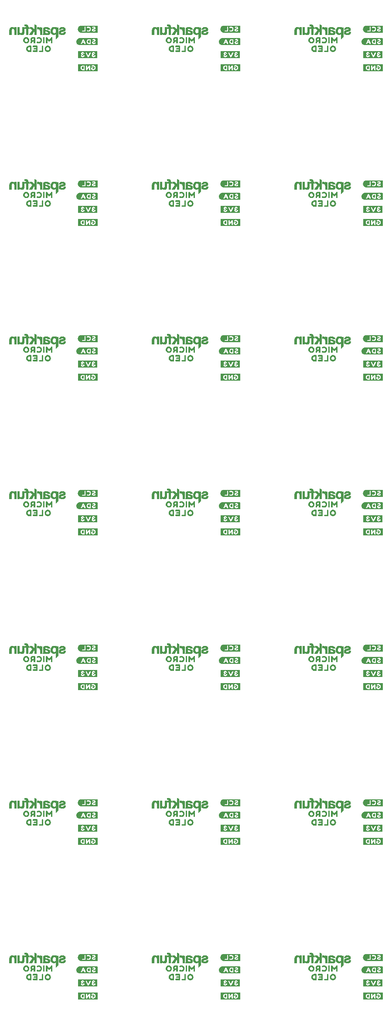
<source format=gbo>
G04 EAGLE Gerber RS-274X export*
G75*
%MOMM*%
%FSLAX34Y34*%
%LPD*%
%INSilkscreen Bottom*%
%IPPOS*%
%AMOC8*
5,1,8,0,0,1.08239X$1,22.5*%
G01*

G36*
X283848Y1725444D02*
X283848Y1725444D01*
X283860Y1725441D01*
X284260Y1725741D01*
X284264Y1725757D01*
X284271Y1725762D01*
X284267Y1725768D01*
X284269Y1725772D01*
X284279Y1725780D01*
X284279Y1738680D01*
X284266Y1738698D01*
X284269Y1738710D01*
X283969Y1739110D01*
X283938Y1739119D01*
X283930Y1739129D01*
X249730Y1739129D01*
X249726Y1739126D01*
X249723Y1739129D01*
X248323Y1738929D01*
X248320Y1738925D01*
X248318Y1738925D01*
X248317Y1738925D01*
X248314Y1738927D01*
X247714Y1738727D01*
X247711Y1738722D01*
X247708Y1738724D01*
X246508Y1738124D01*
X246506Y1738120D01*
X246503Y1738121D01*
X245903Y1737721D01*
X245902Y1737718D01*
X245899Y1737718D01*
X245399Y1737318D01*
X245398Y1737314D01*
X245395Y1737315D01*
X244895Y1736815D01*
X244895Y1736811D01*
X244892Y1736811D01*
X244492Y1736311D01*
X244491Y1736307D01*
X244489Y1736307D01*
X244089Y1735707D01*
X244089Y1735703D01*
X244086Y1735702D01*
X243786Y1735102D01*
X243787Y1735099D01*
X243784Y1735097D01*
X243785Y1735096D01*
X243783Y1735096D01*
X243583Y1734496D01*
X243584Y1734494D01*
X243583Y1734494D01*
X243558Y1734408D01*
X243516Y1734260D01*
X243502Y1734211D01*
X243460Y1734063D01*
X243417Y1733915D01*
X243403Y1733866D01*
X243383Y1733794D01*
X243384Y1733790D01*
X243381Y1733788D01*
X243281Y1733188D01*
X243282Y1733187D01*
X243281Y1733187D01*
X243181Y1732487D01*
X243184Y1732482D01*
X243181Y1732480D01*
X243181Y1731780D01*
X243184Y1731776D01*
X243181Y1731773D01*
X243281Y1731073D01*
X243286Y1731068D01*
X243283Y1731064D01*
X243483Y1730465D01*
X243683Y1729766D01*
X243688Y1729762D01*
X243686Y1729758D01*
X244286Y1728558D01*
X244293Y1728555D01*
X244292Y1728549D01*
X245092Y1727549D01*
X245096Y1727548D01*
X245095Y1727545D01*
X245595Y1727045D01*
X245602Y1727044D01*
X245603Y1727039D01*
X246203Y1726639D01*
X246205Y1726639D01*
X246205Y1726638D01*
X246705Y1726338D01*
X246710Y1726338D01*
X246711Y1726335D01*
X247409Y1726035D01*
X248008Y1725736D01*
X248019Y1725738D01*
X248022Y1725731D01*
X248622Y1725631D01*
X248623Y1725632D01*
X248623Y1725631D01*
X250023Y1725431D01*
X250028Y1725434D01*
X250030Y1725431D01*
X283830Y1725431D01*
X283848Y1725444D01*
G37*
G36*
X560708Y1725444D02*
X560708Y1725444D01*
X560720Y1725441D01*
X561120Y1725741D01*
X561124Y1725757D01*
X561131Y1725762D01*
X561127Y1725768D01*
X561129Y1725772D01*
X561139Y1725780D01*
X561139Y1738680D01*
X561126Y1738698D01*
X561129Y1738710D01*
X560829Y1739110D01*
X560798Y1739119D01*
X560790Y1739129D01*
X526590Y1739129D01*
X526586Y1739126D01*
X526583Y1739129D01*
X525183Y1738929D01*
X525180Y1738925D01*
X525178Y1738925D01*
X525177Y1738925D01*
X525174Y1738927D01*
X524574Y1738727D01*
X524571Y1738722D01*
X524568Y1738724D01*
X523368Y1738124D01*
X523366Y1738120D01*
X523363Y1738121D01*
X522763Y1737721D01*
X522762Y1737718D01*
X522759Y1737718D01*
X522259Y1737318D01*
X522258Y1737314D01*
X522255Y1737315D01*
X521755Y1736815D01*
X521755Y1736811D01*
X521752Y1736811D01*
X521352Y1736311D01*
X521351Y1736307D01*
X521349Y1736307D01*
X520949Y1735707D01*
X520949Y1735703D01*
X520946Y1735702D01*
X520646Y1735102D01*
X520647Y1735099D01*
X520644Y1735097D01*
X520645Y1735096D01*
X520643Y1735096D01*
X520443Y1734496D01*
X520444Y1734494D01*
X520443Y1734494D01*
X520418Y1734408D01*
X520376Y1734260D01*
X520362Y1734211D01*
X520320Y1734063D01*
X520277Y1733915D01*
X520263Y1733866D01*
X520243Y1733794D01*
X520244Y1733790D01*
X520241Y1733788D01*
X520141Y1733188D01*
X520142Y1733187D01*
X520141Y1733187D01*
X520041Y1732487D01*
X520044Y1732482D01*
X520041Y1732480D01*
X520041Y1731780D01*
X520044Y1731776D01*
X520041Y1731773D01*
X520141Y1731073D01*
X520146Y1731068D01*
X520143Y1731064D01*
X520343Y1730465D01*
X520543Y1729766D01*
X520548Y1729762D01*
X520546Y1729758D01*
X521146Y1728558D01*
X521153Y1728555D01*
X521152Y1728549D01*
X521952Y1727549D01*
X521956Y1727548D01*
X521955Y1727545D01*
X522455Y1727045D01*
X522462Y1727044D01*
X522463Y1727039D01*
X523063Y1726639D01*
X523065Y1726639D01*
X523065Y1726638D01*
X523565Y1726338D01*
X523570Y1726338D01*
X523571Y1726335D01*
X524269Y1726035D01*
X524868Y1725736D01*
X524879Y1725738D01*
X524882Y1725731D01*
X525482Y1725631D01*
X525483Y1725632D01*
X525483Y1725631D01*
X526883Y1725431D01*
X526888Y1725434D01*
X526890Y1725431D01*
X560690Y1725431D01*
X560708Y1725444D01*
G37*
G36*
X837568Y1725444D02*
X837568Y1725444D01*
X837580Y1725441D01*
X837980Y1725741D01*
X837984Y1725757D01*
X837991Y1725762D01*
X837987Y1725768D01*
X837989Y1725772D01*
X837999Y1725780D01*
X837999Y1738680D01*
X837986Y1738698D01*
X837989Y1738710D01*
X837689Y1739110D01*
X837658Y1739119D01*
X837650Y1739129D01*
X803450Y1739129D01*
X803446Y1739126D01*
X803443Y1739129D01*
X802043Y1738929D01*
X802040Y1738925D01*
X802038Y1738925D01*
X802037Y1738925D01*
X802034Y1738927D01*
X801434Y1738727D01*
X801431Y1738722D01*
X801428Y1738724D01*
X800228Y1738124D01*
X800226Y1738120D01*
X800223Y1738121D01*
X799623Y1737721D01*
X799622Y1737718D01*
X799619Y1737718D01*
X799119Y1737318D01*
X799118Y1737314D01*
X799115Y1737315D01*
X798615Y1736815D01*
X798615Y1736811D01*
X798612Y1736811D01*
X798212Y1736311D01*
X798211Y1736307D01*
X798209Y1736307D01*
X797809Y1735707D01*
X797809Y1735703D01*
X797806Y1735702D01*
X797506Y1735102D01*
X797507Y1735099D01*
X797504Y1735097D01*
X797505Y1735096D01*
X797503Y1735096D01*
X797303Y1734496D01*
X797304Y1734494D01*
X797303Y1734494D01*
X797278Y1734408D01*
X797236Y1734260D01*
X797222Y1734211D01*
X797180Y1734063D01*
X797137Y1733915D01*
X797123Y1733866D01*
X797103Y1733794D01*
X797104Y1733790D01*
X797101Y1733788D01*
X797001Y1733188D01*
X797002Y1733187D01*
X797001Y1733187D01*
X796901Y1732487D01*
X796904Y1732482D01*
X796901Y1732480D01*
X796901Y1731780D01*
X796904Y1731776D01*
X796901Y1731773D01*
X797001Y1731073D01*
X797006Y1731068D01*
X797003Y1731064D01*
X797203Y1730465D01*
X797403Y1729766D01*
X797408Y1729762D01*
X797406Y1729758D01*
X798006Y1728558D01*
X798013Y1728555D01*
X798012Y1728549D01*
X798812Y1727549D01*
X798816Y1727548D01*
X798815Y1727545D01*
X799315Y1727045D01*
X799322Y1727044D01*
X799323Y1727039D01*
X799923Y1726639D01*
X799925Y1726639D01*
X799925Y1726638D01*
X800425Y1726338D01*
X800430Y1726338D01*
X800431Y1726335D01*
X801129Y1726035D01*
X801728Y1725736D01*
X801739Y1725738D01*
X801742Y1725731D01*
X802342Y1725631D01*
X802343Y1725632D01*
X802343Y1725631D01*
X803743Y1725431D01*
X803748Y1725434D01*
X803750Y1725431D01*
X837550Y1725431D01*
X837568Y1725444D01*
G37*
G36*
X560708Y826284D02*
X560708Y826284D01*
X560720Y826281D01*
X561120Y826581D01*
X561124Y826597D01*
X561131Y826602D01*
X561127Y826608D01*
X561129Y826612D01*
X561139Y826620D01*
X561139Y839520D01*
X561126Y839538D01*
X561129Y839550D01*
X560829Y839950D01*
X560798Y839959D01*
X560790Y839969D01*
X526590Y839969D01*
X526586Y839966D01*
X526583Y839969D01*
X525183Y839769D01*
X525180Y839765D01*
X525178Y839765D01*
X525177Y839765D01*
X525174Y839767D01*
X524574Y839567D01*
X524571Y839562D01*
X524568Y839564D01*
X523368Y838964D01*
X523366Y838960D01*
X523363Y838961D01*
X522763Y838561D01*
X522762Y838558D01*
X522759Y838558D01*
X522259Y838158D01*
X522258Y838154D01*
X522255Y838155D01*
X521755Y837655D01*
X521755Y837651D01*
X521752Y837651D01*
X521352Y837151D01*
X521351Y837147D01*
X521349Y837147D01*
X520949Y836547D01*
X520949Y836543D01*
X520946Y836542D01*
X520646Y835942D01*
X520647Y835939D01*
X520644Y835937D01*
X520645Y835936D01*
X520643Y835936D01*
X520443Y835336D01*
X520444Y835334D01*
X520443Y835334D01*
X520404Y835198D01*
X520362Y835051D01*
X520348Y835001D01*
X520306Y834854D01*
X520263Y834706D01*
X520249Y834657D01*
X520243Y834634D01*
X520244Y834630D01*
X520241Y834628D01*
X520141Y834028D01*
X520142Y834027D01*
X520141Y834027D01*
X520041Y833327D01*
X520044Y833322D01*
X520041Y833320D01*
X520041Y832620D01*
X520044Y832616D01*
X520041Y832613D01*
X520141Y831913D01*
X520146Y831908D01*
X520143Y831904D01*
X520343Y831305D01*
X520543Y830606D01*
X520548Y830602D01*
X520546Y830598D01*
X521146Y829398D01*
X521153Y829395D01*
X521152Y829389D01*
X521952Y828389D01*
X521956Y828388D01*
X521955Y828385D01*
X522455Y827885D01*
X522462Y827884D01*
X522463Y827879D01*
X523063Y827479D01*
X523065Y827479D01*
X523065Y827478D01*
X523565Y827178D01*
X523570Y827178D01*
X523571Y827175D01*
X524269Y826875D01*
X524868Y826576D01*
X524879Y826578D01*
X524882Y826571D01*
X525482Y826471D01*
X525483Y826472D01*
X525483Y826471D01*
X526883Y826271D01*
X526888Y826274D01*
X526890Y826271D01*
X560690Y826271D01*
X560708Y826284D01*
G37*
G36*
X283848Y226844D02*
X283848Y226844D01*
X283860Y226841D01*
X284260Y227141D01*
X284264Y227157D01*
X284271Y227162D01*
X284267Y227168D01*
X284269Y227172D01*
X284279Y227180D01*
X284279Y240080D01*
X284266Y240098D01*
X284269Y240110D01*
X283969Y240510D01*
X283938Y240519D01*
X283930Y240529D01*
X249730Y240529D01*
X249726Y240526D01*
X249723Y240529D01*
X248323Y240329D01*
X248320Y240325D01*
X248318Y240325D01*
X248317Y240325D01*
X248314Y240327D01*
X247714Y240127D01*
X247711Y240122D01*
X247708Y240124D01*
X246508Y239524D01*
X246506Y239520D01*
X246503Y239521D01*
X245903Y239121D01*
X245902Y239118D01*
X245899Y239118D01*
X245399Y238718D01*
X245398Y238714D01*
X245395Y238715D01*
X244895Y238215D01*
X244895Y238211D01*
X244892Y238211D01*
X244492Y237711D01*
X244491Y237707D01*
X244489Y237707D01*
X244089Y237107D01*
X244089Y237103D01*
X244086Y237102D01*
X243786Y236502D01*
X243787Y236499D01*
X243784Y236497D01*
X243785Y236496D01*
X243783Y236496D01*
X243583Y235896D01*
X243584Y235894D01*
X243583Y235894D01*
X243544Y235758D01*
X243502Y235611D01*
X243488Y235561D01*
X243446Y235414D01*
X243403Y235266D01*
X243389Y235217D01*
X243383Y235194D01*
X243384Y235190D01*
X243381Y235188D01*
X243281Y234588D01*
X243282Y234587D01*
X243281Y234587D01*
X243181Y233887D01*
X243184Y233882D01*
X243181Y233880D01*
X243181Y233180D01*
X243184Y233176D01*
X243181Y233173D01*
X243281Y232473D01*
X243286Y232468D01*
X243283Y232464D01*
X243483Y231865D01*
X243683Y231166D01*
X243688Y231162D01*
X243686Y231158D01*
X244286Y229958D01*
X244293Y229955D01*
X244292Y229949D01*
X245092Y228949D01*
X245096Y228948D01*
X245095Y228945D01*
X245595Y228445D01*
X245602Y228444D01*
X245603Y228439D01*
X246203Y228039D01*
X246205Y228039D01*
X246205Y228038D01*
X246705Y227738D01*
X246710Y227738D01*
X246711Y227735D01*
X247409Y227435D01*
X248008Y227136D01*
X248019Y227138D01*
X248022Y227131D01*
X248622Y227031D01*
X248623Y227032D01*
X248623Y227031D01*
X250023Y226831D01*
X250028Y226834D01*
X250030Y226831D01*
X283830Y226831D01*
X283848Y226844D01*
G37*
G36*
X560708Y1425724D02*
X560708Y1425724D01*
X560720Y1425721D01*
X561120Y1426021D01*
X561124Y1426037D01*
X561131Y1426042D01*
X561127Y1426048D01*
X561129Y1426052D01*
X561139Y1426060D01*
X561139Y1438960D01*
X561126Y1438978D01*
X561129Y1438990D01*
X560829Y1439390D01*
X560798Y1439399D01*
X560790Y1439409D01*
X526590Y1439409D01*
X526586Y1439406D01*
X526583Y1439409D01*
X525183Y1439209D01*
X525180Y1439205D01*
X525178Y1439205D01*
X525177Y1439205D01*
X525174Y1439207D01*
X524574Y1439007D01*
X524571Y1439002D01*
X524568Y1439004D01*
X523368Y1438404D01*
X523366Y1438400D01*
X523363Y1438401D01*
X522763Y1438001D01*
X522762Y1437998D01*
X522759Y1437998D01*
X522259Y1437598D01*
X522258Y1437594D01*
X522255Y1437595D01*
X521755Y1437095D01*
X521755Y1437091D01*
X521752Y1437091D01*
X521352Y1436591D01*
X521351Y1436587D01*
X521349Y1436587D01*
X520949Y1435987D01*
X520949Y1435983D01*
X520946Y1435982D01*
X520646Y1435382D01*
X520647Y1435379D01*
X520644Y1435377D01*
X520645Y1435376D01*
X520643Y1435376D01*
X520443Y1434776D01*
X520444Y1434774D01*
X520443Y1434774D01*
X520404Y1434638D01*
X520362Y1434491D01*
X520348Y1434441D01*
X520306Y1434294D01*
X520263Y1434146D01*
X520249Y1434097D01*
X520243Y1434074D01*
X520244Y1434070D01*
X520241Y1434068D01*
X520141Y1433468D01*
X520142Y1433467D01*
X520141Y1433467D01*
X520041Y1432767D01*
X520044Y1432762D01*
X520041Y1432760D01*
X520041Y1432060D01*
X520044Y1432056D01*
X520041Y1432053D01*
X520141Y1431353D01*
X520146Y1431348D01*
X520143Y1431344D01*
X520343Y1430745D01*
X520543Y1430046D01*
X520548Y1430042D01*
X520546Y1430038D01*
X521146Y1428838D01*
X521153Y1428835D01*
X521152Y1428829D01*
X521952Y1427829D01*
X521956Y1427828D01*
X521955Y1427825D01*
X522455Y1427325D01*
X522462Y1427324D01*
X522463Y1427319D01*
X523063Y1426919D01*
X523065Y1426919D01*
X523065Y1426918D01*
X523565Y1426618D01*
X523570Y1426618D01*
X523571Y1426615D01*
X524269Y1426315D01*
X524868Y1426016D01*
X524879Y1426018D01*
X524882Y1426011D01*
X525482Y1425911D01*
X525483Y1425912D01*
X525483Y1425911D01*
X526883Y1425711D01*
X526888Y1425714D01*
X526890Y1425711D01*
X560690Y1425711D01*
X560708Y1425724D01*
G37*
G36*
X837568Y1425724D02*
X837568Y1425724D01*
X837580Y1425721D01*
X837980Y1426021D01*
X837984Y1426037D01*
X837991Y1426042D01*
X837987Y1426048D01*
X837989Y1426052D01*
X837999Y1426060D01*
X837999Y1438960D01*
X837986Y1438978D01*
X837989Y1438990D01*
X837689Y1439390D01*
X837658Y1439399D01*
X837650Y1439409D01*
X803450Y1439409D01*
X803446Y1439406D01*
X803443Y1439409D01*
X802043Y1439209D01*
X802040Y1439205D01*
X802038Y1439205D01*
X802037Y1439205D01*
X802034Y1439207D01*
X801434Y1439007D01*
X801431Y1439002D01*
X801428Y1439004D01*
X800228Y1438404D01*
X800226Y1438400D01*
X800223Y1438401D01*
X799623Y1438001D01*
X799622Y1437998D01*
X799619Y1437998D01*
X799119Y1437598D01*
X799118Y1437594D01*
X799115Y1437595D01*
X798615Y1437095D01*
X798615Y1437091D01*
X798612Y1437091D01*
X798212Y1436591D01*
X798211Y1436587D01*
X798209Y1436587D01*
X797809Y1435987D01*
X797809Y1435983D01*
X797806Y1435982D01*
X797506Y1435382D01*
X797507Y1435379D01*
X797504Y1435377D01*
X797505Y1435376D01*
X797503Y1435376D01*
X797303Y1434776D01*
X797304Y1434774D01*
X797303Y1434774D01*
X797264Y1434638D01*
X797222Y1434491D01*
X797208Y1434441D01*
X797166Y1434294D01*
X797123Y1434146D01*
X797109Y1434097D01*
X797103Y1434074D01*
X797104Y1434070D01*
X797101Y1434068D01*
X797001Y1433468D01*
X797002Y1433467D01*
X797001Y1433467D01*
X796901Y1432767D01*
X796904Y1432762D01*
X796901Y1432760D01*
X796901Y1432060D01*
X796904Y1432056D01*
X796901Y1432053D01*
X797001Y1431353D01*
X797006Y1431348D01*
X797003Y1431344D01*
X797203Y1430745D01*
X797403Y1430046D01*
X797408Y1430042D01*
X797406Y1430038D01*
X798006Y1428838D01*
X798013Y1428835D01*
X798012Y1428829D01*
X798812Y1427829D01*
X798816Y1427828D01*
X798815Y1427825D01*
X799315Y1427325D01*
X799322Y1427324D01*
X799323Y1427319D01*
X799923Y1426919D01*
X799925Y1426919D01*
X799925Y1426918D01*
X800425Y1426618D01*
X800430Y1426618D01*
X800431Y1426615D01*
X801129Y1426315D01*
X801728Y1426016D01*
X801739Y1426018D01*
X801742Y1426011D01*
X802342Y1425911D01*
X802343Y1425912D01*
X802343Y1425911D01*
X803743Y1425711D01*
X803748Y1425714D01*
X803750Y1425711D01*
X837550Y1425711D01*
X837568Y1425724D01*
G37*
G36*
X560708Y226844D02*
X560708Y226844D01*
X560720Y226841D01*
X561120Y227141D01*
X561124Y227157D01*
X561131Y227162D01*
X561127Y227168D01*
X561129Y227172D01*
X561139Y227180D01*
X561139Y240080D01*
X561126Y240098D01*
X561129Y240110D01*
X560829Y240510D01*
X560798Y240519D01*
X560790Y240529D01*
X526590Y240529D01*
X526586Y240526D01*
X526583Y240529D01*
X525183Y240329D01*
X525180Y240325D01*
X525178Y240325D01*
X525177Y240325D01*
X525174Y240327D01*
X524574Y240127D01*
X524571Y240122D01*
X524568Y240124D01*
X523368Y239524D01*
X523366Y239520D01*
X523363Y239521D01*
X522763Y239121D01*
X522762Y239118D01*
X522759Y239118D01*
X522259Y238718D01*
X522258Y238714D01*
X522255Y238715D01*
X521755Y238215D01*
X521755Y238211D01*
X521752Y238211D01*
X521352Y237711D01*
X521351Y237707D01*
X521349Y237707D01*
X520949Y237107D01*
X520949Y237103D01*
X520946Y237102D01*
X520646Y236502D01*
X520647Y236499D01*
X520644Y236497D01*
X520645Y236496D01*
X520643Y236496D01*
X520443Y235896D01*
X520444Y235894D01*
X520443Y235894D01*
X520404Y235758D01*
X520362Y235611D01*
X520348Y235561D01*
X520306Y235414D01*
X520263Y235266D01*
X520249Y235217D01*
X520243Y235194D01*
X520244Y235190D01*
X520241Y235188D01*
X520141Y234588D01*
X520142Y234587D01*
X520141Y234587D01*
X520041Y233887D01*
X520044Y233882D01*
X520041Y233880D01*
X520041Y233180D01*
X520044Y233176D01*
X520041Y233173D01*
X520141Y232473D01*
X520146Y232468D01*
X520143Y232464D01*
X520343Y231865D01*
X520543Y231166D01*
X520548Y231162D01*
X520546Y231158D01*
X521146Y229958D01*
X521153Y229955D01*
X521152Y229949D01*
X521952Y228949D01*
X521956Y228948D01*
X521955Y228945D01*
X522455Y228445D01*
X522462Y228444D01*
X522463Y228439D01*
X523063Y228039D01*
X523065Y228039D01*
X523065Y228038D01*
X523565Y227738D01*
X523570Y227738D01*
X523571Y227735D01*
X524269Y227435D01*
X524868Y227136D01*
X524879Y227138D01*
X524882Y227131D01*
X525482Y227031D01*
X525483Y227032D01*
X525483Y227031D01*
X526883Y226831D01*
X526888Y226834D01*
X526890Y226831D01*
X560690Y226831D01*
X560708Y226844D01*
G37*
G36*
X283848Y526564D02*
X283848Y526564D01*
X283860Y526561D01*
X284260Y526861D01*
X284264Y526877D01*
X284271Y526882D01*
X284267Y526888D01*
X284269Y526892D01*
X284279Y526900D01*
X284279Y539800D01*
X284266Y539818D01*
X284269Y539830D01*
X283969Y540230D01*
X283938Y540239D01*
X283930Y540249D01*
X249730Y540249D01*
X249726Y540246D01*
X249723Y540249D01*
X248323Y540049D01*
X248320Y540045D01*
X248318Y540045D01*
X248317Y540045D01*
X248314Y540047D01*
X247714Y539847D01*
X247711Y539842D01*
X247708Y539844D01*
X246508Y539244D01*
X246506Y539240D01*
X246503Y539241D01*
X245903Y538841D01*
X245902Y538838D01*
X245899Y538838D01*
X245399Y538438D01*
X245398Y538434D01*
X245395Y538435D01*
X244895Y537935D01*
X244895Y537931D01*
X244892Y537931D01*
X244492Y537431D01*
X244491Y537427D01*
X244489Y537427D01*
X244089Y536827D01*
X244089Y536823D01*
X244086Y536822D01*
X243786Y536222D01*
X243787Y536219D01*
X243784Y536217D01*
X243785Y536216D01*
X243783Y536216D01*
X243583Y535616D01*
X243584Y535614D01*
X243583Y535614D01*
X243544Y535478D01*
X243502Y535331D01*
X243488Y535281D01*
X243446Y535134D01*
X243403Y534986D01*
X243389Y534937D01*
X243383Y534914D01*
X243384Y534910D01*
X243381Y534908D01*
X243281Y534308D01*
X243282Y534307D01*
X243281Y534307D01*
X243181Y533607D01*
X243184Y533602D01*
X243181Y533600D01*
X243181Y532900D01*
X243184Y532896D01*
X243181Y532893D01*
X243281Y532193D01*
X243286Y532188D01*
X243283Y532184D01*
X243483Y531585D01*
X243683Y530886D01*
X243688Y530882D01*
X243686Y530878D01*
X244286Y529678D01*
X244293Y529675D01*
X244292Y529669D01*
X245092Y528669D01*
X245096Y528668D01*
X245095Y528665D01*
X245595Y528165D01*
X245602Y528164D01*
X245603Y528159D01*
X246203Y527759D01*
X246205Y527759D01*
X246205Y527758D01*
X246705Y527458D01*
X246710Y527458D01*
X246711Y527455D01*
X247409Y527155D01*
X248008Y526856D01*
X248019Y526858D01*
X248022Y526851D01*
X248622Y526751D01*
X248623Y526752D01*
X248623Y526751D01*
X250023Y526551D01*
X250028Y526554D01*
X250030Y526551D01*
X283830Y526551D01*
X283848Y526564D01*
G37*
G36*
X837568Y826284D02*
X837568Y826284D01*
X837580Y826281D01*
X837980Y826581D01*
X837984Y826597D01*
X837991Y826602D01*
X837987Y826608D01*
X837989Y826612D01*
X837999Y826620D01*
X837999Y839520D01*
X837986Y839538D01*
X837989Y839550D01*
X837689Y839950D01*
X837658Y839959D01*
X837650Y839969D01*
X803450Y839969D01*
X803446Y839966D01*
X803443Y839969D01*
X802043Y839769D01*
X802040Y839765D01*
X802038Y839765D01*
X802037Y839765D01*
X802034Y839767D01*
X801434Y839567D01*
X801431Y839562D01*
X801428Y839564D01*
X800228Y838964D01*
X800226Y838960D01*
X800223Y838961D01*
X799623Y838561D01*
X799622Y838558D01*
X799619Y838558D01*
X799119Y838158D01*
X799118Y838154D01*
X799115Y838155D01*
X798615Y837655D01*
X798615Y837651D01*
X798612Y837651D01*
X798212Y837151D01*
X798211Y837147D01*
X798209Y837147D01*
X797809Y836547D01*
X797809Y836543D01*
X797806Y836542D01*
X797506Y835942D01*
X797507Y835939D01*
X797504Y835937D01*
X797505Y835936D01*
X797503Y835936D01*
X797303Y835336D01*
X797304Y835334D01*
X797303Y835334D01*
X797264Y835198D01*
X797222Y835051D01*
X797208Y835001D01*
X797166Y834854D01*
X797123Y834706D01*
X797109Y834657D01*
X797103Y834634D01*
X797104Y834630D01*
X797101Y834628D01*
X797001Y834028D01*
X797002Y834027D01*
X797001Y834027D01*
X796901Y833327D01*
X796904Y833322D01*
X796901Y833320D01*
X796901Y832620D01*
X796904Y832616D01*
X796901Y832613D01*
X797001Y831913D01*
X797006Y831908D01*
X797003Y831904D01*
X797203Y831305D01*
X797403Y830606D01*
X797408Y830602D01*
X797406Y830598D01*
X798006Y829398D01*
X798013Y829395D01*
X798012Y829389D01*
X798812Y828389D01*
X798816Y828388D01*
X798815Y828385D01*
X799315Y827885D01*
X799322Y827884D01*
X799323Y827879D01*
X799923Y827479D01*
X799925Y827479D01*
X799925Y827478D01*
X800425Y827178D01*
X800430Y827178D01*
X800431Y827175D01*
X801129Y826875D01*
X801728Y826576D01*
X801739Y826578D01*
X801742Y826571D01*
X802342Y826471D01*
X802343Y826472D01*
X802343Y826471D01*
X803743Y826271D01*
X803748Y826274D01*
X803750Y826271D01*
X837550Y826271D01*
X837568Y826284D01*
G37*
G36*
X283848Y826284D02*
X283848Y826284D01*
X283860Y826281D01*
X284260Y826581D01*
X284264Y826597D01*
X284271Y826602D01*
X284267Y826608D01*
X284269Y826612D01*
X284279Y826620D01*
X284279Y839520D01*
X284266Y839538D01*
X284269Y839550D01*
X283969Y839950D01*
X283938Y839959D01*
X283930Y839969D01*
X249730Y839969D01*
X249726Y839966D01*
X249723Y839969D01*
X248323Y839769D01*
X248320Y839765D01*
X248318Y839765D01*
X248317Y839765D01*
X248314Y839767D01*
X247714Y839567D01*
X247711Y839562D01*
X247708Y839564D01*
X246508Y838964D01*
X246506Y838960D01*
X246503Y838961D01*
X245903Y838561D01*
X245902Y838558D01*
X245899Y838558D01*
X245399Y838158D01*
X245398Y838154D01*
X245395Y838155D01*
X244895Y837655D01*
X244895Y837651D01*
X244892Y837651D01*
X244492Y837151D01*
X244491Y837147D01*
X244489Y837147D01*
X244089Y836547D01*
X244089Y836543D01*
X244086Y836542D01*
X243786Y835942D01*
X243787Y835939D01*
X243784Y835937D01*
X243785Y835936D01*
X243783Y835936D01*
X243583Y835336D01*
X243584Y835334D01*
X243583Y835334D01*
X243544Y835198D01*
X243502Y835051D01*
X243488Y835001D01*
X243446Y834854D01*
X243403Y834706D01*
X243389Y834657D01*
X243383Y834634D01*
X243384Y834630D01*
X243381Y834628D01*
X243281Y834028D01*
X243282Y834027D01*
X243281Y834027D01*
X243181Y833327D01*
X243184Y833322D01*
X243181Y833320D01*
X243181Y832620D01*
X243184Y832616D01*
X243181Y832613D01*
X243281Y831913D01*
X243286Y831908D01*
X243283Y831904D01*
X243483Y831305D01*
X243683Y830606D01*
X243688Y830602D01*
X243686Y830598D01*
X244286Y829398D01*
X244293Y829395D01*
X244292Y829389D01*
X245092Y828389D01*
X245096Y828388D01*
X245095Y828385D01*
X245595Y827885D01*
X245602Y827884D01*
X245603Y827879D01*
X246203Y827479D01*
X246205Y827479D01*
X246205Y827478D01*
X246705Y827178D01*
X246710Y827178D01*
X246711Y827175D01*
X247409Y826875D01*
X248008Y826576D01*
X248019Y826578D01*
X248022Y826571D01*
X248622Y826471D01*
X248623Y826472D01*
X248623Y826471D01*
X250023Y826271D01*
X250028Y826274D01*
X250030Y826271D01*
X283830Y826271D01*
X283848Y826284D01*
G37*
G36*
X837568Y226844D02*
X837568Y226844D01*
X837580Y226841D01*
X837980Y227141D01*
X837984Y227157D01*
X837991Y227162D01*
X837987Y227168D01*
X837989Y227172D01*
X837999Y227180D01*
X837999Y240080D01*
X837986Y240098D01*
X837989Y240110D01*
X837689Y240510D01*
X837658Y240519D01*
X837650Y240529D01*
X803450Y240529D01*
X803446Y240526D01*
X803443Y240529D01*
X802043Y240329D01*
X802040Y240325D01*
X802038Y240325D01*
X802037Y240325D01*
X802034Y240327D01*
X801434Y240127D01*
X801431Y240122D01*
X801428Y240124D01*
X800228Y239524D01*
X800226Y239520D01*
X800223Y239521D01*
X799623Y239121D01*
X799622Y239118D01*
X799619Y239118D01*
X799119Y238718D01*
X799118Y238714D01*
X799115Y238715D01*
X798615Y238215D01*
X798615Y238211D01*
X798612Y238211D01*
X798212Y237711D01*
X798211Y237707D01*
X798209Y237707D01*
X797809Y237107D01*
X797809Y237103D01*
X797806Y237102D01*
X797506Y236502D01*
X797507Y236499D01*
X797504Y236497D01*
X797505Y236496D01*
X797503Y236496D01*
X797303Y235896D01*
X797304Y235894D01*
X797303Y235894D01*
X797264Y235758D01*
X797222Y235611D01*
X797208Y235561D01*
X797166Y235414D01*
X797123Y235266D01*
X797109Y235217D01*
X797103Y235194D01*
X797104Y235190D01*
X797101Y235188D01*
X797001Y234588D01*
X797002Y234587D01*
X797001Y234587D01*
X796901Y233887D01*
X796904Y233882D01*
X796901Y233880D01*
X796901Y233180D01*
X796904Y233176D01*
X796901Y233173D01*
X797001Y232473D01*
X797006Y232468D01*
X797003Y232464D01*
X797203Y231865D01*
X797403Y231166D01*
X797408Y231162D01*
X797406Y231158D01*
X798006Y229958D01*
X798013Y229955D01*
X798012Y229949D01*
X798812Y228949D01*
X798816Y228948D01*
X798815Y228945D01*
X799315Y228445D01*
X799322Y228444D01*
X799323Y228439D01*
X799923Y228039D01*
X799925Y228039D01*
X799925Y228038D01*
X800425Y227738D01*
X800430Y227738D01*
X800431Y227735D01*
X801129Y227435D01*
X801728Y227136D01*
X801739Y227138D01*
X801742Y227131D01*
X802342Y227031D01*
X802343Y227032D01*
X802343Y227031D01*
X803743Y226831D01*
X803748Y226834D01*
X803750Y226831D01*
X837550Y226831D01*
X837568Y226844D01*
G37*
G36*
X560708Y526564D02*
X560708Y526564D01*
X560720Y526561D01*
X561120Y526861D01*
X561124Y526877D01*
X561131Y526882D01*
X561127Y526888D01*
X561129Y526892D01*
X561139Y526900D01*
X561139Y539800D01*
X561126Y539818D01*
X561129Y539830D01*
X560829Y540230D01*
X560798Y540239D01*
X560790Y540249D01*
X526590Y540249D01*
X526586Y540246D01*
X526583Y540249D01*
X525183Y540049D01*
X525180Y540045D01*
X525178Y540045D01*
X525177Y540045D01*
X525174Y540047D01*
X524574Y539847D01*
X524571Y539842D01*
X524568Y539844D01*
X523368Y539244D01*
X523366Y539240D01*
X523363Y539241D01*
X522763Y538841D01*
X522762Y538838D01*
X522759Y538838D01*
X522259Y538438D01*
X522258Y538434D01*
X522255Y538435D01*
X521755Y537935D01*
X521755Y537931D01*
X521752Y537931D01*
X521352Y537431D01*
X521351Y537427D01*
X521349Y537427D01*
X520949Y536827D01*
X520949Y536823D01*
X520946Y536822D01*
X520646Y536222D01*
X520647Y536219D01*
X520644Y536217D01*
X520645Y536216D01*
X520643Y536216D01*
X520443Y535616D01*
X520444Y535614D01*
X520443Y535614D01*
X520404Y535478D01*
X520362Y535331D01*
X520348Y535281D01*
X520306Y535134D01*
X520263Y534986D01*
X520249Y534937D01*
X520243Y534914D01*
X520244Y534910D01*
X520241Y534908D01*
X520141Y534308D01*
X520142Y534307D01*
X520141Y534307D01*
X520041Y533607D01*
X520044Y533602D01*
X520041Y533600D01*
X520041Y532900D01*
X520044Y532896D01*
X520041Y532893D01*
X520141Y532193D01*
X520146Y532188D01*
X520143Y532184D01*
X520343Y531585D01*
X520543Y530886D01*
X520548Y530882D01*
X520546Y530878D01*
X521146Y529678D01*
X521153Y529675D01*
X521152Y529669D01*
X521952Y528669D01*
X521956Y528668D01*
X521955Y528665D01*
X522455Y528165D01*
X522462Y528164D01*
X522463Y528159D01*
X523063Y527759D01*
X523065Y527759D01*
X523065Y527758D01*
X523565Y527458D01*
X523570Y527458D01*
X523571Y527455D01*
X524269Y527155D01*
X524868Y526856D01*
X524879Y526858D01*
X524882Y526851D01*
X525482Y526751D01*
X525483Y526752D01*
X525483Y526751D01*
X526883Y526551D01*
X526888Y526554D01*
X526890Y526551D01*
X560690Y526551D01*
X560708Y526564D01*
G37*
G36*
X837568Y526564D02*
X837568Y526564D01*
X837580Y526561D01*
X837980Y526861D01*
X837984Y526877D01*
X837991Y526882D01*
X837987Y526888D01*
X837989Y526892D01*
X837999Y526900D01*
X837999Y539800D01*
X837986Y539818D01*
X837989Y539830D01*
X837689Y540230D01*
X837658Y540239D01*
X837650Y540249D01*
X803450Y540249D01*
X803446Y540246D01*
X803443Y540249D01*
X802043Y540049D01*
X802040Y540045D01*
X802038Y540045D01*
X802037Y540045D01*
X802034Y540047D01*
X801434Y539847D01*
X801431Y539842D01*
X801428Y539844D01*
X800228Y539244D01*
X800226Y539240D01*
X800223Y539241D01*
X799623Y538841D01*
X799622Y538838D01*
X799619Y538838D01*
X799119Y538438D01*
X799118Y538434D01*
X799115Y538435D01*
X798615Y537935D01*
X798615Y537931D01*
X798612Y537931D01*
X798212Y537431D01*
X798211Y537427D01*
X798209Y537427D01*
X797809Y536827D01*
X797809Y536823D01*
X797806Y536822D01*
X797506Y536222D01*
X797507Y536219D01*
X797504Y536217D01*
X797505Y536216D01*
X797503Y536216D01*
X797303Y535616D01*
X797304Y535614D01*
X797303Y535614D01*
X797264Y535478D01*
X797222Y535331D01*
X797208Y535281D01*
X797166Y535134D01*
X797123Y534986D01*
X797109Y534937D01*
X797103Y534914D01*
X797104Y534910D01*
X797101Y534908D01*
X797001Y534308D01*
X797002Y534307D01*
X797001Y534307D01*
X796901Y533607D01*
X796904Y533602D01*
X796901Y533600D01*
X796901Y532900D01*
X796904Y532896D01*
X796901Y532893D01*
X797001Y532193D01*
X797006Y532188D01*
X797003Y532184D01*
X797203Y531585D01*
X797403Y530886D01*
X797408Y530882D01*
X797406Y530878D01*
X798006Y529678D01*
X798013Y529675D01*
X798012Y529669D01*
X798812Y528669D01*
X798816Y528668D01*
X798815Y528665D01*
X799315Y528165D01*
X799322Y528164D01*
X799323Y528159D01*
X799923Y527759D01*
X799925Y527759D01*
X799925Y527758D01*
X800425Y527458D01*
X800430Y527458D01*
X800431Y527455D01*
X801129Y527155D01*
X801728Y526856D01*
X801739Y526858D01*
X801742Y526851D01*
X802342Y526751D01*
X802343Y526752D01*
X802343Y526751D01*
X803743Y526551D01*
X803748Y526554D01*
X803750Y526551D01*
X837550Y526551D01*
X837568Y526564D01*
G37*
G36*
X560708Y1126004D02*
X560708Y1126004D01*
X560720Y1126001D01*
X561120Y1126301D01*
X561124Y1126317D01*
X561131Y1126322D01*
X561127Y1126328D01*
X561129Y1126332D01*
X561139Y1126340D01*
X561139Y1139240D01*
X561126Y1139258D01*
X561129Y1139270D01*
X560829Y1139670D01*
X560798Y1139679D01*
X560790Y1139689D01*
X526590Y1139689D01*
X526586Y1139686D01*
X526583Y1139689D01*
X525183Y1139489D01*
X525180Y1139485D01*
X525178Y1139485D01*
X525177Y1139485D01*
X525174Y1139487D01*
X524574Y1139287D01*
X524571Y1139282D01*
X524568Y1139284D01*
X523368Y1138684D01*
X523366Y1138680D01*
X523363Y1138681D01*
X522763Y1138281D01*
X522762Y1138278D01*
X522759Y1138278D01*
X522259Y1137878D01*
X522258Y1137874D01*
X522255Y1137875D01*
X521755Y1137375D01*
X521755Y1137371D01*
X521752Y1137371D01*
X521352Y1136871D01*
X521351Y1136867D01*
X521349Y1136867D01*
X520949Y1136267D01*
X520949Y1136263D01*
X520946Y1136262D01*
X520646Y1135662D01*
X520647Y1135659D01*
X520644Y1135657D01*
X520645Y1135656D01*
X520643Y1135656D01*
X520443Y1135056D01*
X520444Y1135054D01*
X520443Y1135054D01*
X520404Y1134918D01*
X520362Y1134771D01*
X520348Y1134721D01*
X520306Y1134574D01*
X520263Y1134426D01*
X520249Y1134377D01*
X520243Y1134354D01*
X520244Y1134350D01*
X520241Y1134348D01*
X520141Y1133748D01*
X520142Y1133747D01*
X520141Y1133747D01*
X520041Y1133047D01*
X520044Y1133042D01*
X520041Y1133040D01*
X520041Y1132340D01*
X520044Y1132336D01*
X520041Y1132333D01*
X520141Y1131633D01*
X520146Y1131628D01*
X520143Y1131624D01*
X520343Y1131025D01*
X520543Y1130326D01*
X520548Y1130322D01*
X520546Y1130318D01*
X521146Y1129118D01*
X521153Y1129115D01*
X521152Y1129109D01*
X521952Y1128109D01*
X521956Y1128108D01*
X521955Y1128105D01*
X522455Y1127605D01*
X522462Y1127604D01*
X522463Y1127599D01*
X523063Y1127199D01*
X523065Y1127199D01*
X523065Y1127198D01*
X523565Y1126898D01*
X523570Y1126898D01*
X523571Y1126895D01*
X524269Y1126595D01*
X524868Y1126296D01*
X524879Y1126298D01*
X524882Y1126291D01*
X525482Y1126191D01*
X525483Y1126192D01*
X525483Y1126191D01*
X526883Y1125991D01*
X526888Y1125994D01*
X526890Y1125991D01*
X560690Y1125991D01*
X560708Y1126004D01*
G37*
G36*
X837568Y1126004D02*
X837568Y1126004D01*
X837580Y1126001D01*
X837980Y1126301D01*
X837984Y1126317D01*
X837991Y1126322D01*
X837987Y1126328D01*
X837989Y1126332D01*
X837999Y1126340D01*
X837999Y1139240D01*
X837986Y1139258D01*
X837989Y1139270D01*
X837689Y1139670D01*
X837658Y1139679D01*
X837650Y1139689D01*
X803450Y1139689D01*
X803446Y1139686D01*
X803443Y1139689D01*
X802043Y1139489D01*
X802040Y1139485D01*
X802038Y1139485D01*
X802037Y1139485D01*
X802034Y1139487D01*
X801434Y1139287D01*
X801431Y1139282D01*
X801428Y1139284D01*
X800228Y1138684D01*
X800226Y1138680D01*
X800223Y1138681D01*
X799623Y1138281D01*
X799622Y1138278D01*
X799619Y1138278D01*
X799119Y1137878D01*
X799118Y1137874D01*
X799115Y1137875D01*
X798615Y1137375D01*
X798615Y1137371D01*
X798612Y1137371D01*
X798212Y1136871D01*
X798211Y1136867D01*
X798209Y1136867D01*
X797809Y1136267D01*
X797809Y1136263D01*
X797806Y1136262D01*
X797506Y1135662D01*
X797507Y1135659D01*
X797504Y1135657D01*
X797505Y1135656D01*
X797503Y1135656D01*
X797303Y1135056D01*
X797304Y1135054D01*
X797303Y1135054D01*
X797264Y1134918D01*
X797222Y1134771D01*
X797208Y1134721D01*
X797166Y1134574D01*
X797123Y1134426D01*
X797109Y1134377D01*
X797103Y1134354D01*
X797104Y1134350D01*
X797101Y1134348D01*
X797001Y1133748D01*
X797002Y1133747D01*
X797001Y1133747D01*
X796901Y1133047D01*
X796904Y1133042D01*
X796901Y1133040D01*
X796901Y1132340D01*
X796904Y1132336D01*
X796901Y1132333D01*
X797001Y1131633D01*
X797006Y1131628D01*
X797003Y1131624D01*
X797203Y1131025D01*
X797403Y1130326D01*
X797408Y1130322D01*
X797406Y1130318D01*
X798006Y1129118D01*
X798013Y1129115D01*
X798012Y1129109D01*
X798812Y1128109D01*
X798816Y1128108D01*
X798815Y1128105D01*
X799315Y1127605D01*
X799322Y1127604D01*
X799323Y1127599D01*
X799923Y1127199D01*
X799925Y1127199D01*
X799925Y1127198D01*
X800425Y1126898D01*
X800430Y1126898D01*
X800431Y1126895D01*
X801129Y1126595D01*
X801728Y1126296D01*
X801739Y1126298D01*
X801742Y1126291D01*
X802342Y1126191D01*
X802343Y1126192D01*
X802343Y1126191D01*
X803743Y1125991D01*
X803748Y1125994D01*
X803750Y1125991D01*
X837550Y1125991D01*
X837568Y1126004D01*
G37*
G36*
X560708Y2025164D02*
X560708Y2025164D01*
X560720Y2025161D01*
X561120Y2025461D01*
X561124Y2025477D01*
X561131Y2025482D01*
X561127Y2025488D01*
X561129Y2025492D01*
X561139Y2025500D01*
X561139Y2038400D01*
X561126Y2038418D01*
X561129Y2038430D01*
X560829Y2038830D01*
X560798Y2038839D01*
X560790Y2038849D01*
X526590Y2038849D01*
X526586Y2038846D01*
X526583Y2038849D01*
X525183Y2038649D01*
X525180Y2038645D01*
X525178Y2038645D01*
X525177Y2038645D01*
X525174Y2038647D01*
X524574Y2038447D01*
X524571Y2038442D01*
X524568Y2038444D01*
X523368Y2037844D01*
X523366Y2037840D01*
X523363Y2037841D01*
X522763Y2037441D01*
X522762Y2037438D01*
X522759Y2037438D01*
X522259Y2037038D01*
X522258Y2037034D01*
X522255Y2037035D01*
X521755Y2036535D01*
X521755Y2036531D01*
X521752Y2036531D01*
X521352Y2036031D01*
X521351Y2036027D01*
X521349Y2036027D01*
X520949Y2035427D01*
X520949Y2035423D01*
X520946Y2035422D01*
X520646Y2034822D01*
X520647Y2034819D01*
X520644Y2034817D01*
X520645Y2034816D01*
X520643Y2034816D01*
X520443Y2034216D01*
X520444Y2034214D01*
X520443Y2034214D01*
X520404Y2034078D01*
X520362Y2033931D01*
X520348Y2033881D01*
X520306Y2033734D01*
X520263Y2033586D01*
X520249Y2033537D01*
X520243Y2033514D01*
X520244Y2033510D01*
X520241Y2033508D01*
X520141Y2032908D01*
X520142Y2032907D01*
X520141Y2032907D01*
X520041Y2032207D01*
X520044Y2032202D01*
X520041Y2032200D01*
X520041Y2031500D01*
X520044Y2031496D01*
X520041Y2031493D01*
X520141Y2030793D01*
X520146Y2030788D01*
X520143Y2030784D01*
X520343Y2030185D01*
X520543Y2029486D01*
X520548Y2029482D01*
X520546Y2029478D01*
X521146Y2028278D01*
X521153Y2028275D01*
X521152Y2028269D01*
X521952Y2027269D01*
X521956Y2027268D01*
X521955Y2027265D01*
X522455Y2026765D01*
X522462Y2026764D01*
X522463Y2026759D01*
X523063Y2026359D01*
X523065Y2026359D01*
X523065Y2026358D01*
X523565Y2026058D01*
X523570Y2026058D01*
X523571Y2026055D01*
X524269Y2025755D01*
X524868Y2025456D01*
X524879Y2025458D01*
X524882Y2025451D01*
X525482Y2025351D01*
X525483Y2025352D01*
X525483Y2025351D01*
X526883Y2025151D01*
X526888Y2025154D01*
X526890Y2025151D01*
X560690Y2025151D01*
X560708Y2025164D01*
G37*
G36*
X283848Y2025164D02*
X283848Y2025164D01*
X283860Y2025161D01*
X284260Y2025461D01*
X284264Y2025477D01*
X284271Y2025482D01*
X284267Y2025488D01*
X284269Y2025492D01*
X284279Y2025500D01*
X284279Y2038400D01*
X284266Y2038418D01*
X284269Y2038430D01*
X283969Y2038830D01*
X283938Y2038839D01*
X283930Y2038849D01*
X249730Y2038849D01*
X249726Y2038846D01*
X249723Y2038849D01*
X248323Y2038649D01*
X248320Y2038645D01*
X248318Y2038645D01*
X248317Y2038645D01*
X248314Y2038647D01*
X247714Y2038447D01*
X247711Y2038442D01*
X247708Y2038444D01*
X246508Y2037844D01*
X246506Y2037840D01*
X246503Y2037841D01*
X245903Y2037441D01*
X245902Y2037438D01*
X245899Y2037438D01*
X245399Y2037038D01*
X245398Y2037034D01*
X245395Y2037035D01*
X244895Y2036535D01*
X244895Y2036531D01*
X244892Y2036531D01*
X244492Y2036031D01*
X244491Y2036027D01*
X244489Y2036027D01*
X244089Y2035427D01*
X244089Y2035423D01*
X244086Y2035422D01*
X243786Y2034822D01*
X243787Y2034819D01*
X243784Y2034817D01*
X243785Y2034816D01*
X243783Y2034816D01*
X243583Y2034216D01*
X243584Y2034214D01*
X243583Y2034214D01*
X243544Y2034078D01*
X243502Y2033931D01*
X243488Y2033881D01*
X243446Y2033734D01*
X243403Y2033586D01*
X243389Y2033537D01*
X243383Y2033514D01*
X243384Y2033510D01*
X243381Y2033508D01*
X243281Y2032908D01*
X243282Y2032907D01*
X243281Y2032907D01*
X243181Y2032207D01*
X243184Y2032202D01*
X243181Y2032200D01*
X243181Y2031500D01*
X243184Y2031496D01*
X243181Y2031493D01*
X243281Y2030793D01*
X243286Y2030788D01*
X243283Y2030784D01*
X243483Y2030185D01*
X243683Y2029486D01*
X243688Y2029482D01*
X243686Y2029478D01*
X244286Y2028278D01*
X244293Y2028275D01*
X244292Y2028269D01*
X245092Y2027269D01*
X245096Y2027268D01*
X245095Y2027265D01*
X245595Y2026765D01*
X245602Y2026764D01*
X245603Y2026759D01*
X246203Y2026359D01*
X246205Y2026359D01*
X246205Y2026358D01*
X246705Y2026058D01*
X246710Y2026058D01*
X246711Y2026055D01*
X247409Y2025755D01*
X248008Y2025456D01*
X248019Y2025458D01*
X248022Y2025451D01*
X248622Y2025351D01*
X248623Y2025352D01*
X248623Y2025351D01*
X250023Y2025151D01*
X250028Y2025154D01*
X250030Y2025151D01*
X283830Y2025151D01*
X283848Y2025164D01*
G37*
G36*
X283848Y1425724D02*
X283848Y1425724D01*
X283860Y1425721D01*
X284260Y1426021D01*
X284264Y1426037D01*
X284271Y1426042D01*
X284267Y1426048D01*
X284269Y1426052D01*
X284279Y1426060D01*
X284279Y1438960D01*
X284266Y1438978D01*
X284269Y1438990D01*
X283969Y1439390D01*
X283938Y1439399D01*
X283930Y1439409D01*
X249730Y1439409D01*
X249726Y1439406D01*
X249723Y1439409D01*
X248323Y1439209D01*
X248320Y1439205D01*
X248318Y1439205D01*
X248317Y1439205D01*
X248314Y1439207D01*
X247714Y1439007D01*
X247711Y1439002D01*
X247708Y1439004D01*
X246508Y1438404D01*
X246506Y1438400D01*
X246503Y1438401D01*
X245903Y1438001D01*
X245902Y1437998D01*
X245899Y1437998D01*
X245399Y1437598D01*
X245398Y1437594D01*
X245395Y1437595D01*
X244895Y1437095D01*
X244895Y1437091D01*
X244892Y1437091D01*
X244492Y1436591D01*
X244491Y1436587D01*
X244489Y1436587D01*
X244089Y1435987D01*
X244089Y1435983D01*
X244086Y1435982D01*
X243786Y1435382D01*
X243787Y1435379D01*
X243784Y1435377D01*
X243785Y1435376D01*
X243783Y1435376D01*
X243583Y1434776D01*
X243584Y1434774D01*
X243583Y1434774D01*
X243544Y1434638D01*
X243502Y1434491D01*
X243488Y1434441D01*
X243446Y1434294D01*
X243403Y1434146D01*
X243389Y1434097D01*
X243383Y1434074D01*
X243384Y1434070D01*
X243381Y1434068D01*
X243281Y1433468D01*
X243282Y1433467D01*
X243281Y1433467D01*
X243181Y1432767D01*
X243184Y1432762D01*
X243181Y1432760D01*
X243181Y1432060D01*
X243184Y1432056D01*
X243181Y1432053D01*
X243281Y1431353D01*
X243286Y1431348D01*
X243283Y1431344D01*
X243483Y1430745D01*
X243683Y1430046D01*
X243688Y1430042D01*
X243686Y1430038D01*
X244286Y1428838D01*
X244293Y1428835D01*
X244292Y1428829D01*
X245092Y1427829D01*
X245096Y1427828D01*
X245095Y1427825D01*
X245595Y1427325D01*
X245602Y1427324D01*
X245603Y1427319D01*
X246203Y1426919D01*
X246205Y1426919D01*
X246205Y1426918D01*
X246705Y1426618D01*
X246710Y1426618D01*
X246711Y1426615D01*
X247409Y1426315D01*
X248008Y1426016D01*
X248019Y1426018D01*
X248022Y1426011D01*
X248622Y1425911D01*
X248623Y1425912D01*
X248623Y1425911D01*
X250023Y1425711D01*
X250028Y1425714D01*
X250030Y1425711D01*
X283830Y1425711D01*
X283848Y1425724D01*
G37*
G36*
X837568Y2025164D02*
X837568Y2025164D01*
X837580Y2025161D01*
X837980Y2025461D01*
X837984Y2025477D01*
X837991Y2025482D01*
X837987Y2025488D01*
X837989Y2025492D01*
X837999Y2025500D01*
X837999Y2038400D01*
X837986Y2038418D01*
X837989Y2038430D01*
X837689Y2038830D01*
X837658Y2038839D01*
X837650Y2038849D01*
X803450Y2038849D01*
X803446Y2038846D01*
X803443Y2038849D01*
X802043Y2038649D01*
X802040Y2038645D01*
X802038Y2038645D01*
X802037Y2038645D01*
X802034Y2038647D01*
X801434Y2038447D01*
X801431Y2038442D01*
X801428Y2038444D01*
X800228Y2037844D01*
X800226Y2037840D01*
X800223Y2037841D01*
X799623Y2037441D01*
X799622Y2037438D01*
X799619Y2037438D01*
X799119Y2037038D01*
X799118Y2037034D01*
X799115Y2037035D01*
X798615Y2036535D01*
X798615Y2036531D01*
X798612Y2036531D01*
X798212Y2036031D01*
X798211Y2036027D01*
X798209Y2036027D01*
X797809Y2035427D01*
X797809Y2035423D01*
X797806Y2035422D01*
X797506Y2034822D01*
X797507Y2034819D01*
X797504Y2034817D01*
X797505Y2034816D01*
X797503Y2034816D01*
X797303Y2034216D01*
X797304Y2034214D01*
X797303Y2034214D01*
X797264Y2034078D01*
X797222Y2033931D01*
X797208Y2033881D01*
X797166Y2033734D01*
X797123Y2033586D01*
X797109Y2033537D01*
X797103Y2033514D01*
X797104Y2033510D01*
X797101Y2033508D01*
X797001Y2032908D01*
X797002Y2032907D01*
X797001Y2032907D01*
X796901Y2032207D01*
X796904Y2032202D01*
X796901Y2032200D01*
X796901Y2031500D01*
X796904Y2031496D01*
X796901Y2031493D01*
X797001Y2030793D01*
X797006Y2030788D01*
X797003Y2030784D01*
X797203Y2030185D01*
X797403Y2029486D01*
X797408Y2029482D01*
X797406Y2029478D01*
X798006Y2028278D01*
X798013Y2028275D01*
X798012Y2028269D01*
X798812Y2027269D01*
X798816Y2027268D01*
X798815Y2027265D01*
X799315Y2026765D01*
X799322Y2026764D01*
X799323Y2026759D01*
X799923Y2026359D01*
X799925Y2026359D01*
X799925Y2026358D01*
X800425Y2026058D01*
X800430Y2026058D01*
X800431Y2026055D01*
X801129Y2025755D01*
X801728Y2025456D01*
X801739Y2025458D01*
X801742Y2025451D01*
X802342Y2025351D01*
X802343Y2025352D01*
X802343Y2025351D01*
X803743Y2025151D01*
X803748Y2025154D01*
X803750Y2025151D01*
X837550Y2025151D01*
X837568Y2025164D01*
G37*
G36*
X283848Y1126004D02*
X283848Y1126004D01*
X283860Y1126001D01*
X284260Y1126301D01*
X284264Y1126317D01*
X284271Y1126322D01*
X284267Y1126328D01*
X284269Y1126332D01*
X284279Y1126340D01*
X284279Y1139240D01*
X284266Y1139258D01*
X284269Y1139270D01*
X283969Y1139670D01*
X283938Y1139679D01*
X283930Y1139689D01*
X249730Y1139689D01*
X249726Y1139686D01*
X249723Y1139689D01*
X248323Y1139489D01*
X248320Y1139485D01*
X248318Y1139485D01*
X248317Y1139485D01*
X248314Y1139487D01*
X247714Y1139287D01*
X247711Y1139282D01*
X247708Y1139284D01*
X246508Y1138684D01*
X246506Y1138680D01*
X246503Y1138681D01*
X245903Y1138281D01*
X245902Y1138278D01*
X245899Y1138278D01*
X245399Y1137878D01*
X245398Y1137874D01*
X245395Y1137875D01*
X244895Y1137375D01*
X244895Y1137371D01*
X244892Y1137371D01*
X244492Y1136871D01*
X244491Y1136867D01*
X244489Y1136867D01*
X244089Y1136267D01*
X244089Y1136263D01*
X244086Y1136262D01*
X243786Y1135662D01*
X243787Y1135659D01*
X243784Y1135657D01*
X243785Y1135656D01*
X243783Y1135656D01*
X243583Y1135056D01*
X243584Y1135054D01*
X243583Y1135054D01*
X243544Y1134918D01*
X243502Y1134771D01*
X243488Y1134721D01*
X243446Y1134574D01*
X243403Y1134426D01*
X243389Y1134377D01*
X243383Y1134354D01*
X243384Y1134350D01*
X243381Y1134348D01*
X243281Y1133748D01*
X243282Y1133747D01*
X243281Y1133747D01*
X243181Y1133047D01*
X243184Y1133042D01*
X243181Y1133040D01*
X243181Y1132340D01*
X243184Y1132336D01*
X243181Y1132333D01*
X243281Y1131633D01*
X243286Y1131628D01*
X243283Y1131624D01*
X243483Y1131025D01*
X243683Y1130326D01*
X243688Y1130322D01*
X243686Y1130318D01*
X244286Y1129118D01*
X244293Y1129115D01*
X244292Y1129109D01*
X245092Y1128109D01*
X245096Y1128108D01*
X245095Y1128105D01*
X245595Y1127605D01*
X245602Y1127604D01*
X245603Y1127599D01*
X246203Y1127199D01*
X246205Y1127199D01*
X246205Y1127198D01*
X246705Y1126898D01*
X246710Y1126898D01*
X246711Y1126895D01*
X247409Y1126595D01*
X248008Y1126296D01*
X248019Y1126298D01*
X248022Y1126291D01*
X248622Y1126191D01*
X248623Y1126192D01*
X248623Y1126191D01*
X250023Y1125991D01*
X250028Y1125994D01*
X250030Y1125991D01*
X283830Y1125991D01*
X283848Y1126004D01*
G37*
G36*
X837455Y1075194D02*
X837455Y1075194D01*
X837458Y1075191D01*
X838058Y1075291D01*
X838099Y1075335D01*
X838096Y1075338D01*
X838099Y1075340D01*
X838099Y1088840D01*
X838063Y1088887D01*
X838056Y1088882D01*
X838050Y1088889D01*
X834750Y1088889D01*
X834724Y1088869D01*
X834710Y1088869D01*
X834689Y1088840D01*
X834688Y1088871D01*
X834664Y1088870D01*
X834650Y1088889D01*
X800850Y1088889D01*
X800845Y1088886D01*
X800842Y1088889D01*
X800242Y1088789D01*
X800205Y1088750D01*
X800203Y1088748D01*
X800203Y1088747D01*
X800201Y1088745D01*
X800204Y1088743D01*
X800201Y1088740D01*
X800201Y1075240D01*
X800237Y1075193D01*
X800244Y1075198D01*
X800250Y1075191D01*
X837450Y1075191D01*
X837455Y1075194D01*
G37*
G36*
X560595Y176034D02*
X560595Y176034D01*
X560598Y176031D01*
X561198Y176131D01*
X561239Y176175D01*
X561236Y176178D01*
X561239Y176180D01*
X561239Y189680D01*
X561203Y189727D01*
X561196Y189722D01*
X561190Y189729D01*
X557890Y189729D01*
X557864Y189709D01*
X557850Y189709D01*
X557829Y189680D01*
X557828Y189711D01*
X557804Y189710D01*
X557790Y189729D01*
X523990Y189729D01*
X523985Y189726D01*
X523982Y189729D01*
X523382Y189629D01*
X523345Y189590D01*
X523343Y189588D01*
X523343Y189587D01*
X523341Y189585D01*
X523344Y189583D01*
X523341Y189580D01*
X523341Y176080D01*
X523377Y176033D01*
X523384Y176038D01*
X523390Y176031D01*
X560590Y176031D01*
X560595Y176034D01*
G37*
G36*
X560595Y1374914D02*
X560595Y1374914D01*
X560598Y1374911D01*
X561198Y1375011D01*
X561239Y1375055D01*
X561236Y1375058D01*
X561239Y1375060D01*
X561239Y1388560D01*
X561203Y1388607D01*
X561196Y1388602D01*
X561190Y1388609D01*
X557890Y1388609D01*
X557864Y1388589D01*
X557850Y1388589D01*
X557829Y1388560D01*
X557828Y1388591D01*
X557804Y1388590D01*
X557790Y1388609D01*
X523990Y1388609D01*
X523985Y1388606D01*
X523982Y1388609D01*
X523382Y1388509D01*
X523345Y1388470D01*
X523343Y1388468D01*
X523343Y1388467D01*
X523341Y1388465D01*
X523344Y1388463D01*
X523341Y1388460D01*
X523341Y1374960D01*
X523377Y1374913D01*
X523384Y1374918D01*
X523390Y1374911D01*
X560590Y1374911D01*
X560595Y1374914D01*
G37*
G36*
X837455Y1374914D02*
X837455Y1374914D01*
X837458Y1374911D01*
X838058Y1375011D01*
X838099Y1375055D01*
X838096Y1375058D01*
X838099Y1375060D01*
X838099Y1388560D01*
X838063Y1388607D01*
X838056Y1388602D01*
X838050Y1388609D01*
X834750Y1388609D01*
X834724Y1388589D01*
X834710Y1388589D01*
X834689Y1388560D01*
X834688Y1388591D01*
X834664Y1388590D01*
X834650Y1388609D01*
X800850Y1388609D01*
X800845Y1388606D01*
X800842Y1388609D01*
X800242Y1388509D01*
X800205Y1388470D01*
X800203Y1388468D01*
X800203Y1388467D01*
X800201Y1388465D01*
X800204Y1388463D01*
X800201Y1388460D01*
X800201Y1374960D01*
X800237Y1374913D01*
X800244Y1374918D01*
X800250Y1374911D01*
X837450Y1374911D01*
X837455Y1374914D01*
G37*
G36*
X283735Y1674634D02*
X283735Y1674634D01*
X283738Y1674631D01*
X284338Y1674731D01*
X284379Y1674775D01*
X284376Y1674778D01*
X284379Y1674780D01*
X284379Y1688280D01*
X284343Y1688327D01*
X284336Y1688322D01*
X284330Y1688329D01*
X281030Y1688329D01*
X281004Y1688309D01*
X280990Y1688309D01*
X280969Y1688280D01*
X280968Y1688311D01*
X280944Y1688310D01*
X280930Y1688329D01*
X247130Y1688329D01*
X247125Y1688326D01*
X247122Y1688329D01*
X246522Y1688229D01*
X246485Y1688190D01*
X246483Y1688188D01*
X246483Y1688187D01*
X246481Y1688185D01*
X246484Y1688183D01*
X246481Y1688180D01*
X246481Y1674680D01*
X246517Y1674633D01*
X246524Y1674638D01*
X246530Y1674631D01*
X283730Y1674631D01*
X283735Y1674634D01*
G37*
G36*
X560595Y1974354D02*
X560595Y1974354D01*
X560598Y1974351D01*
X561198Y1974451D01*
X561239Y1974495D01*
X561236Y1974498D01*
X561239Y1974500D01*
X561239Y1988000D01*
X561203Y1988047D01*
X561196Y1988042D01*
X561190Y1988049D01*
X557890Y1988049D01*
X557864Y1988029D01*
X557850Y1988029D01*
X557829Y1988000D01*
X557828Y1988031D01*
X557804Y1988030D01*
X557790Y1988049D01*
X523990Y1988049D01*
X523985Y1988046D01*
X523982Y1988049D01*
X523382Y1987949D01*
X523345Y1987910D01*
X523343Y1987908D01*
X523343Y1987907D01*
X523341Y1987905D01*
X523344Y1987903D01*
X523341Y1987900D01*
X523341Y1974400D01*
X523377Y1974353D01*
X523384Y1974358D01*
X523390Y1974351D01*
X560590Y1974351D01*
X560595Y1974354D01*
G37*
G36*
X837455Y1974354D02*
X837455Y1974354D01*
X837458Y1974351D01*
X838058Y1974451D01*
X838099Y1974495D01*
X838096Y1974498D01*
X838099Y1974500D01*
X838099Y1988000D01*
X838063Y1988047D01*
X838056Y1988042D01*
X838050Y1988049D01*
X834750Y1988049D01*
X834724Y1988029D01*
X834710Y1988029D01*
X834689Y1988000D01*
X834688Y1988031D01*
X834664Y1988030D01*
X834650Y1988049D01*
X800850Y1988049D01*
X800845Y1988046D01*
X800842Y1988049D01*
X800242Y1987949D01*
X800205Y1987910D01*
X800203Y1987908D01*
X800203Y1987907D01*
X800201Y1987905D01*
X800204Y1987903D01*
X800201Y1987900D01*
X800201Y1974400D01*
X800237Y1974353D01*
X800244Y1974358D01*
X800250Y1974351D01*
X837450Y1974351D01*
X837455Y1974354D01*
G37*
G36*
X837455Y176034D02*
X837455Y176034D01*
X837458Y176031D01*
X838058Y176131D01*
X838099Y176175D01*
X838096Y176178D01*
X838099Y176180D01*
X838099Y189680D01*
X838063Y189727D01*
X838056Y189722D01*
X838050Y189729D01*
X834750Y189729D01*
X834724Y189709D01*
X834710Y189709D01*
X834689Y189680D01*
X834688Y189711D01*
X834664Y189710D01*
X834650Y189729D01*
X800850Y189729D01*
X800845Y189726D01*
X800842Y189729D01*
X800242Y189629D01*
X800205Y189590D01*
X800203Y189588D01*
X800203Y189587D01*
X800201Y189585D01*
X800204Y189583D01*
X800201Y189580D01*
X800201Y176080D01*
X800237Y176033D01*
X800244Y176038D01*
X800250Y176031D01*
X837450Y176031D01*
X837455Y176034D01*
G37*
G36*
X283735Y475754D02*
X283735Y475754D01*
X283738Y475751D01*
X284338Y475851D01*
X284379Y475895D01*
X284376Y475898D01*
X284379Y475900D01*
X284379Y489400D01*
X284343Y489447D01*
X284336Y489442D01*
X284330Y489449D01*
X281030Y489449D01*
X281004Y489429D01*
X280990Y489429D01*
X280969Y489400D01*
X280968Y489431D01*
X280944Y489430D01*
X280930Y489449D01*
X247130Y489449D01*
X247125Y489446D01*
X247122Y489449D01*
X246522Y489349D01*
X246485Y489310D01*
X246483Y489308D01*
X246483Y489307D01*
X246481Y489305D01*
X246484Y489303D01*
X246481Y489300D01*
X246481Y475800D01*
X246517Y475753D01*
X246524Y475758D01*
X246530Y475751D01*
X283730Y475751D01*
X283735Y475754D01*
G37*
G36*
X560595Y475754D02*
X560595Y475754D01*
X560598Y475751D01*
X561198Y475851D01*
X561239Y475895D01*
X561236Y475898D01*
X561239Y475900D01*
X561239Y489400D01*
X561203Y489447D01*
X561196Y489442D01*
X561190Y489449D01*
X557890Y489449D01*
X557864Y489429D01*
X557850Y489429D01*
X557829Y489400D01*
X557828Y489431D01*
X557804Y489430D01*
X557790Y489449D01*
X523990Y489449D01*
X523985Y489446D01*
X523982Y489449D01*
X523382Y489349D01*
X523345Y489310D01*
X523343Y489308D01*
X523343Y489307D01*
X523341Y489305D01*
X523344Y489303D01*
X523341Y489300D01*
X523341Y475800D01*
X523377Y475753D01*
X523384Y475758D01*
X523390Y475751D01*
X560590Y475751D01*
X560595Y475754D01*
G37*
G36*
X283735Y176034D02*
X283735Y176034D01*
X283738Y176031D01*
X284338Y176131D01*
X284379Y176175D01*
X284376Y176178D01*
X284379Y176180D01*
X284379Y189680D01*
X284343Y189727D01*
X284336Y189722D01*
X284330Y189729D01*
X281030Y189729D01*
X281004Y189709D01*
X280990Y189709D01*
X280969Y189680D01*
X280968Y189711D01*
X280944Y189710D01*
X280930Y189729D01*
X247130Y189729D01*
X247125Y189726D01*
X247122Y189729D01*
X246522Y189629D01*
X246485Y189590D01*
X246483Y189588D01*
X246483Y189587D01*
X246481Y189585D01*
X246484Y189583D01*
X246481Y189580D01*
X246481Y176080D01*
X246517Y176033D01*
X246524Y176038D01*
X246530Y176031D01*
X283730Y176031D01*
X283735Y176034D01*
G37*
G36*
X837455Y475754D02*
X837455Y475754D01*
X837458Y475751D01*
X838058Y475851D01*
X838099Y475895D01*
X838096Y475898D01*
X838099Y475900D01*
X838099Y489400D01*
X838063Y489447D01*
X838056Y489442D01*
X838050Y489449D01*
X834750Y489449D01*
X834724Y489429D01*
X834710Y489429D01*
X834689Y489400D01*
X834688Y489431D01*
X834664Y489430D01*
X834650Y489449D01*
X800850Y489449D01*
X800845Y489446D01*
X800842Y489449D01*
X800242Y489349D01*
X800205Y489310D01*
X800203Y489308D01*
X800203Y489307D01*
X800201Y489305D01*
X800204Y489303D01*
X800201Y489300D01*
X800201Y475800D01*
X800237Y475753D01*
X800244Y475758D01*
X800250Y475751D01*
X837450Y475751D01*
X837455Y475754D01*
G37*
G36*
X283735Y1974354D02*
X283735Y1974354D01*
X283738Y1974351D01*
X284338Y1974451D01*
X284379Y1974495D01*
X284376Y1974498D01*
X284379Y1974500D01*
X284379Y1988000D01*
X284343Y1988047D01*
X284336Y1988042D01*
X284330Y1988049D01*
X281030Y1988049D01*
X281004Y1988029D01*
X280990Y1988029D01*
X280969Y1988000D01*
X280968Y1988031D01*
X280944Y1988030D01*
X280930Y1988049D01*
X247130Y1988049D01*
X247125Y1988046D01*
X247122Y1988049D01*
X246522Y1987949D01*
X246485Y1987910D01*
X246483Y1987908D01*
X246483Y1987907D01*
X246481Y1987905D01*
X246484Y1987903D01*
X246481Y1987900D01*
X246481Y1974400D01*
X246517Y1974353D01*
X246524Y1974358D01*
X246530Y1974351D01*
X283730Y1974351D01*
X283735Y1974354D01*
G37*
G36*
X560595Y1075194D02*
X560595Y1075194D01*
X560598Y1075191D01*
X561198Y1075291D01*
X561239Y1075335D01*
X561236Y1075338D01*
X561239Y1075340D01*
X561239Y1088840D01*
X561203Y1088887D01*
X561196Y1088882D01*
X561190Y1088889D01*
X557890Y1088889D01*
X557864Y1088869D01*
X557850Y1088869D01*
X557829Y1088840D01*
X557828Y1088871D01*
X557804Y1088870D01*
X557790Y1088889D01*
X523990Y1088889D01*
X523985Y1088886D01*
X523982Y1088889D01*
X523382Y1088789D01*
X523345Y1088750D01*
X523343Y1088748D01*
X523343Y1088747D01*
X523341Y1088745D01*
X523344Y1088743D01*
X523341Y1088740D01*
X523341Y1075240D01*
X523377Y1075193D01*
X523384Y1075198D01*
X523390Y1075191D01*
X560590Y1075191D01*
X560595Y1075194D01*
G37*
G36*
X837455Y1674634D02*
X837455Y1674634D01*
X837458Y1674631D01*
X838058Y1674731D01*
X838099Y1674775D01*
X838096Y1674778D01*
X838099Y1674780D01*
X838099Y1688280D01*
X838063Y1688327D01*
X838056Y1688322D01*
X838050Y1688329D01*
X834750Y1688329D01*
X834724Y1688309D01*
X834710Y1688309D01*
X834689Y1688280D01*
X834688Y1688311D01*
X834664Y1688310D01*
X834650Y1688329D01*
X800850Y1688329D01*
X800845Y1688326D01*
X800842Y1688329D01*
X800242Y1688229D01*
X800205Y1688190D01*
X800203Y1688188D01*
X800203Y1688187D01*
X800201Y1688185D01*
X800204Y1688183D01*
X800201Y1688180D01*
X800201Y1674680D01*
X800237Y1674633D01*
X800244Y1674638D01*
X800250Y1674631D01*
X837450Y1674631D01*
X837455Y1674634D01*
G37*
G36*
X283735Y1075194D02*
X283735Y1075194D01*
X283738Y1075191D01*
X284338Y1075291D01*
X284379Y1075335D01*
X284376Y1075338D01*
X284379Y1075340D01*
X284379Y1088840D01*
X284343Y1088887D01*
X284336Y1088882D01*
X284330Y1088889D01*
X281030Y1088889D01*
X281004Y1088869D01*
X280990Y1088869D01*
X280969Y1088840D01*
X280968Y1088871D01*
X280944Y1088870D01*
X280930Y1088889D01*
X247130Y1088889D01*
X247125Y1088886D01*
X247122Y1088889D01*
X246522Y1088789D01*
X246485Y1088750D01*
X246483Y1088748D01*
X246483Y1088747D01*
X246481Y1088745D01*
X246484Y1088743D01*
X246481Y1088740D01*
X246481Y1075240D01*
X246517Y1075193D01*
X246524Y1075198D01*
X246530Y1075191D01*
X283730Y1075191D01*
X283735Y1075194D01*
G37*
G36*
X560595Y775474D02*
X560595Y775474D01*
X560598Y775471D01*
X561198Y775571D01*
X561239Y775615D01*
X561236Y775618D01*
X561239Y775620D01*
X561239Y789120D01*
X561203Y789167D01*
X561196Y789162D01*
X561190Y789169D01*
X557890Y789169D01*
X557864Y789149D01*
X557850Y789149D01*
X557829Y789120D01*
X557828Y789151D01*
X557804Y789150D01*
X557790Y789169D01*
X523990Y789169D01*
X523985Y789166D01*
X523982Y789169D01*
X523382Y789069D01*
X523345Y789030D01*
X523343Y789028D01*
X523343Y789027D01*
X523341Y789025D01*
X523344Y789023D01*
X523341Y789020D01*
X523341Y775520D01*
X523377Y775473D01*
X523384Y775478D01*
X523390Y775471D01*
X560590Y775471D01*
X560595Y775474D01*
G37*
G36*
X283735Y775474D02*
X283735Y775474D01*
X283738Y775471D01*
X284338Y775571D01*
X284379Y775615D01*
X284376Y775618D01*
X284379Y775620D01*
X284379Y789120D01*
X284343Y789167D01*
X284336Y789162D01*
X284330Y789169D01*
X281030Y789169D01*
X281004Y789149D01*
X280990Y789149D01*
X280969Y789120D01*
X280968Y789151D01*
X280944Y789150D01*
X280930Y789169D01*
X247130Y789169D01*
X247125Y789166D01*
X247122Y789169D01*
X246522Y789069D01*
X246485Y789030D01*
X246483Y789028D01*
X246483Y789027D01*
X246481Y789025D01*
X246484Y789023D01*
X246481Y789020D01*
X246481Y775520D01*
X246517Y775473D01*
X246524Y775478D01*
X246530Y775471D01*
X283730Y775471D01*
X283735Y775474D01*
G37*
G36*
X560595Y1674634D02*
X560595Y1674634D01*
X560598Y1674631D01*
X561198Y1674731D01*
X561239Y1674775D01*
X561236Y1674778D01*
X561239Y1674780D01*
X561239Y1688280D01*
X561203Y1688327D01*
X561196Y1688322D01*
X561190Y1688329D01*
X557890Y1688329D01*
X557864Y1688309D01*
X557850Y1688309D01*
X557829Y1688280D01*
X557828Y1688311D01*
X557804Y1688310D01*
X557790Y1688329D01*
X523990Y1688329D01*
X523985Y1688326D01*
X523982Y1688329D01*
X523382Y1688229D01*
X523345Y1688190D01*
X523343Y1688188D01*
X523343Y1688187D01*
X523341Y1688185D01*
X523344Y1688183D01*
X523341Y1688180D01*
X523341Y1674680D01*
X523377Y1674633D01*
X523384Y1674638D01*
X523390Y1674631D01*
X560590Y1674631D01*
X560595Y1674634D01*
G37*
G36*
X837455Y775474D02*
X837455Y775474D01*
X837458Y775471D01*
X838058Y775571D01*
X838099Y775615D01*
X838096Y775618D01*
X838099Y775620D01*
X838099Y789120D01*
X838063Y789167D01*
X838056Y789162D01*
X838050Y789169D01*
X834750Y789169D01*
X834724Y789149D01*
X834710Y789149D01*
X834689Y789120D01*
X834688Y789151D01*
X834664Y789150D01*
X834650Y789169D01*
X800850Y789169D01*
X800845Y789166D01*
X800842Y789169D01*
X800242Y789069D01*
X800205Y789030D01*
X800203Y789028D01*
X800203Y789027D01*
X800201Y789025D01*
X800204Y789023D01*
X800201Y789020D01*
X800201Y775520D01*
X800237Y775473D01*
X800244Y775478D01*
X800250Y775471D01*
X837450Y775471D01*
X837455Y775474D01*
G37*
G36*
X283735Y1374914D02*
X283735Y1374914D01*
X283738Y1374911D01*
X284338Y1375011D01*
X284379Y1375055D01*
X284376Y1375058D01*
X284379Y1375060D01*
X284379Y1388560D01*
X284343Y1388607D01*
X284336Y1388602D01*
X284330Y1388609D01*
X281030Y1388609D01*
X281004Y1388589D01*
X280990Y1388589D01*
X280969Y1388560D01*
X280968Y1388591D01*
X280944Y1388590D01*
X280930Y1388609D01*
X247130Y1388609D01*
X247125Y1388606D01*
X247122Y1388609D01*
X246522Y1388509D01*
X246485Y1388470D01*
X246483Y1388468D01*
X246483Y1388467D01*
X246481Y1388465D01*
X246484Y1388463D01*
X246481Y1388460D01*
X246481Y1374960D01*
X246517Y1374913D01*
X246524Y1374918D01*
X246530Y1374911D01*
X283730Y1374911D01*
X283735Y1374914D01*
G37*
G36*
X283541Y800879D02*
X283541Y800879D01*
X283548Y800874D01*
X284048Y801074D01*
X284063Y801098D01*
X284070Y801104D01*
X284068Y801107D01*
X284073Y801115D01*
X284079Y801120D01*
X284079Y814020D01*
X284071Y814031D01*
X284076Y814038D01*
X283876Y814538D01*
X283835Y814563D01*
X283830Y814569D01*
X247430Y814569D01*
X247425Y814566D01*
X247422Y814569D01*
X246822Y814469D01*
X246785Y814430D01*
X246783Y814428D01*
X246783Y814427D01*
X246781Y814425D01*
X246784Y814423D01*
X246781Y814420D01*
X246781Y801520D01*
X246784Y801515D01*
X246781Y801512D01*
X246881Y800912D01*
X246925Y800871D01*
X246928Y800874D01*
X246930Y800871D01*
X283530Y800871D01*
X283541Y800879D01*
G37*
G36*
X283541Y1400319D02*
X283541Y1400319D01*
X283548Y1400314D01*
X284048Y1400514D01*
X284063Y1400538D01*
X284070Y1400544D01*
X284068Y1400547D01*
X284073Y1400555D01*
X284079Y1400560D01*
X284079Y1413460D01*
X284071Y1413471D01*
X284076Y1413478D01*
X283876Y1413978D01*
X283835Y1414003D01*
X283830Y1414009D01*
X247430Y1414009D01*
X247425Y1414006D01*
X247422Y1414009D01*
X246822Y1413909D01*
X246785Y1413870D01*
X246783Y1413868D01*
X246783Y1413867D01*
X246781Y1413865D01*
X246784Y1413863D01*
X246781Y1413860D01*
X246781Y1400960D01*
X246784Y1400955D01*
X246781Y1400952D01*
X246881Y1400352D01*
X246925Y1400311D01*
X246928Y1400314D01*
X246930Y1400311D01*
X283530Y1400311D01*
X283541Y1400319D01*
G37*
G36*
X837261Y1400319D02*
X837261Y1400319D01*
X837268Y1400314D01*
X837768Y1400514D01*
X837783Y1400538D01*
X837790Y1400544D01*
X837788Y1400547D01*
X837793Y1400555D01*
X837799Y1400560D01*
X837799Y1413460D01*
X837791Y1413471D01*
X837796Y1413478D01*
X837596Y1413978D01*
X837555Y1414003D01*
X837550Y1414009D01*
X801150Y1414009D01*
X801145Y1414006D01*
X801142Y1414009D01*
X800542Y1413909D01*
X800505Y1413870D01*
X800503Y1413868D01*
X800503Y1413867D01*
X800501Y1413865D01*
X800504Y1413863D01*
X800501Y1413860D01*
X800501Y1400960D01*
X800504Y1400955D01*
X800501Y1400952D01*
X800601Y1400352D01*
X800645Y1400311D01*
X800648Y1400314D01*
X800650Y1400311D01*
X837250Y1400311D01*
X837261Y1400319D01*
G37*
G36*
X560401Y1400319D02*
X560401Y1400319D01*
X560408Y1400314D01*
X560908Y1400514D01*
X560923Y1400538D01*
X560930Y1400544D01*
X560928Y1400547D01*
X560933Y1400555D01*
X560939Y1400560D01*
X560939Y1413460D01*
X560931Y1413471D01*
X560936Y1413478D01*
X560736Y1413978D01*
X560695Y1414003D01*
X560690Y1414009D01*
X524290Y1414009D01*
X524285Y1414006D01*
X524282Y1414009D01*
X523682Y1413909D01*
X523645Y1413870D01*
X523643Y1413868D01*
X523643Y1413867D01*
X523641Y1413865D01*
X523644Y1413863D01*
X523641Y1413860D01*
X523641Y1400960D01*
X523644Y1400955D01*
X523641Y1400952D01*
X523741Y1400352D01*
X523785Y1400311D01*
X523788Y1400314D01*
X523790Y1400311D01*
X560390Y1400311D01*
X560401Y1400319D01*
G37*
G36*
X283541Y201439D02*
X283541Y201439D01*
X283548Y201434D01*
X284048Y201634D01*
X284063Y201658D01*
X284070Y201664D01*
X284068Y201667D01*
X284073Y201675D01*
X284079Y201680D01*
X284079Y214580D01*
X284071Y214591D01*
X284076Y214598D01*
X283876Y215098D01*
X283835Y215123D01*
X283830Y215129D01*
X247430Y215129D01*
X247425Y215126D01*
X247422Y215129D01*
X246822Y215029D01*
X246785Y214990D01*
X246783Y214988D01*
X246783Y214987D01*
X246781Y214985D01*
X246784Y214983D01*
X246781Y214980D01*
X246781Y202080D01*
X246784Y202075D01*
X246781Y202072D01*
X246881Y201472D01*
X246925Y201431D01*
X246928Y201434D01*
X246930Y201431D01*
X283530Y201431D01*
X283541Y201439D01*
G37*
G36*
X560401Y201439D02*
X560401Y201439D01*
X560408Y201434D01*
X560908Y201634D01*
X560923Y201658D01*
X560930Y201664D01*
X560928Y201667D01*
X560933Y201675D01*
X560939Y201680D01*
X560939Y214580D01*
X560931Y214591D01*
X560936Y214598D01*
X560736Y215098D01*
X560695Y215123D01*
X560690Y215129D01*
X524290Y215129D01*
X524285Y215126D01*
X524282Y215129D01*
X523682Y215029D01*
X523645Y214990D01*
X523643Y214988D01*
X523643Y214987D01*
X523641Y214985D01*
X523644Y214983D01*
X523641Y214980D01*
X523641Y202080D01*
X523644Y202075D01*
X523641Y202072D01*
X523741Y201472D01*
X523785Y201431D01*
X523788Y201434D01*
X523790Y201431D01*
X560390Y201431D01*
X560401Y201439D01*
G37*
G36*
X837261Y501159D02*
X837261Y501159D01*
X837268Y501154D01*
X837768Y501354D01*
X837783Y501378D01*
X837790Y501384D01*
X837788Y501387D01*
X837793Y501395D01*
X837799Y501400D01*
X837799Y514300D01*
X837791Y514311D01*
X837796Y514318D01*
X837596Y514818D01*
X837555Y514843D01*
X837550Y514849D01*
X801150Y514849D01*
X801145Y514846D01*
X801142Y514849D01*
X800542Y514749D01*
X800505Y514710D01*
X800503Y514708D01*
X800503Y514707D01*
X800501Y514705D01*
X800504Y514703D01*
X800501Y514700D01*
X800501Y501800D01*
X800504Y501795D01*
X800501Y501792D01*
X800601Y501192D01*
X800645Y501151D01*
X800648Y501154D01*
X800650Y501151D01*
X837250Y501151D01*
X837261Y501159D01*
G37*
G36*
X837261Y201439D02*
X837261Y201439D01*
X837268Y201434D01*
X837768Y201634D01*
X837783Y201658D01*
X837790Y201664D01*
X837788Y201667D01*
X837793Y201675D01*
X837799Y201680D01*
X837799Y214580D01*
X837791Y214591D01*
X837796Y214598D01*
X837596Y215098D01*
X837555Y215123D01*
X837550Y215129D01*
X801150Y215129D01*
X801145Y215126D01*
X801142Y215129D01*
X800542Y215029D01*
X800505Y214990D01*
X800503Y214988D01*
X800503Y214987D01*
X800501Y214985D01*
X800504Y214983D01*
X800501Y214980D01*
X800501Y202080D01*
X800504Y202075D01*
X800501Y202072D01*
X800601Y201472D01*
X800645Y201431D01*
X800648Y201434D01*
X800650Y201431D01*
X837250Y201431D01*
X837261Y201439D01*
G37*
G36*
X560401Y501159D02*
X560401Y501159D01*
X560408Y501154D01*
X560908Y501354D01*
X560923Y501378D01*
X560930Y501384D01*
X560928Y501387D01*
X560933Y501395D01*
X560939Y501400D01*
X560939Y514300D01*
X560931Y514311D01*
X560936Y514318D01*
X560736Y514818D01*
X560695Y514843D01*
X560690Y514849D01*
X524290Y514849D01*
X524285Y514846D01*
X524282Y514849D01*
X523682Y514749D01*
X523645Y514710D01*
X523643Y514708D01*
X523643Y514707D01*
X523641Y514705D01*
X523644Y514703D01*
X523641Y514700D01*
X523641Y501800D01*
X523644Y501795D01*
X523641Y501792D01*
X523741Y501192D01*
X523785Y501151D01*
X523788Y501154D01*
X523790Y501151D01*
X560390Y501151D01*
X560401Y501159D01*
G37*
G36*
X283541Y1700039D02*
X283541Y1700039D01*
X283548Y1700034D01*
X284048Y1700234D01*
X284063Y1700258D01*
X284070Y1700264D01*
X284068Y1700267D01*
X284073Y1700275D01*
X284079Y1700280D01*
X284079Y1713180D01*
X284071Y1713191D01*
X284076Y1713198D01*
X283876Y1713698D01*
X283835Y1713723D01*
X283830Y1713729D01*
X247430Y1713729D01*
X247425Y1713726D01*
X247422Y1713729D01*
X246822Y1713629D01*
X246785Y1713590D01*
X246783Y1713588D01*
X246783Y1713587D01*
X246781Y1713585D01*
X246784Y1713583D01*
X246781Y1713580D01*
X246781Y1700680D01*
X246784Y1700675D01*
X246781Y1700672D01*
X246881Y1700072D01*
X246925Y1700031D01*
X246928Y1700034D01*
X246930Y1700031D01*
X283530Y1700031D01*
X283541Y1700039D01*
G37*
G36*
X283541Y501159D02*
X283541Y501159D01*
X283548Y501154D01*
X284048Y501354D01*
X284063Y501378D01*
X284070Y501384D01*
X284068Y501387D01*
X284073Y501395D01*
X284079Y501400D01*
X284079Y514300D01*
X284071Y514311D01*
X284076Y514318D01*
X283876Y514818D01*
X283835Y514843D01*
X283830Y514849D01*
X247430Y514849D01*
X247425Y514846D01*
X247422Y514849D01*
X246822Y514749D01*
X246785Y514710D01*
X246783Y514708D01*
X246783Y514707D01*
X246781Y514705D01*
X246784Y514703D01*
X246781Y514700D01*
X246781Y501800D01*
X246784Y501795D01*
X246781Y501792D01*
X246881Y501192D01*
X246925Y501151D01*
X246928Y501154D01*
X246930Y501151D01*
X283530Y501151D01*
X283541Y501159D01*
G37*
G36*
X560401Y1700039D02*
X560401Y1700039D01*
X560408Y1700034D01*
X560908Y1700234D01*
X560923Y1700258D01*
X560930Y1700264D01*
X560928Y1700267D01*
X560933Y1700275D01*
X560939Y1700280D01*
X560939Y1713180D01*
X560931Y1713191D01*
X560936Y1713198D01*
X560736Y1713698D01*
X560695Y1713723D01*
X560690Y1713729D01*
X524290Y1713729D01*
X524285Y1713726D01*
X524282Y1713729D01*
X523682Y1713629D01*
X523645Y1713590D01*
X523643Y1713588D01*
X523643Y1713587D01*
X523641Y1713585D01*
X523644Y1713583D01*
X523641Y1713580D01*
X523641Y1700680D01*
X523644Y1700675D01*
X523641Y1700672D01*
X523741Y1700072D01*
X523785Y1700031D01*
X523788Y1700034D01*
X523790Y1700031D01*
X560390Y1700031D01*
X560401Y1700039D01*
G37*
G36*
X837261Y1700039D02*
X837261Y1700039D01*
X837268Y1700034D01*
X837768Y1700234D01*
X837783Y1700258D01*
X837790Y1700264D01*
X837788Y1700267D01*
X837793Y1700275D01*
X837799Y1700280D01*
X837799Y1713180D01*
X837791Y1713191D01*
X837796Y1713198D01*
X837596Y1713698D01*
X837555Y1713723D01*
X837550Y1713729D01*
X801150Y1713729D01*
X801145Y1713726D01*
X801142Y1713729D01*
X800542Y1713629D01*
X800505Y1713590D01*
X800503Y1713588D01*
X800503Y1713587D01*
X800501Y1713585D01*
X800504Y1713583D01*
X800501Y1713580D01*
X800501Y1700680D01*
X800504Y1700675D01*
X800501Y1700672D01*
X800601Y1700072D01*
X800645Y1700031D01*
X800648Y1700034D01*
X800650Y1700031D01*
X837250Y1700031D01*
X837261Y1700039D01*
G37*
G36*
X283541Y1100599D02*
X283541Y1100599D01*
X283548Y1100594D01*
X284048Y1100794D01*
X284063Y1100818D01*
X284070Y1100824D01*
X284068Y1100827D01*
X284073Y1100835D01*
X284079Y1100840D01*
X284079Y1113740D01*
X284071Y1113751D01*
X284076Y1113758D01*
X283876Y1114258D01*
X283835Y1114283D01*
X283830Y1114289D01*
X247430Y1114289D01*
X247425Y1114286D01*
X247422Y1114289D01*
X246822Y1114189D01*
X246785Y1114150D01*
X246783Y1114148D01*
X246783Y1114147D01*
X246781Y1114145D01*
X246784Y1114143D01*
X246781Y1114140D01*
X246781Y1101240D01*
X246784Y1101235D01*
X246781Y1101232D01*
X246881Y1100632D01*
X246925Y1100591D01*
X246928Y1100594D01*
X246930Y1100591D01*
X283530Y1100591D01*
X283541Y1100599D01*
G37*
G36*
X837261Y1100599D02*
X837261Y1100599D01*
X837268Y1100594D01*
X837768Y1100794D01*
X837783Y1100818D01*
X837790Y1100824D01*
X837788Y1100827D01*
X837793Y1100835D01*
X837799Y1100840D01*
X837799Y1113740D01*
X837791Y1113751D01*
X837796Y1113758D01*
X837596Y1114258D01*
X837555Y1114283D01*
X837550Y1114289D01*
X801150Y1114289D01*
X801145Y1114286D01*
X801142Y1114289D01*
X800542Y1114189D01*
X800505Y1114150D01*
X800503Y1114148D01*
X800503Y1114147D01*
X800501Y1114145D01*
X800504Y1114143D01*
X800501Y1114140D01*
X800501Y1101240D01*
X800504Y1101235D01*
X800501Y1101232D01*
X800601Y1100632D01*
X800645Y1100591D01*
X800648Y1100594D01*
X800650Y1100591D01*
X837250Y1100591D01*
X837261Y1100599D01*
G37*
G36*
X837261Y800879D02*
X837261Y800879D01*
X837268Y800874D01*
X837768Y801074D01*
X837783Y801098D01*
X837790Y801104D01*
X837788Y801107D01*
X837793Y801115D01*
X837799Y801120D01*
X837799Y814020D01*
X837791Y814031D01*
X837796Y814038D01*
X837596Y814538D01*
X837555Y814563D01*
X837550Y814569D01*
X801150Y814569D01*
X801145Y814566D01*
X801142Y814569D01*
X800542Y814469D01*
X800505Y814430D01*
X800503Y814428D01*
X800503Y814427D01*
X800501Y814425D01*
X800504Y814423D01*
X800501Y814420D01*
X800501Y801520D01*
X800504Y801515D01*
X800501Y801512D01*
X800601Y800912D01*
X800645Y800871D01*
X800648Y800874D01*
X800650Y800871D01*
X837250Y800871D01*
X837261Y800879D01*
G37*
G36*
X560401Y1100599D02*
X560401Y1100599D01*
X560408Y1100594D01*
X560908Y1100794D01*
X560923Y1100818D01*
X560930Y1100824D01*
X560928Y1100827D01*
X560933Y1100835D01*
X560939Y1100840D01*
X560939Y1113740D01*
X560931Y1113751D01*
X560936Y1113758D01*
X560736Y1114258D01*
X560695Y1114283D01*
X560690Y1114289D01*
X524290Y1114289D01*
X524285Y1114286D01*
X524282Y1114289D01*
X523682Y1114189D01*
X523645Y1114150D01*
X523643Y1114148D01*
X523643Y1114147D01*
X523641Y1114145D01*
X523644Y1114143D01*
X523641Y1114140D01*
X523641Y1101240D01*
X523644Y1101235D01*
X523641Y1101232D01*
X523741Y1100632D01*
X523785Y1100591D01*
X523788Y1100594D01*
X523790Y1100591D01*
X560390Y1100591D01*
X560401Y1100599D01*
G37*
G36*
X560401Y800879D02*
X560401Y800879D01*
X560408Y800874D01*
X560908Y801074D01*
X560923Y801098D01*
X560930Y801104D01*
X560928Y801107D01*
X560933Y801115D01*
X560939Y801120D01*
X560939Y814020D01*
X560931Y814031D01*
X560936Y814038D01*
X560736Y814538D01*
X560695Y814563D01*
X560690Y814569D01*
X524290Y814569D01*
X524285Y814566D01*
X524282Y814569D01*
X523682Y814469D01*
X523645Y814430D01*
X523643Y814428D01*
X523643Y814427D01*
X523641Y814425D01*
X523644Y814423D01*
X523641Y814420D01*
X523641Y801520D01*
X523644Y801515D01*
X523641Y801512D01*
X523741Y800912D01*
X523785Y800871D01*
X523788Y800874D01*
X523790Y800871D01*
X560390Y800871D01*
X560401Y800879D01*
G37*
G36*
X283541Y1999759D02*
X283541Y1999759D01*
X283548Y1999754D01*
X284048Y1999954D01*
X284063Y1999978D01*
X284070Y1999984D01*
X284068Y1999987D01*
X284073Y1999995D01*
X284079Y2000000D01*
X284079Y2012900D01*
X284071Y2012911D01*
X284076Y2012918D01*
X283876Y2013418D01*
X283835Y2013443D01*
X283830Y2013449D01*
X247430Y2013449D01*
X247425Y2013446D01*
X247422Y2013449D01*
X246822Y2013349D01*
X246785Y2013310D01*
X246783Y2013308D01*
X246783Y2013307D01*
X246781Y2013305D01*
X246784Y2013303D01*
X246781Y2013300D01*
X246781Y2000400D01*
X246784Y2000395D01*
X246781Y2000392D01*
X246881Y1999792D01*
X246925Y1999751D01*
X246928Y1999754D01*
X246930Y1999751D01*
X283530Y1999751D01*
X283541Y1999759D01*
G37*
G36*
X837261Y1999759D02*
X837261Y1999759D01*
X837268Y1999754D01*
X837768Y1999954D01*
X837783Y1999978D01*
X837790Y1999984D01*
X837788Y1999987D01*
X837793Y1999995D01*
X837799Y2000000D01*
X837799Y2012900D01*
X837791Y2012911D01*
X837796Y2012918D01*
X837596Y2013418D01*
X837555Y2013443D01*
X837550Y2013449D01*
X801150Y2013449D01*
X801145Y2013446D01*
X801142Y2013449D01*
X800542Y2013349D01*
X800505Y2013310D01*
X800503Y2013308D01*
X800503Y2013307D01*
X800501Y2013305D01*
X800504Y2013303D01*
X800501Y2013300D01*
X800501Y2000400D01*
X800504Y2000395D01*
X800501Y2000392D01*
X800601Y1999792D01*
X800645Y1999751D01*
X800648Y1999754D01*
X800650Y1999751D01*
X837250Y1999751D01*
X837261Y1999759D01*
G37*
G36*
X560401Y1999759D02*
X560401Y1999759D01*
X560408Y1999754D01*
X560908Y1999954D01*
X560923Y1999978D01*
X560930Y1999984D01*
X560928Y1999987D01*
X560933Y1999995D01*
X560939Y2000000D01*
X560939Y2012900D01*
X560931Y2012911D01*
X560936Y2012918D01*
X560736Y2013418D01*
X560695Y2013443D01*
X560690Y2013449D01*
X524290Y2013449D01*
X524285Y2013446D01*
X524282Y2013449D01*
X523682Y2013349D01*
X523645Y2013310D01*
X523643Y2013308D01*
X523643Y2013307D01*
X523641Y2013305D01*
X523644Y2013303D01*
X523641Y2013300D01*
X523641Y2000400D01*
X523644Y2000395D01*
X523641Y2000392D01*
X523741Y1999792D01*
X523785Y1999751D01*
X523788Y1999754D01*
X523790Y1999751D01*
X560390Y1999751D01*
X560401Y1999759D01*
G37*
G36*
X837124Y850404D02*
X837124Y850404D01*
X837127Y850401D01*
X837827Y850501D01*
X837869Y850544D01*
X837865Y850547D01*
X837869Y850550D01*
X837869Y863450D01*
X837866Y863455D01*
X837869Y863458D01*
X837769Y864058D01*
X837725Y864099D01*
X837723Y864096D01*
X837720Y864099D01*
X805920Y864099D01*
X805916Y864096D01*
X805913Y864099D01*
X805213Y863999D01*
X805208Y863994D01*
X805204Y863997D01*
X804605Y863797D01*
X803906Y863597D01*
X803902Y863592D01*
X803898Y863594D01*
X802698Y862994D01*
X802695Y862987D01*
X802689Y862988D01*
X802189Y862588D01*
X802188Y862584D01*
X802185Y862585D01*
X801185Y861585D01*
X801185Y861581D01*
X801182Y861581D01*
X800782Y861081D01*
X800781Y861073D01*
X800776Y861072D01*
X799876Y859272D01*
X799878Y859261D01*
X799871Y859257D01*
X799771Y858558D01*
X799671Y857958D01*
X799672Y857957D01*
X799671Y857957D01*
X799571Y857257D01*
X799576Y857248D01*
X799571Y857243D01*
X799771Y855843D01*
X799776Y855838D01*
X799773Y855834D01*
X799973Y855235D01*
X800173Y854536D01*
X800178Y854532D01*
X800176Y854528D01*
X800476Y853928D01*
X800479Y853927D01*
X800478Y853925D01*
X800778Y853425D01*
X800783Y853423D01*
X800782Y853418D01*
X801282Y852819D01*
X801682Y852319D01*
X801689Y852317D01*
X801689Y852312D01*
X802189Y851912D01*
X802193Y851911D01*
X802193Y851909D01*
X803393Y851109D01*
X803402Y851110D01*
X803404Y851103D01*
X804604Y850703D01*
X804606Y850704D01*
X804606Y850703D01*
X805306Y850503D01*
X805311Y850505D01*
X805313Y850501D01*
X806013Y850401D01*
X806018Y850404D01*
X806020Y850401D01*
X837120Y850401D01*
X837124Y850404D01*
G37*
G36*
X837124Y550684D02*
X837124Y550684D01*
X837127Y550681D01*
X837827Y550781D01*
X837869Y550824D01*
X837865Y550827D01*
X837869Y550830D01*
X837869Y563730D01*
X837866Y563735D01*
X837869Y563738D01*
X837769Y564338D01*
X837725Y564379D01*
X837723Y564376D01*
X837720Y564379D01*
X805920Y564379D01*
X805916Y564376D01*
X805913Y564379D01*
X805213Y564279D01*
X805208Y564274D01*
X805204Y564277D01*
X804605Y564077D01*
X803906Y563877D01*
X803902Y563872D01*
X803898Y563874D01*
X802698Y563274D01*
X802695Y563267D01*
X802689Y563268D01*
X802189Y562868D01*
X802188Y562864D01*
X802185Y562865D01*
X801185Y561865D01*
X801185Y561861D01*
X801182Y561861D01*
X800782Y561361D01*
X800781Y561353D01*
X800776Y561352D01*
X799876Y559552D01*
X799878Y559541D01*
X799871Y559537D01*
X799771Y558838D01*
X799671Y558238D01*
X799672Y558237D01*
X799671Y558237D01*
X799571Y557537D01*
X799576Y557528D01*
X799571Y557523D01*
X799771Y556123D01*
X799776Y556118D01*
X799773Y556114D01*
X799973Y555515D01*
X800173Y554816D01*
X800178Y554812D01*
X800176Y554808D01*
X800476Y554208D01*
X800479Y554207D01*
X800478Y554205D01*
X800778Y553705D01*
X800783Y553703D01*
X800782Y553698D01*
X801282Y553099D01*
X801682Y552599D01*
X801689Y552597D01*
X801689Y552592D01*
X802189Y552192D01*
X802193Y552191D01*
X802193Y552189D01*
X803393Y551389D01*
X803402Y551390D01*
X803404Y551383D01*
X804604Y550983D01*
X804606Y550984D01*
X804606Y550983D01*
X805306Y550783D01*
X805311Y550785D01*
X805313Y550781D01*
X806013Y550681D01*
X806018Y550684D01*
X806020Y550681D01*
X837120Y550681D01*
X837124Y550684D01*
G37*
G36*
X283404Y550684D02*
X283404Y550684D01*
X283407Y550681D01*
X284107Y550781D01*
X284149Y550824D01*
X284145Y550827D01*
X284149Y550830D01*
X284149Y563730D01*
X284146Y563735D01*
X284149Y563738D01*
X284049Y564338D01*
X284005Y564379D01*
X284003Y564376D01*
X284000Y564379D01*
X252200Y564379D01*
X252196Y564376D01*
X252193Y564379D01*
X251493Y564279D01*
X251488Y564274D01*
X251484Y564277D01*
X250885Y564077D01*
X250186Y563877D01*
X250182Y563872D01*
X250178Y563874D01*
X248978Y563274D01*
X248975Y563267D01*
X248969Y563268D01*
X248469Y562868D01*
X248468Y562864D01*
X248465Y562865D01*
X247465Y561865D01*
X247465Y561861D01*
X247462Y561861D01*
X247062Y561361D01*
X247061Y561353D01*
X247056Y561352D01*
X246156Y559552D01*
X246158Y559541D01*
X246151Y559537D01*
X246051Y558838D01*
X245951Y558238D01*
X245952Y558237D01*
X245951Y558237D01*
X245851Y557537D01*
X245856Y557528D01*
X245851Y557523D01*
X246051Y556123D01*
X246056Y556118D01*
X246053Y556114D01*
X246253Y555515D01*
X246453Y554816D01*
X246458Y554812D01*
X246456Y554808D01*
X246756Y554208D01*
X246759Y554207D01*
X246758Y554205D01*
X247058Y553705D01*
X247063Y553703D01*
X247062Y553698D01*
X247562Y553099D01*
X247962Y552599D01*
X247969Y552597D01*
X247969Y552592D01*
X248469Y552192D01*
X248473Y552191D01*
X248473Y552189D01*
X249673Y551389D01*
X249682Y551390D01*
X249684Y551383D01*
X250884Y550983D01*
X250886Y550984D01*
X250886Y550983D01*
X251586Y550783D01*
X251591Y550785D01*
X251593Y550781D01*
X252293Y550681D01*
X252298Y550684D01*
X252300Y550681D01*
X283400Y550681D01*
X283404Y550684D01*
G37*
G36*
X560264Y250964D02*
X560264Y250964D01*
X560267Y250961D01*
X560967Y251061D01*
X561009Y251104D01*
X561005Y251107D01*
X561009Y251110D01*
X561009Y264010D01*
X561006Y264015D01*
X561009Y264018D01*
X560909Y264618D01*
X560865Y264659D01*
X560863Y264656D01*
X560860Y264659D01*
X529060Y264659D01*
X529056Y264656D01*
X529053Y264659D01*
X528353Y264559D01*
X528348Y264554D01*
X528344Y264557D01*
X527745Y264357D01*
X527046Y264157D01*
X527042Y264152D01*
X527038Y264154D01*
X525838Y263554D01*
X525835Y263547D01*
X525829Y263548D01*
X525329Y263148D01*
X525328Y263144D01*
X525325Y263145D01*
X524325Y262145D01*
X524325Y262141D01*
X524322Y262141D01*
X523922Y261641D01*
X523921Y261633D01*
X523916Y261632D01*
X523016Y259832D01*
X523018Y259821D01*
X523011Y259817D01*
X522911Y259118D01*
X522811Y258518D01*
X522812Y258517D01*
X522811Y258517D01*
X522711Y257817D01*
X522716Y257808D01*
X522711Y257803D01*
X522911Y256403D01*
X522916Y256398D01*
X522913Y256394D01*
X523113Y255795D01*
X523313Y255096D01*
X523318Y255092D01*
X523316Y255088D01*
X523616Y254488D01*
X523619Y254487D01*
X523618Y254485D01*
X523918Y253985D01*
X523923Y253983D01*
X523922Y253978D01*
X524422Y253379D01*
X524822Y252879D01*
X524829Y252877D01*
X524829Y252872D01*
X525329Y252472D01*
X525333Y252471D01*
X525333Y252469D01*
X526533Y251669D01*
X526542Y251670D01*
X526544Y251663D01*
X527744Y251263D01*
X527746Y251264D01*
X527746Y251263D01*
X528446Y251063D01*
X528451Y251065D01*
X528453Y251061D01*
X529153Y250961D01*
X529158Y250964D01*
X529160Y250961D01*
X560260Y250961D01*
X560264Y250964D01*
G37*
G36*
X560264Y850404D02*
X560264Y850404D01*
X560267Y850401D01*
X560967Y850501D01*
X561009Y850544D01*
X561005Y850547D01*
X561009Y850550D01*
X561009Y863450D01*
X561006Y863455D01*
X561009Y863458D01*
X560909Y864058D01*
X560865Y864099D01*
X560863Y864096D01*
X560860Y864099D01*
X529060Y864099D01*
X529056Y864096D01*
X529053Y864099D01*
X528353Y863999D01*
X528348Y863994D01*
X528344Y863997D01*
X527745Y863797D01*
X527046Y863597D01*
X527042Y863592D01*
X527038Y863594D01*
X525838Y862994D01*
X525835Y862987D01*
X525829Y862988D01*
X525329Y862588D01*
X525328Y862584D01*
X525325Y862585D01*
X524325Y861585D01*
X524325Y861581D01*
X524322Y861581D01*
X523922Y861081D01*
X523921Y861073D01*
X523916Y861072D01*
X523016Y859272D01*
X523018Y859261D01*
X523011Y859257D01*
X522911Y858558D01*
X522811Y857958D01*
X522812Y857957D01*
X522811Y857957D01*
X522711Y857257D01*
X522716Y857248D01*
X522711Y857243D01*
X522911Y855843D01*
X522916Y855838D01*
X522913Y855834D01*
X523113Y855235D01*
X523313Y854536D01*
X523318Y854532D01*
X523316Y854528D01*
X523616Y853928D01*
X523619Y853927D01*
X523618Y853925D01*
X523918Y853425D01*
X523923Y853423D01*
X523922Y853418D01*
X524422Y852819D01*
X524822Y852319D01*
X524829Y852317D01*
X524829Y852312D01*
X525329Y851912D01*
X525333Y851911D01*
X525333Y851909D01*
X526533Y851109D01*
X526542Y851110D01*
X526544Y851103D01*
X527744Y850703D01*
X527746Y850704D01*
X527746Y850703D01*
X528446Y850503D01*
X528451Y850505D01*
X528453Y850501D01*
X529153Y850401D01*
X529158Y850404D01*
X529160Y850401D01*
X560260Y850401D01*
X560264Y850404D01*
G37*
G36*
X283404Y250964D02*
X283404Y250964D01*
X283407Y250961D01*
X284107Y251061D01*
X284149Y251104D01*
X284145Y251107D01*
X284149Y251110D01*
X284149Y264010D01*
X284146Y264015D01*
X284149Y264018D01*
X284049Y264618D01*
X284005Y264659D01*
X284003Y264656D01*
X284000Y264659D01*
X252200Y264659D01*
X252196Y264656D01*
X252193Y264659D01*
X251493Y264559D01*
X251488Y264554D01*
X251484Y264557D01*
X250885Y264357D01*
X250186Y264157D01*
X250182Y264152D01*
X250178Y264154D01*
X248978Y263554D01*
X248975Y263547D01*
X248969Y263548D01*
X248469Y263148D01*
X248468Y263144D01*
X248465Y263145D01*
X247465Y262145D01*
X247465Y262141D01*
X247462Y262141D01*
X247062Y261641D01*
X247061Y261633D01*
X247056Y261632D01*
X246156Y259832D01*
X246158Y259821D01*
X246151Y259817D01*
X246051Y259118D01*
X245951Y258518D01*
X245952Y258517D01*
X245951Y258517D01*
X245851Y257817D01*
X245856Y257808D01*
X245851Y257803D01*
X246051Y256403D01*
X246056Y256398D01*
X246053Y256394D01*
X246253Y255795D01*
X246453Y255096D01*
X246458Y255092D01*
X246456Y255088D01*
X246756Y254488D01*
X246759Y254487D01*
X246758Y254485D01*
X247058Y253985D01*
X247063Y253983D01*
X247062Y253978D01*
X247562Y253379D01*
X247962Y252879D01*
X247969Y252877D01*
X247969Y252872D01*
X248469Y252472D01*
X248473Y252471D01*
X248473Y252469D01*
X249673Y251669D01*
X249682Y251670D01*
X249684Y251663D01*
X250884Y251263D01*
X250886Y251264D01*
X250886Y251263D01*
X251586Y251063D01*
X251591Y251065D01*
X251593Y251061D01*
X252293Y250961D01*
X252298Y250964D01*
X252300Y250961D01*
X283400Y250961D01*
X283404Y250964D01*
G37*
G36*
X283404Y2049284D02*
X283404Y2049284D01*
X283407Y2049281D01*
X284107Y2049381D01*
X284149Y2049424D01*
X284145Y2049427D01*
X284149Y2049430D01*
X284149Y2062330D01*
X284146Y2062335D01*
X284149Y2062338D01*
X284049Y2062938D01*
X284005Y2062979D01*
X284003Y2062976D01*
X284000Y2062979D01*
X252200Y2062979D01*
X252196Y2062976D01*
X252193Y2062979D01*
X251493Y2062879D01*
X251488Y2062874D01*
X251484Y2062877D01*
X250885Y2062677D01*
X250186Y2062477D01*
X250182Y2062472D01*
X250178Y2062474D01*
X248978Y2061874D01*
X248975Y2061867D01*
X248969Y2061868D01*
X248469Y2061468D01*
X248468Y2061464D01*
X248465Y2061465D01*
X247465Y2060465D01*
X247465Y2060461D01*
X247462Y2060461D01*
X247062Y2059961D01*
X247061Y2059953D01*
X247056Y2059952D01*
X246156Y2058152D01*
X246158Y2058141D01*
X246151Y2058137D01*
X246051Y2057438D01*
X245951Y2056838D01*
X245952Y2056837D01*
X245951Y2056837D01*
X245851Y2056137D01*
X245856Y2056128D01*
X245851Y2056123D01*
X246051Y2054723D01*
X246056Y2054718D01*
X246053Y2054714D01*
X246253Y2054115D01*
X246453Y2053416D01*
X246458Y2053412D01*
X246456Y2053408D01*
X246756Y2052808D01*
X246759Y2052807D01*
X246758Y2052805D01*
X247058Y2052305D01*
X247063Y2052303D01*
X247062Y2052298D01*
X247562Y2051699D01*
X247962Y2051199D01*
X247969Y2051197D01*
X247969Y2051192D01*
X248469Y2050792D01*
X248473Y2050791D01*
X248473Y2050789D01*
X249673Y2049989D01*
X249682Y2049990D01*
X249684Y2049983D01*
X250884Y2049583D01*
X250886Y2049584D01*
X250886Y2049583D01*
X251586Y2049383D01*
X251591Y2049385D01*
X251593Y2049381D01*
X252293Y2049281D01*
X252298Y2049284D01*
X252300Y2049281D01*
X283400Y2049281D01*
X283404Y2049284D01*
G37*
G36*
X837124Y2049284D02*
X837124Y2049284D01*
X837127Y2049281D01*
X837827Y2049381D01*
X837869Y2049424D01*
X837865Y2049427D01*
X837869Y2049430D01*
X837869Y2062330D01*
X837866Y2062335D01*
X837869Y2062338D01*
X837769Y2062938D01*
X837725Y2062979D01*
X837723Y2062976D01*
X837720Y2062979D01*
X805920Y2062979D01*
X805916Y2062976D01*
X805913Y2062979D01*
X805213Y2062879D01*
X805208Y2062874D01*
X805204Y2062877D01*
X804605Y2062677D01*
X803906Y2062477D01*
X803902Y2062472D01*
X803898Y2062474D01*
X802698Y2061874D01*
X802695Y2061867D01*
X802689Y2061868D01*
X802189Y2061468D01*
X802188Y2061464D01*
X802185Y2061465D01*
X801185Y2060465D01*
X801185Y2060461D01*
X801182Y2060461D01*
X800782Y2059961D01*
X800781Y2059953D01*
X800776Y2059952D01*
X799876Y2058152D01*
X799878Y2058141D01*
X799871Y2058137D01*
X799771Y2057438D01*
X799671Y2056838D01*
X799672Y2056837D01*
X799671Y2056837D01*
X799571Y2056137D01*
X799576Y2056128D01*
X799571Y2056123D01*
X799771Y2054723D01*
X799776Y2054718D01*
X799773Y2054714D01*
X799973Y2054115D01*
X800173Y2053416D01*
X800178Y2053412D01*
X800176Y2053408D01*
X800476Y2052808D01*
X800479Y2052807D01*
X800478Y2052805D01*
X800778Y2052305D01*
X800783Y2052303D01*
X800782Y2052298D01*
X801282Y2051699D01*
X801682Y2051199D01*
X801689Y2051197D01*
X801689Y2051192D01*
X802189Y2050792D01*
X802193Y2050791D01*
X802193Y2050789D01*
X803393Y2049989D01*
X803402Y2049990D01*
X803404Y2049983D01*
X804604Y2049583D01*
X804606Y2049584D01*
X804606Y2049583D01*
X805306Y2049383D01*
X805311Y2049385D01*
X805313Y2049381D01*
X806013Y2049281D01*
X806018Y2049284D01*
X806020Y2049281D01*
X837120Y2049281D01*
X837124Y2049284D01*
G37*
G36*
X560264Y2049284D02*
X560264Y2049284D01*
X560267Y2049281D01*
X560967Y2049381D01*
X561009Y2049424D01*
X561005Y2049427D01*
X561009Y2049430D01*
X561009Y2062330D01*
X561006Y2062335D01*
X561009Y2062338D01*
X560909Y2062938D01*
X560865Y2062979D01*
X560863Y2062976D01*
X560860Y2062979D01*
X529060Y2062979D01*
X529056Y2062976D01*
X529053Y2062979D01*
X528353Y2062879D01*
X528348Y2062874D01*
X528344Y2062877D01*
X527745Y2062677D01*
X527046Y2062477D01*
X527042Y2062472D01*
X527038Y2062474D01*
X525838Y2061874D01*
X525835Y2061867D01*
X525829Y2061868D01*
X525329Y2061468D01*
X525328Y2061464D01*
X525325Y2061465D01*
X524325Y2060465D01*
X524325Y2060461D01*
X524322Y2060461D01*
X523922Y2059961D01*
X523921Y2059953D01*
X523916Y2059952D01*
X523016Y2058152D01*
X523018Y2058141D01*
X523011Y2058137D01*
X522911Y2057438D01*
X522811Y2056838D01*
X522812Y2056837D01*
X522811Y2056837D01*
X522711Y2056137D01*
X522716Y2056128D01*
X522711Y2056123D01*
X522911Y2054723D01*
X522916Y2054718D01*
X522913Y2054714D01*
X523113Y2054115D01*
X523313Y2053416D01*
X523318Y2053412D01*
X523316Y2053408D01*
X523616Y2052808D01*
X523619Y2052807D01*
X523618Y2052805D01*
X523918Y2052305D01*
X523923Y2052303D01*
X523922Y2052298D01*
X524422Y2051699D01*
X524822Y2051199D01*
X524829Y2051197D01*
X524829Y2051192D01*
X525329Y2050792D01*
X525333Y2050791D01*
X525333Y2050789D01*
X526533Y2049989D01*
X526542Y2049990D01*
X526544Y2049983D01*
X527744Y2049583D01*
X527746Y2049584D01*
X527746Y2049583D01*
X528446Y2049383D01*
X528451Y2049385D01*
X528453Y2049381D01*
X529153Y2049281D01*
X529158Y2049284D01*
X529160Y2049281D01*
X560260Y2049281D01*
X560264Y2049284D01*
G37*
G36*
X837124Y250964D02*
X837124Y250964D01*
X837127Y250961D01*
X837827Y251061D01*
X837869Y251104D01*
X837865Y251107D01*
X837869Y251110D01*
X837869Y264010D01*
X837866Y264015D01*
X837869Y264018D01*
X837769Y264618D01*
X837725Y264659D01*
X837723Y264656D01*
X837720Y264659D01*
X805920Y264659D01*
X805916Y264656D01*
X805913Y264659D01*
X805213Y264559D01*
X805208Y264554D01*
X805204Y264557D01*
X804605Y264357D01*
X803906Y264157D01*
X803902Y264152D01*
X803898Y264154D01*
X802698Y263554D01*
X802695Y263547D01*
X802689Y263548D01*
X802189Y263148D01*
X802188Y263144D01*
X802185Y263145D01*
X801185Y262145D01*
X801185Y262141D01*
X801182Y262141D01*
X800782Y261641D01*
X800781Y261633D01*
X800776Y261632D01*
X799876Y259832D01*
X799878Y259821D01*
X799871Y259817D01*
X799771Y259118D01*
X799671Y258518D01*
X799672Y258517D01*
X799671Y258517D01*
X799571Y257817D01*
X799576Y257808D01*
X799571Y257803D01*
X799771Y256403D01*
X799776Y256398D01*
X799773Y256394D01*
X799973Y255795D01*
X800173Y255096D01*
X800178Y255092D01*
X800176Y255088D01*
X800476Y254488D01*
X800479Y254487D01*
X800478Y254485D01*
X800778Y253985D01*
X800783Y253983D01*
X800782Y253978D01*
X801282Y253379D01*
X801682Y252879D01*
X801689Y252877D01*
X801689Y252872D01*
X802189Y252472D01*
X802193Y252471D01*
X802193Y252469D01*
X803393Y251669D01*
X803402Y251670D01*
X803404Y251663D01*
X804604Y251263D01*
X804606Y251264D01*
X804606Y251263D01*
X805306Y251063D01*
X805311Y251065D01*
X805313Y251061D01*
X806013Y250961D01*
X806018Y250964D01*
X806020Y250961D01*
X837120Y250961D01*
X837124Y250964D01*
G37*
G36*
X837124Y1449844D02*
X837124Y1449844D01*
X837127Y1449841D01*
X837827Y1449941D01*
X837869Y1449984D01*
X837865Y1449987D01*
X837869Y1449990D01*
X837869Y1462890D01*
X837866Y1462895D01*
X837869Y1462898D01*
X837769Y1463498D01*
X837725Y1463539D01*
X837723Y1463536D01*
X837720Y1463539D01*
X805920Y1463539D01*
X805916Y1463536D01*
X805913Y1463539D01*
X805213Y1463439D01*
X805208Y1463434D01*
X805204Y1463437D01*
X804605Y1463237D01*
X803906Y1463037D01*
X803902Y1463032D01*
X803898Y1463034D01*
X802698Y1462434D01*
X802695Y1462427D01*
X802689Y1462428D01*
X802189Y1462028D01*
X802188Y1462024D01*
X802185Y1462025D01*
X801185Y1461025D01*
X801185Y1461021D01*
X801182Y1461021D01*
X800782Y1460521D01*
X800781Y1460513D01*
X800776Y1460512D01*
X799876Y1458712D01*
X799878Y1458701D01*
X799871Y1458697D01*
X799771Y1457998D01*
X799671Y1457398D01*
X799672Y1457397D01*
X799671Y1457397D01*
X799571Y1456697D01*
X799576Y1456688D01*
X799571Y1456683D01*
X799771Y1455283D01*
X799776Y1455278D01*
X799773Y1455274D01*
X799973Y1454675D01*
X800173Y1453976D01*
X800178Y1453972D01*
X800176Y1453968D01*
X800476Y1453368D01*
X800479Y1453367D01*
X800478Y1453365D01*
X800778Y1452865D01*
X800783Y1452863D01*
X800782Y1452858D01*
X801282Y1452259D01*
X801682Y1451759D01*
X801689Y1451757D01*
X801689Y1451752D01*
X802189Y1451352D01*
X802193Y1451351D01*
X802193Y1451349D01*
X803393Y1450549D01*
X803402Y1450550D01*
X803404Y1450543D01*
X804604Y1450143D01*
X804606Y1450144D01*
X804606Y1450143D01*
X805306Y1449943D01*
X805311Y1449945D01*
X805313Y1449941D01*
X806013Y1449841D01*
X806018Y1449844D01*
X806020Y1449841D01*
X837120Y1449841D01*
X837124Y1449844D01*
G37*
G36*
X560264Y1449844D02*
X560264Y1449844D01*
X560267Y1449841D01*
X560967Y1449941D01*
X561009Y1449984D01*
X561005Y1449987D01*
X561009Y1449990D01*
X561009Y1462890D01*
X561006Y1462895D01*
X561009Y1462898D01*
X560909Y1463498D01*
X560865Y1463539D01*
X560863Y1463536D01*
X560860Y1463539D01*
X529060Y1463539D01*
X529056Y1463536D01*
X529053Y1463539D01*
X528353Y1463439D01*
X528348Y1463434D01*
X528344Y1463437D01*
X527745Y1463237D01*
X527046Y1463037D01*
X527042Y1463032D01*
X527038Y1463034D01*
X525838Y1462434D01*
X525835Y1462427D01*
X525829Y1462428D01*
X525329Y1462028D01*
X525328Y1462024D01*
X525325Y1462025D01*
X524325Y1461025D01*
X524325Y1461021D01*
X524322Y1461021D01*
X523922Y1460521D01*
X523921Y1460513D01*
X523916Y1460512D01*
X523016Y1458712D01*
X523018Y1458701D01*
X523011Y1458697D01*
X522911Y1457998D01*
X522811Y1457398D01*
X522812Y1457397D01*
X522811Y1457397D01*
X522711Y1456697D01*
X522716Y1456688D01*
X522711Y1456683D01*
X522911Y1455283D01*
X522916Y1455278D01*
X522913Y1455274D01*
X523113Y1454675D01*
X523313Y1453976D01*
X523318Y1453972D01*
X523316Y1453968D01*
X523616Y1453368D01*
X523619Y1453367D01*
X523618Y1453365D01*
X523918Y1452865D01*
X523923Y1452863D01*
X523922Y1452858D01*
X524422Y1452259D01*
X524822Y1451759D01*
X524829Y1451757D01*
X524829Y1451752D01*
X525329Y1451352D01*
X525333Y1451351D01*
X525333Y1451349D01*
X526533Y1450549D01*
X526542Y1450550D01*
X526544Y1450543D01*
X527744Y1450143D01*
X527746Y1450144D01*
X527746Y1450143D01*
X528446Y1449943D01*
X528451Y1449945D01*
X528453Y1449941D01*
X529153Y1449841D01*
X529158Y1449844D01*
X529160Y1449841D01*
X560260Y1449841D01*
X560264Y1449844D01*
G37*
G36*
X560264Y1749564D02*
X560264Y1749564D01*
X560267Y1749561D01*
X560967Y1749661D01*
X561009Y1749704D01*
X561005Y1749707D01*
X561009Y1749710D01*
X561009Y1762610D01*
X561006Y1762615D01*
X561009Y1762618D01*
X560909Y1763218D01*
X560865Y1763259D01*
X560863Y1763256D01*
X560860Y1763259D01*
X529060Y1763259D01*
X529056Y1763256D01*
X529053Y1763259D01*
X528353Y1763159D01*
X528348Y1763154D01*
X528344Y1763157D01*
X527745Y1762957D01*
X527046Y1762757D01*
X527042Y1762752D01*
X527038Y1762754D01*
X525838Y1762154D01*
X525835Y1762147D01*
X525829Y1762148D01*
X525329Y1761748D01*
X525328Y1761744D01*
X525325Y1761745D01*
X524325Y1760745D01*
X524325Y1760741D01*
X524322Y1760741D01*
X523922Y1760241D01*
X523921Y1760233D01*
X523916Y1760232D01*
X523016Y1758432D01*
X523018Y1758421D01*
X523011Y1758417D01*
X522911Y1757718D01*
X522811Y1757118D01*
X522812Y1757117D01*
X522811Y1757117D01*
X522711Y1756417D01*
X522716Y1756408D01*
X522711Y1756403D01*
X522911Y1755003D01*
X522916Y1754998D01*
X522913Y1754994D01*
X523113Y1754395D01*
X523313Y1753696D01*
X523318Y1753692D01*
X523316Y1753688D01*
X523616Y1753088D01*
X523619Y1753087D01*
X523618Y1753085D01*
X523918Y1752585D01*
X523923Y1752583D01*
X523922Y1752578D01*
X524422Y1751979D01*
X524822Y1751479D01*
X524829Y1751477D01*
X524829Y1751472D01*
X525329Y1751072D01*
X525333Y1751071D01*
X525333Y1751069D01*
X526533Y1750269D01*
X526542Y1750270D01*
X526544Y1750263D01*
X527744Y1749863D01*
X527746Y1749864D01*
X527746Y1749863D01*
X528446Y1749663D01*
X528451Y1749665D01*
X528453Y1749661D01*
X529153Y1749561D01*
X529158Y1749564D01*
X529160Y1749561D01*
X560260Y1749561D01*
X560264Y1749564D01*
G37*
G36*
X283404Y850404D02*
X283404Y850404D01*
X283407Y850401D01*
X284107Y850501D01*
X284149Y850544D01*
X284145Y850547D01*
X284149Y850550D01*
X284149Y863450D01*
X284146Y863455D01*
X284149Y863458D01*
X284049Y864058D01*
X284005Y864099D01*
X284003Y864096D01*
X284000Y864099D01*
X252200Y864099D01*
X252196Y864096D01*
X252193Y864099D01*
X251493Y863999D01*
X251488Y863994D01*
X251484Y863997D01*
X250885Y863797D01*
X250186Y863597D01*
X250182Y863592D01*
X250178Y863594D01*
X248978Y862994D01*
X248975Y862987D01*
X248969Y862988D01*
X248469Y862588D01*
X248468Y862584D01*
X248465Y862585D01*
X247465Y861585D01*
X247465Y861581D01*
X247462Y861581D01*
X247062Y861081D01*
X247061Y861073D01*
X247056Y861072D01*
X246156Y859272D01*
X246158Y859261D01*
X246151Y859257D01*
X246051Y858558D01*
X245951Y857958D01*
X245952Y857957D01*
X245951Y857957D01*
X245851Y857257D01*
X245856Y857248D01*
X245851Y857243D01*
X246051Y855843D01*
X246056Y855838D01*
X246053Y855834D01*
X246253Y855235D01*
X246453Y854536D01*
X246458Y854532D01*
X246456Y854528D01*
X246756Y853928D01*
X246759Y853927D01*
X246758Y853925D01*
X247058Y853425D01*
X247063Y853423D01*
X247062Y853418D01*
X247562Y852819D01*
X247962Y852319D01*
X247969Y852317D01*
X247969Y852312D01*
X248469Y851912D01*
X248473Y851911D01*
X248473Y851909D01*
X249673Y851109D01*
X249682Y851110D01*
X249684Y851103D01*
X250884Y850703D01*
X250886Y850704D01*
X250886Y850703D01*
X251586Y850503D01*
X251591Y850505D01*
X251593Y850501D01*
X252293Y850401D01*
X252298Y850404D01*
X252300Y850401D01*
X283400Y850401D01*
X283404Y850404D01*
G37*
G36*
X283404Y1749564D02*
X283404Y1749564D01*
X283407Y1749561D01*
X284107Y1749661D01*
X284149Y1749704D01*
X284145Y1749707D01*
X284149Y1749710D01*
X284149Y1762610D01*
X284146Y1762615D01*
X284149Y1762618D01*
X284049Y1763218D01*
X284005Y1763259D01*
X284003Y1763256D01*
X284000Y1763259D01*
X252200Y1763259D01*
X252196Y1763256D01*
X252193Y1763259D01*
X251493Y1763159D01*
X251488Y1763154D01*
X251484Y1763157D01*
X250885Y1762957D01*
X250186Y1762757D01*
X250182Y1762752D01*
X250178Y1762754D01*
X248978Y1762154D01*
X248975Y1762147D01*
X248969Y1762148D01*
X248469Y1761748D01*
X248468Y1761744D01*
X248465Y1761745D01*
X247465Y1760745D01*
X247465Y1760741D01*
X247462Y1760741D01*
X247062Y1760241D01*
X247061Y1760233D01*
X247056Y1760232D01*
X246156Y1758432D01*
X246158Y1758421D01*
X246151Y1758417D01*
X246051Y1757718D01*
X245951Y1757118D01*
X245952Y1757117D01*
X245951Y1757117D01*
X245851Y1756417D01*
X245856Y1756408D01*
X245851Y1756403D01*
X246051Y1755003D01*
X246056Y1754998D01*
X246053Y1754994D01*
X246253Y1754395D01*
X246453Y1753696D01*
X246458Y1753692D01*
X246456Y1753688D01*
X246756Y1753088D01*
X246759Y1753087D01*
X246758Y1753085D01*
X247058Y1752585D01*
X247063Y1752583D01*
X247062Y1752578D01*
X247562Y1751979D01*
X247962Y1751479D01*
X247969Y1751477D01*
X247969Y1751472D01*
X248469Y1751072D01*
X248473Y1751071D01*
X248473Y1751069D01*
X249673Y1750269D01*
X249682Y1750270D01*
X249684Y1750263D01*
X250884Y1749863D01*
X250886Y1749864D01*
X250886Y1749863D01*
X251586Y1749663D01*
X251591Y1749665D01*
X251593Y1749661D01*
X252293Y1749561D01*
X252298Y1749564D01*
X252300Y1749561D01*
X283400Y1749561D01*
X283404Y1749564D01*
G37*
G36*
X837124Y1749564D02*
X837124Y1749564D01*
X837127Y1749561D01*
X837827Y1749661D01*
X837869Y1749704D01*
X837865Y1749707D01*
X837869Y1749710D01*
X837869Y1762610D01*
X837866Y1762615D01*
X837869Y1762618D01*
X837769Y1763218D01*
X837725Y1763259D01*
X837723Y1763256D01*
X837720Y1763259D01*
X805920Y1763259D01*
X805916Y1763256D01*
X805913Y1763259D01*
X805213Y1763159D01*
X805208Y1763154D01*
X805204Y1763157D01*
X804605Y1762957D01*
X803906Y1762757D01*
X803902Y1762752D01*
X803898Y1762754D01*
X802698Y1762154D01*
X802695Y1762147D01*
X802689Y1762148D01*
X802189Y1761748D01*
X802188Y1761744D01*
X802185Y1761745D01*
X801185Y1760745D01*
X801185Y1760741D01*
X801182Y1760741D01*
X800782Y1760241D01*
X800781Y1760233D01*
X800776Y1760232D01*
X799876Y1758432D01*
X799878Y1758421D01*
X799871Y1758417D01*
X799771Y1757718D01*
X799671Y1757118D01*
X799672Y1757117D01*
X799671Y1757117D01*
X799571Y1756417D01*
X799576Y1756408D01*
X799571Y1756403D01*
X799771Y1755003D01*
X799776Y1754998D01*
X799773Y1754994D01*
X799973Y1754395D01*
X800173Y1753696D01*
X800178Y1753692D01*
X800176Y1753688D01*
X800476Y1753088D01*
X800479Y1753087D01*
X800478Y1753085D01*
X800778Y1752585D01*
X800783Y1752583D01*
X800782Y1752578D01*
X801282Y1751979D01*
X801682Y1751479D01*
X801689Y1751477D01*
X801689Y1751472D01*
X802189Y1751072D01*
X802193Y1751071D01*
X802193Y1751069D01*
X803393Y1750269D01*
X803402Y1750270D01*
X803404Y1750263D01*
X804604Y1749863D01*
X804606Y1749864D01*
X804606Y1749863D01*
X805306Y1749663D01*
X805311Y1749665D01*
X805313Y1749661D01*
X806013Y1749561D01*
X806018Y1749564D01*
X806020Y1749561D01*
X837120Y1749561D01*
X837124Y1749564D01*
G37*
G36*
X283404Y1150124D02*
X283404Y1150124D01*
X283407Y1150121D01*
X284107Y1150221D01*
X284149Y1150264D01*
X284145Y1150267D01*
X284149Y1150270D01*
X284149Y1163170D01*
X284146Y1163175D01*
X284149Y1163178D01*
X284049Y1163778D01*
X284005Y1163819D01*
X284003Y1163816D01*
X284000Y1163819D01*
X252200Y1163819D01*
X252196Y1163816D01*
X252193Y1163819D01*
X251493Y1163719D01*
X251488Y1163714D01*
X251484Y1163717D01*
X250885Y1163517D01*
X250186Y1163317D01*
X250182Y1163312D01*
X250178Y1163314D01*
X248978Y1162714D01*
X248975Y1162707D01*
X248969Y1162708D01*
X248469Y1162308D01*
X248468Y1162304D01*
X248465Y1162305D01*
X247465Y1161305D01*
X247465Y1161301D01*
X247462Y1161301D01*
X247062Y1160801D01*
X247061Y1160793D01*
X247056Y1160792D01*
X246156Y1158992D01*
X246158Y1158981D01*
X246151Y1158977D01*
X246051Y1158278D01*
X245951Y1157678D01*
X245952Y1157677D01*
X245951Y1157677D01*
X245851Y1156977D01*
X245856Y1156968D01*
X245851Y1156963D01*
X246051Y1155563D01*
X246056Y1155558D01*
X246053Y1155554D01*
X246253Y1154955D01*
X246453Y1154256D01*
X246458Y1154252D01*
X246456Y1154248D01*
X246756Y1153648D01*
X246759Y1153647D01*
X246758Y1153645D01*
X247058Y1153145D01*
X247063Y1153143D01*
X247062Y1153138D01*
X247562Y1152539D01*
X247962Y1152039D01*
X247969Y1152037D01*
X247969Y1152032D01*
X248469Y1151632D01*
X248473Y1151631D01*
X248473Y1151629D01*
X249673Y1150829D01*
X249682Y1150830D01*
X249684Y1150823D01*
X250884Y1150423D01*
X250886Y1150424D01*
X250886Y1150423D01*
X251586Y1150223D01*
X251591Y1150225D01*
X251593Y1150221D01*
X252293Y1150121D01*
X252298Y1150124D01*
X252300Y1150121D01*
X283400Y1150121D01*
X283404Y1150124D01*
G37*
G36*
X837124Y1150124D02*
X837124Y1150124D01*
X837127Y1150121D01*
X837827Y1150221D01*
X837869Y1150264D01*
X837865Y1150267D01*
X837869Y1150270D01*
X837869Y1163170D01*
X837866Y1163175D01*
X837869Y1163178D01*
X837769Y1163778D01*
X837725Y1163819D01*
X837723Y1163816D01*
X837720Y1163819D01*
X805920Y1163819D01*
X805916Y1163816D01*
X805913Y1163819D01*
X805213Y1163719D01*
X805208Y1163714D01*
X805204Y1163717D01*
X804605Y1163517D01*
X803906Y1163317D01*
X803902Y1163312D01*
X803898Y1163314D01*
X802698Y1162714D01*
X802695Y1162707D01*
X802689Y1162708D01*
X802189Y1162308D01*
X802188Y1162304D01*
X802185Y1162305D01*
X801185Y1161305D01*
X801185Y1161301D01*
X801182Y1161301D01*
X800782Y1160801D01*
X800781Y1160793D01*
X800776Y1160792D01*
X799876Y1158992D01*
X799878Y1158981D01*
X799871Y1158977D01*
X799771Y1158278D01*
X799671Y1157678D01*
X799672Y1157677D01*
X799671Y1157677D01*
X799571Y1156977D01*
X799576Y1156968D01*
X799571Y1156963D01*
X799771Y1155563D01*
X799776Y1155558D01*
X799773Y1155554D01*
X799973Y1154955D01*
X800173Y1154256D01*
X800178Y1154252D01*
X800176Y1154248D01*
X800476Y1153648D01*
X800479Y1153647D01*
X800478Y1153645D01*
X800778Y1153145D01*
X800783Y1153143D01*
X800782Y1153138D01*
X801282Y1152539D01*
X801682Y1152039D01*
X801689Y1152037D01*
X801689Y1152032D01*
X802189Y1151632D01*
X802193Y1151631D01*
X802193Y1151629D01*
X803393Y1150829D01*
X803402Y1150830D01*
X803404Y1150823D01*
X804604Y1150423D01*
X804606Y1150424D01*
X804606Y1150423D01*
X805306Y1150223D01*
X805311Y1150225D01*
X805313Y1150221D01*
X806013Y1150121D01*
X806018Y1150124D01*
X806020Y1150121D01*
X837120Y1150121D01*
X837124Y1150124D01*
G37*
G36*
X560264Y1150124D02*
X560264Y1150124D01*
X560267Y1150121D01*
X560967Y1150221D01*
X561009Y1150264D01*
X561005Y1150267D01*
X561009Y1150270D01*
X561009Y1163170D01*
X561006Y1163175D01*
X561009Y1163178D01*
X560909Y1163778D01*
X560865Y1163819D01*
X560863Y1163816D01*
X560860Y1163819D01*
X529060Y1163819D01*
X529056Y1163816D01*
X529053Y1163819D01*
X528353Y1163719D01*
X528348Y1163714D01*
X528344Y1163717D01*
X527745Y1163517D01*
X527046Y1163317D01*
X527042Y1163312D01*
X527038Y1163314D01*
X525838Y1162714D01*
X525835Y1162707D01*
X525829Y1162708D01*
X525329Y1162308D01*
X525328Y1162304D01*
X525325Y1162305D01*
X524325Y1161305D01*
X524325Y1161301D01*
X524322Y1161301D01*
X523922Y1160801D01*
X523921Y1160793D01*
X523916Y1160792D01*
X523016Y1158992D01*
X523018Y1158981D01*
X523011Y1158977D01*
X522911Y1158278D01*
X522811Y1157678D01*
X522812Y1157677D01*
X522811Y1157677D01*
X522711Y1156977D01*
X522716Y1156968D01*
X522711Y1156963D01*
X522911Y1155563D01*
X522916Y1155558D01*
X522913Y1155554D01*
X523113Y1154955D01*
X523313Y1154256D01*
X523318Y1154252D01*
X523316Y1154248D01*
X523616Y1153648D01*
X523619Y1153647D01*
X523618Y1153645D01*
X523918Y1153145D01*
X523923Y1153143D01*
X523922Y1153138D01*
X524422Y1152539D01*
X524822Y1152039D01*
X524829Y1152037D01*
X524829Y1152032D01*
X525329Y1151632D01*
X525333Y1151631D01*
X525333Y1151629D01*
X526533Y1150829D01*
X526542Y1150830D01*
X526544Y1150823D01*
X527744Y1150423D01*
X527746Y1150424D01*
X527746Y1150423D01*
X528446Y1150223D01*
X528451Y1150225D01*
X528453Y1150221D01*
X529153Y1150121D01*
X529158Y1150124D01*
X529160Y1150121D01*
X560260Y1150121D01*
X560264Y1150124D01*
G37*
G36*
X283404Y1449844D02*
X283404Y1449844D01*
X283407Y1449841D01*
X284107Y1449941D01*
X284149Y1449984D01*
X284145Y1449987D01*
X284149Y1449990D01*
X284149Y1462890D01*
X284146Y1462895D01*
X284149Y1462898D01*
X284049Y1463498D01*
X284005Y1463539D01*
X284003Y1463536D01*
X284000Y1463539D01*
X252200Y1463539D01*
X252196Y1463536D01*
X252193Y1463539D01*
X251493Y1463439D01*
X251488Y1463434D01*
X251484Y1463437D01*
X250885Y1463237D01*
X250186Y1463037D01*
X250182Y1463032D01*
X250178Y1463034D01*
X248978Y1462434D01*
X248975Y1462427D01*
X248969Y1462428D01*
X248469Y1462028D01*
X248468Y1462024D01*
X248465Y1462025D01*
X247465Y1461025D01*
X247465Y1461021D01*
X247462Y1461021D01*
X247062Y1460521D01*
X247061Y1460513D01*
X247056Y1460512D01*
X246156Y1458712D01*
X246158Y1458701D01*
X246151Y1458697D01*
X246051Y1457998D01*
X245951Y1457398D01*
X245952Y1457397D01*
X245951Y1457397D01*
X245851Y1456697D01*
X245856Y1456688D01*
X245851Y1456683D01*
X246051Y1455283D01*
X246056Y1455278D01*
X246053Y1455274D01*
X246253Y1454675D01*
X246453Y1453976D01*
X246458Y1453972D01*
X246456Y1453968D01*
X246756Y1453368D01*
X246759Y1453367D01*
X246758Y1453365D01*
X247058Y1452865D01*
X247063Y1452863D01*
X247062Y1452858D01*
X247562Y1452259D01*
X247962Y1451759D01*
X247969Y1451757D01*
X247969Y1451752D01*
X248469Y1451352D01*
X248473Y1451351D01*
X248473Y1451349D01*
X249673Y1450549D01*
X249682Y1450550D01*
X249684Y1450543D01*
X250884Y1450143D01*
X250886Y1450144D01*
X250886Y1450143D01*
X251586Y1449943D01*
X251591Y1449945D01*
X251593Y1449941D01*
X252293Y1449841D01*
X252298Y1449844D01*
X252300Y1449841D01*
X283400Y1449841D01*
X283404Y1449844D01*
G37*
G36*
X560264Y550684D02*
X560264Y550684D01*
X560267Y550681D01*
X560967Y550781D01*
X561009Y550824D01*
X561005Y550827D01*
X561009Y550830D01*
X561009Y563730D01*
X561006Y563735D01*
X561009Y563738D01*
X560909Y564338D01*
X560865Y564379D01*
X560863Y564376D01*
X560860Y564379D01*
X529060Y564379D01*
X529056Y564376D01*
X529053Y564379D01*
X528353Y564279D01*
X528348Y564274D01*
X528344Y564277D01*
X527745Y564077D01*
X527046Y563877D01*
X527042Y563872D01*
X527038Y563874D01*
X525838Y563274D01*
X525835Y563267D01*
X525829Y563268D01*
X525329Y562868D01*
X525328Y562864D01*
X525325Y562865D01*
X524325Y561865D01*
X524325Y561861D01*
X524322Y561861D01*
X523922Y561361D01*
X523921Y561353D01*
X523916Y561352D01*
X523016Y559552D01*
X523018Y559541D01*
X523011Y559537D01*
X522911Y558838D01*
X522811Y558238D01*
X522812Y558237D01*
X522811Y558237D01*
X522711Y557537D01*
X522716Y557528D01*
X522711Y557523D01*
X522911Y556123D01*
X522916Y556118D01*
X522913Y556114D01*
X523113Y555515D01*
X523313Y554816D01*
X523318Y554812D01*
X523316Y554808D01*
X523616Y554208D01*
X523619Y554207D01*
X523618Y554205D01*
X523918Y553705D01*
X523923Y553703D01*
X523922Y553698D01*
X524422Y553099D01*
X524822Y552599D01*
X524829Y552597D01*
X524829Y552592D01*
X525329Y552192D01*
X525333Y552191D01*
X525333Y552189D01*
X526533Y551389D01*
X526542Y551390D01*
X526544Y551383D01*
X527744Y550983D01*
X527746Y550984D01*
X527746Y550983D01*
X528446Y550783D01*
X528451Y550785D01*
X528453Y550781D01*
X529153Y550681D01*
X529158Y550684D01*
X529160Y550681D01*
X560260Y550681D01*
X560264Y550684D01*
G37*
G36*
X203748Y1137470D02*
X203748Y1137470D01*
X203831Y1137473D01*
X203835Y1137476D01*
X203839Y1137476D01*
X203968Y1137543D01*
X204468Y1137943D01*
X204479Y1137958D01*
X204499Y1137971D01*
X204984Y1138456D01*
X205968Y1139243D01*
X205979Y1139258D01*
X205999Y1139271D01*
X206884Y1140156D01*
X207368Y1140543D01*
X207379Y1140558D01*
X207399Y1140571D01*
X207899Y1141071D01*
X207939Y1141136D01*
X207983Y1141198D01*
X207985Y1141210D01*
X207990Y1141218D01*
X207994Y1141255D01*
X208010Y1141340D01*
X208010Y1159740D01*
X208007Y1159753D01*
X208009Y1159767D01*
X207988Y1159837D01*
X207971Y1159909D01*
X207962Y1159919D01*
X207958Y1159932D01*
X207907Y1159986D01*
X207861Y1160042D01*
X207848Y1160048D01*
X207839Y1160058D01*
X207705Y1160113D01*
X207213Y1160211D01*
X206822Y1160309D01*
X206814Y1160309D01*
X206805Y1160313D01*
X206305Y1160413D01*
X206273Y1160412D01*
X206230Y1160420D01*
X205868Y1160420D01*
X204913Y1160611D01*
X204522Y1160709D01*
X204514Y1160709D01*
X204505Y1160713D01*
X204005Y1160813D01*
X204003Y1160813D01*
X204002Y1160813D01*
X203918Y1160810D01*
X203831Y1160807D01*
X203830Y1160807D01*
X203829Y1160807D01*
X203755Y1160766D01*
X203679Y1160725D01*
X203678Y1160724D01*
X203677Y1160724D01*
X203629Y1160655D01*
X203578Y1160584D01*
X203578Y1160583D01*
X203577Y1160582D01*
X203550Y1160440D01*
X203550Y1159724D01*
X203427Y1159878D01*
X203404Y1159895D01*
X203326Y1159966D01*
X202326Y1160566D01*
X202313Y1160570D01*
X202300Y1160580D01*
X201700Y1160880D01*
X201662Y1160889D01*
X201593Y1160915D01*
X199793Y1161215D01*
X199754Y1161213D01*
X199683Y1161217D01*
X198083Y1161017D01*
X198049Y1161005D01*
X197994Y1160995D01*
X196694Y1160495D01*
X196667Y1160477D01*
X196626Y1160461D01*
X195526Y1159761D01*
X195502Y1159737D01*
X195461Y1159709D01*
X194561Y1158809D01*
X194541Y1158777D01*
X194502Y1158732D01*
X193802Y1157532D01*
X193794Y1157506D01*
X193775Y1157477D01*
X193275Y1156177D01*
X193272Y1156151D01*
X193258Y1156120D01*
X192958Y1154720D01*
X192959Y1154687D01*
X192950Y1154640D01*
X192950Y1153240D01*
X192953Y1153228D01*
X192951Y1153213D01*
X193051Y1151813D01*
X193054Y1151801D01*
X193054Y1151786D01*
X193254Y1150386D01*
X193267Y1150351D01*
X193279Y1150294D01*
X193779Y1149094D01*
X193795Y1149071D01*
X193809Y1149036D01*
X194509Y1147936D01*
X194533Y1147912D01*
X194561Y1147871D01*
X195461Y1146971D01*
X195485Y1146956D01*
X195512Y1146929D01*
X196512Y1146229D01*
X196546Y1146215D01*
X196594Y1146185D01*
X197894Y1145685D01*
X197932Y1145680D01*
X198005Y1145661D01*
X199505Y1145561D01*
X199516Y1145562D01*
X199530Y1145560D01*
X200130Y1145560D01*
X200156Y1145566D01*
X200193Y1145565D01*
X200793Y1145665D01*
X200816Y1145675D01*
X200850Y1145679D01*
X202050Y1146079D01*
X202079Y1146097D01*
X202126Y1146114D01*
X202626Y1146414D01*
X202642Y1146430D01*
X202668Y1146443D01*
X203168Y1146843D01*
X203179Y1146858D01*
X203199Y1146871D01*
X203350Y1147022D01*
X203350Y1137840D01*
X203351Y1137836D01*
X203350Y1137831D01*
X203370Y1137751D01*
X203389Y1137671D01*
X203392Y1137668D01*
X203393Y1137663D01*
X203447Y1137601D01*
X203499Y1137538D01*
X203504Y1137536D01*
X203507Y1137532D01*
X203583Y1137500D01*
X203658Y1137467D01*
X203662Y1137467D01*
X203666Y1137465D01*
X203748Y1137470D01*
G37*
G36*
X480608Y1736910D02*
X480608Y1736910D01*
X480691Y1736913D01*
X480695Y1736916D01*
X480699Y1736916D01*
X480828Y1736983D01*
X481328Y1737383D01*
X481339Y1737398D01*
X481359Y1737411D01*
X481844Y1737896D01*
X482828Y1738683D01*
X482839Y1738698D01*
X482859Y1738711D01*
X483744Y1739596D01*
X484228Y1739983D01*
X484239Y1739998D01*
X484259Y1740011D01*
X484759Y1740511D01*
X484799Y1740576D01*
X484843Y1740638D01*
X484845Y1740650D01*
X484850Y1740658D01*
X484854Y1740695D01*
X484870Y1740780D01*
X484870Y1759180D01*
X484867Y1759193D01*
X484869Y1759207D01*
X484848Y1759277D01*
X484831Y1759349D01*
X484822Y1759359D01*
X484818Y1759372D01*
X484767Y1759426D01*
X484721Y1759482D01*
X484708Y1759488D01*
X484699Y1759498D01*
X484565Y1759553D01*
X484073Y1759651D01*
X483682Y1759749D01*
X483674Y1759749D01*
X483665Y1759753D01*
X483165Y1759853D01*
X483133Y1759852D01*
X483090Y1759860D01*
X482728Y1759860D01*
X481773Y1760051D01*
X481382Y1760149D01*
X481374Y1760149D01*
X481365Y1760153D01*
X480865Y1760253D01*
X480863Y1760253D01*
X480862Y1760253D01*
X480778Y1760250D01*
X480691Y1760247D01*
X480690Y1760247D01*
X480689Y1760247D01*
X480615Y1760206D01*
X480539Y1760165D01*
X480538Y1760164D01*
X480537Y1760164D01*
X480489Y1760095D01*
X480438Y1760024D01*
X480438Y1760023D01*
X480437Y1760022D01*
X480410Y1759880D01*
X480410Y1759164D01*
X480287Y1759318D01*
X480264Y1759335D01*
X480186Y1759406D01*
X479186Y1760006D01*
X479173Y1760010D01*
X479160Y1760020D01*
X478560Y1760320D01*
X478522Y1760329D01*
X478453Y1760355D01*
X476653Y1760655D01*
X476614Y1760653D01*
X476543Y1760657D01*
X474943Y1760457D01*
X474909Y1760445D01*
X474854Y1760435D01*
X473554Y1759935D01*
X473527Y1759917D01*
X473486Y1759901D01*
X472386Y1759201D01*
X472362Y1759177D01*
X472321Y1759149D01*
X471421Y1758249D01*
X471401Y1758217D01*
X471362Y1758172D01*
X470662Y1756972D01*
X470654Y1756946D01*
X470635Y1756917D01*
X470135Y1755617D01*
X470132Y1755591D01*
X470118Y1755560D01*
X469818Y1754160D01*
X469819Y1754127D01*
X469810Y1754080D01*
X469810Y1752680D01*
X469813Y1752668D01*
X469811Y1752653D01*
X469911Y1751253D01*
X469914Y1751241D01*
X469914Y1751226D01*
X470114Y1749826D01*
X470127Y1749791D01*
X470139Y1749734D01*
X470639Y1748534D01*
X470655Y1748511D01*
X470669Y1748476D01*
X471369Y1747376D01*
X471393Y1747352D01*
X471421Y1747311D01*
X472321Y1746411D01*
X472345Y1746396D01*
X472372Y1746369D01*
X473372Y1745669D01*
X473406Y1745655D01*
X473454Y1745625D01*
X474754Y1745125D01*
X474792Y1745120D01*
X474865Y1745101D01*
X476365Y1745001D01*
X476376Y1745002D01*
X476390Y1745000D01*
X476990Y1745000D01*
X477016Y1745006D01*
X477053Y1745005D01*
X477653Y1745105D01*
X477676Y1745115D01*
X477710Y1745119D01*
X478910Y1745519D01*
X478939Y1745537D01*
X478986Y1745554D01*
X479486Y1745854D01*
X479502Y1745870D01*
X479528Y1745883D01*
X480028Y1746283D01*
X480039Y1746298D01*
X480059Y1746311D01*
X480210Y1746462D01*
X480210Y1737280D01*
X480211Y1737276D01*
X480210Y1737271D01*
X480230Y1737191D01*
X480249Y1737111D01*
X480252Y1737108D01*
X480253Y1737103D01*
X480307Y1737041D01*
X480359Y1736978D01*
X480364Y1736976D01*
X480367Y1736972D01*
X480443Y1736940D01*
X480518Y1736907D01*
X480522Y1736907D01*
X480526Y1736905D01*
X480608Y1736910D01*
G37*
G36*
X757468Y1736910D02*
X757468Y1736910D01*
X757551Y1736913D01*
X757555Y1736916D01*
X757559Y1736916D01*
X757688Y1736983D01*
X758188Y1737383D01*
X758199Y1737398D01*
X758219Y1737411D01*
X758704Y1737896D01*
X759688Y1738683D01*
X759699Y1738698D01*
X759719Y1738711D01*
X760604Y1739596D01*
X761088Y1739983D01*
X761099Y1739998D01*
X761119Y1740011D01*
X761619Y1740511D01*
X761659Y1740576D01*
X761703Y1740638D01*
X761705Y1740650D01*
X761710Y1740658D01*
X761714Y1740695D01*
X761730Y1740780D01*
X761730Y1759180D01*
X761727Y1759193D01*
X761729Y1759207D01*
X761708Y1759277D01*
X761691Y1759349D01*
X761682Y1759359D01*
X761678Y1759372D01*
X761627Y1759426D01*
X761581Y1759482D01*
X761568Y1759488D01*
X761559Y1759498D01*
X761425Y1759553D01*
X760933Y1759651D01*
X760542Y1759749D01*
X760534Y1759749D01*
X760525Y1759753D01*
X760025Y1759853D01*
X759993Y1759852D01*
X759950Y1759860D01*
X759588Y1759860D01*
X758633Y1760051D01*
X758242Y1760149D01*
X758234Y1760149D01*
X758225Y1760153D01*
X757725Y1760253D01*
X757723Y1760253D01*
X757722Y1760253D01*
X757638Y1760250D01*
X757551Y1760247D01*
X757550Y1760247D01*
X757549Y1760247D01*
X757475Y1760206D01*
X757399Y1760165D01*
X757398Y1760164D01*
X757397Y1760164D01*
X757349Y1760095D01*
X757298Y1760024D01*
X757298Y1760023D01*
X757297Y1760022D01*
X757270Y1759880D01*
X757270Y1759164D01*
X757147Y1759318D01*
X757124Y1759335D01*
X757046Y1759406D01*
X756046Y1760006D01*
X756033Y1760010D01*
X756020Y1760020D01*
X755420Y1760320D01*
X755382Y1760329D01*
X755313Y1760355D01*
X753513Y1760655D01*
X753474Y1760653D01*
X753403Y1760657D01*
X751803Y1760457D01*
X751769Y1760445D01*
X751714Y1760435D01*
X750414Y1759935D01*
X750387Y1759917D01*
X750346Y1759901D01*
X749246Y1759201D01*
X749222Y1759177D01*
X749181Y1759149D01*
X748281Y1758249D01*
X748261Y1758217D01*
X748222Y1758172D01*
X747522Y1756972D01*
X747514Y1756946D01*
X747495Y1756917D01*
X746995Y1755617D01*
X746992Y1755591D01*
X746978Y1755560D01*
X746678Y1754160D01*
X746679Y1754127D01*
X746670Y1754080D01*
X746670Y1752680D01*
X746673Y1752668D01*
X746671Y1752653D01*
X746771Y1751253D01*
X746774Y1751241D01*
X746774Y1751226D01*
X746974Y1749826D01*
X746987Y1749791D01*
X746999Y1749734D01*
X747499Y1748534D01*
X747515Y1748511D01*
X747529Y1748476D01*
X748229Y1747376D01*
X748253Y1747352D01*
X748281Y1747311D01*
X749181Y1746411D01*
X749205Y1746396D01*
X749232Y1746369D01*
X750232Y1745669D01*
X750266Y1745655D01*
X750314Y1745625D01*
X751614Y1745125D01*
X751652Y1745120D01*
X751725Y1745101D01*
X753225Y1745001D01*
X753236Y1745002D01*
X753250Y1745000D01*
X753850Y1745000D01*
X753876Y1745006D01*
X753913Y1745005D01*
X754513Y1745105D01*
X754536Y1745115D01*
X754570Y1745119D01*
X755770Y1745519D01*
X755799Y1745537D01*
X755846Y1745554D01*
X756346Y1745854D01*
X756362Y1745870D01*
X756388Y1745883D01*
X756888Y1746283D01*
X756899Y1746298D01*
X756919Y1746311D01*
X757070Y1746462D01*
X757070Y1737280D01*
X757071Y1737276D01*
X757070Y1737271D01*
X757090Y1737191D01*
X757109Y1737111D01*
X757112Y1737108D01*
X757113Y1737103D01*
X757167Y1737041D01*
X757219Y1736978D01*
X757224Y1736976D01*
X757227Y1736972D01*
X757303Y1736940D01*
X757378Y1736907D01*
X757382Y1736907D01*
X757386Y1736905D01*
X757468Y1736910D01*
G37*
G36*
X480608Y837750D02*
X480608Y837750D01*
X480691Y837753D01*
X480695Y837756D01*
X480699Y837756D01*
X480828Y837823D01*
X481328Y838223D01*
X481339Y838238D01*
X481359Y838251D01*
X481844Y838736D01*
X482828Y839523D01*
X482839Y839538D01*
X482859Y839551D01*
X483744Y840436D01*
X484228Y840823D01*
X484239Y840838D01*
X484259Y840851D01*
X484759Y841351D01*
X484799Y841416D01*
X484843Y841478D01*
X484845Y841490D01*
X484850Y841498D01*
X484854Y841535D01*
X484870Y841620D01*
X484870Y860020D01*
X484867Y860033D01*
X484869Y860047D01*
X484848Y860117D01*
X484831Y860189D01*
X484822Y860199D01*
X484818Y860212D01*
X484767Y860266D01*
X484721Y860322D01*
X484708Y860328D01*
X484699Y860338D01*
X484565Y860393D01*
X484073Y860491D01*
X483682Y860589D01*
X483674Y860589D01*
X483665Y860593D01*
X483165Y860693D01*
X483133Y860692D01*
X483090Y860700D01*
X482728Y860700D01*
X481773Y860891D01*
X481382Y860989D01*
X481374Y860989D01*
X481365Y860993D01*
X480865Y861093D01*
X480863Y861093D01*
X480862Y861093D01*
X480778Y861090D01*
X480691Y861087D01*
X480690Y861087D01*
X480689Y861087D01*
X480615Y861046D01*
X480539Y861005D01*
X480538Y861004D01*
X480537Y861004D01*
X480489Y860935D01*
X480438Y860864D01*
X480438Y860863D01*
X480437Y860862D01*
X480410Y860720D01*
X480410Y860004D01*
X480287Y860158D01*
X480264Y860175D01*
X480186Y860246D01*
X479186Y860846D01*
X479173Y860850D01*
X479160Y860860D01*
X478560Y861160D01*
X478522Y861169D01*
X478453Y861195D01*
X476653Y861495D01*
X476614Y861493D01*
X476543Y861497D01*
X474943Y861297D01*
X474909Y861285D01*
X474854Y861275D01*
X473554Y860775D01*
X473527Y860757D01*
X473486Y860741D01*
X472386Y860041D01*
X472362Y860017D01*
X472321Y859989D01*
X471421Y859089D01*
X471401Y859057D01*
X471362Y859012D01*
X470662Y857812D01*
X470654Y857786D01*
X470635Y857757D01*
X470135Y856457D01*
X470132Y856431D01*
X470118Y856400D01*
X469818Y855000D01*
X469819Y854967D01*
X469810Y854920D01*
X469810Y853520D01*
X469813Y853508D01*
X469811Y853493D01*
X469911Y852093D01*
X469914Y852081D01*
X469914Y852066D01*
X470114Y850666D01*
X470127Y850631D01*
X470139Y850574D01*
X470639Y849374D01*
X470655Y849351D01*
X470669Y849316D01*
X471369Y848216D01*
X471393Y848192D01*
X471421Y848151D01*
X472321Y847251D01*
X472345Y847236D01*
X472372Y847209D01*
X473372Y846509D01*
X473406Y846495D01*
X473454Y846465D01*
X474754Y845965D01*
X474792Y845960D01*
X474865Y845941D01*
X476365Y845841D01*
X476376Y845842D01*
X476390Y845840D01*
X476990Y845840D01*
X477016Y845846D01*
X477053Y845845D01*
X477653Y845945D01*
X477676Y845955D01*
X477710Y845959D01*
X478910Y846359D01*
X478939Y846377D01*
X478986Y846394D01*
X479486Y846694D01*
X479502Y846710D01*
X479528Y846723D01*
X480028Y847123D01*
X480039Y847138D01*
X480059Y847151D01*
X480210Y847302D01*
X480210Y838120D01*
X480211Y838116D01*
X480210Y838111D01*
X480230Y838031D01*
X480249Y837951D01*
X480252Y837948D01*
X480253Y837943D01*
X480307Y837881D01*
X480359Y837818D01*
X480364Y837816D01*
X480367Y837812D01*
X480443Y837780D01*
X480518Y837747D01*
X480522Y837747D01*
X480526Y837745D01*
X480608Y837750D01*
G37*
G36*
X757468Y837750D02*
X757468Y837750D01*
X757551Y837753D01*
X757555Y837756D01*
X757559Y837756D01*
X757688Y837823D01*
X758188Y838223D01*
X758199Y838238D01*
X758219Y838251D01*
X758704Y838736D01*
X759688Y839523D01*
X759699Y839538D01*
X759719Y839551D01*
X760604Y840436D01*
X761088Y840823D01*
X761099Y840838D01*
X761119Y840851D01*
X761619Y841351D01*
X761659Y841416D01*
X761703Y841478D01*
X761705Y841490D01*
X761710Y841498D01*
X761714Y841535D01*
X761730Y841620D01*
X761730Y860020D01*
X761727Y860033D01*
X761729Y860047D01*
X761708Y860117D01*
X761691Y860189D01*
X761682Y860199D01*
X761678Y860212D01*
X761627Y860266D01*
X761581Y860322D01*
X761568Y860328D01*
X761559Y860338D01*
X761425Y860393D01*
X760933Y860491D01*
X760542Y860589D01*
X760534Y860589D01*
X760525Y860593D01*
X760025Y860693D01*
X759993Y860692D01*
X759950Y860700D01*
X759588Y860700D01*
X758633Y860891D01*
X758242Y860989D01*
X758234Y860989D01*
X758225Y860993D01*
X757725Y861093D01*
X757723Y861093D01*
X757722Y861093D01*
X757638Y861090D01*
X757551Y861087D01*
X757550Y861087D01*
X757549Y861087D01*
X757475Y861046D01*
X757399Y861005D01*
X757398Y861004D01*
X757397Y861004D01*
X757349Y860935D01*
X757298Y860864D01*
X757298Y860863D01*
X757297Y860862D01*
X757270Y860720D01*
X757270Y860004D01*
X757147Y860158D01*
X757124Y860175D01*
X757046Y860246D01*
X756046Y860846D01*
X756033Y860850D01*
X756020Y860860D01*
X755420Y861160D01*
X755382Y861169D01*
X755313Y861195D01*
X753513Y861495D01*
X753474Y861493D01*
X753403Y861497D01*
X751803Y861297D01*
X751769Y861285D01*
X751714Y861275D01*
X750414Y860775D01*
X750387Y860757D01*
X750346Y860741D01*
X749246Y860041D01*
X749222Y860017D01*
X749181Y859989D01*
X748281Y859089D01*
X748261Y859057D01*
X748222Y859012D01*
X747522Y857812D01*
X747514Y857786D01*
X747495Y857757D01*
X746995Y856457D01*
X746992Y856431D01*
X746978Y856400D01*
X746678Y855000D01*
X746679Y854967D01*
X746670Y854920D01*
X746670Y853520D01*
X746673Y853508D01*
X746671Y853493D01*
X746771Y852093D01*
X746774Y852081D01*
X746774Y852066D01*
X746974Y850666D01*
X746987Y850631D01*
X746999Y850574D01*
X747499Y849374D01*
X747515Y849351D01*
X747529Y849316D01*
X748229Y848216D01*
X748253Y848192D01*
X748281Y848151D01*
X749181Y847251D01*
X749205Y847236D01*
X749232Y847209D01*
X750232Y846509D01*
X750266Y846495D01*
X750314Y846465D01*
X751614Y845965D01*
X751652Y845960D01*
X751725Y845941D01*
X753225Y845841D01*
X753236Y845842D01*
X753250Y845840D01*
X753850Y845840D01*
X753876Y845846D01*
X753913Y845845D01*
X754513Y845945D01*
X754536Y845955D01*
X754570Y845959D01*
X755770Y846359D01*
X755799Y846377D01*
X755846Y846394D01*
X756346Y846694D01*
X756362Y846710D01*
X756388Y846723D01*
X756888Y847123D01*
X756899Y847138D01*
X756919Y847151D01*
X757070Y847302D01*
X757070Y838120D01*
X757071Y838116D01*
X757070Y838111D01*
X757090Y838031D01*
X757109Y837951D01*
X757112Y837948D01*
X757113Y837943D01*
X757167Y837881D01*
X757219Y837818D01*
X757224Y837816D01*
X757227Y837812D01*
X757303Y837780D01*
X757378Y837747D01*
X757382Y837747D01*
X757386Y837745D01*
X757468Y837750D01*
G37*
G36*
X203748Y1437190D02*
X203748Y1437190D01*
X203831Y1437193D01*
X203835Y1437196D01*
X203839Y1437196D01*
X203968Y1437263D01*
X204468Y1437663D01*
X204479Y1437678D01*
X204499Y1437691D01*
X204984Y1438176D01*
X205968Y1438963D01*
X205979Y1438978D01*
X205999Y1438991D01*
X206884Y1439876D01*
X207368Y1440263D01*
X207379Y1440278D01*
X207399Y1440291D01*
X207899Y1440791D01*
X207939Y1440856D01*
X207983Y1440918D01*
X207985Y1440930D01*
X207990Y1440938D01*
X207994Y1440975D01*
X208010Y1441060D01*
X208010Y1459460D01*
X208007Y1459473D01*
X208009Y1459487D01*
X207988Y1459557D01*
X207971Y1459629D01*
X207962Y1459639D01*
X207958Y1459652D01*
X207907Y1459706D01*
X207861Y1459762D01*
X207848Y1459768D01*
X207839Y1459778D01*
X207705Y1459833D01*
X207213Y1459931D01*
X206822Y1460029D01*
X206814Y1460029D01*
X206805Y1460033D01*
X206305Y1460133D01*
X206273Y1460132D01*
X206230Y1460140D01*
X205868Y1460140D01*
X204913Y1460331D01*
X204522Y1460429D01*
X204514Y1460429D01*
X204505Y1460433D01*
X204005Y1460533D01*
X204003Y1460533D01*
X204002Y1460533D01*
X203918Y1460530D01*
X203831Y1460527D01*
X203830Y1460527D01*
X203829Y1460527D01*
X203755Y1460486D01*
X203679Y1460445D01*
X203678Y1460444D01*
X203677Y1460444D01*
X203629Y1460375D01*
X203578Y1460304D01*
X203578Y1460303D01*
X203577Y1460302D01*
X203550Y1460160D01*
X203550Y1459444D01*
X203427Y1459598D01*
X203404Y1459615D01*
X203326Y1459686D01*
X202326Y1460286D01*
X202313Y1460290D01*
X202300Y1460300D01*
X201700Y1460600D01*
X201662Y1460609D01*
X201593Y1460635D01*
X199793Y1460935D01*
X199754Y1460933D01*
X199683Y1460937D01*
X198083Y1460737D01*
X198049Y1460725D01*
X197994Y1460715D01*
X196694Y1460215D01*
X196667Y1460197D01*
X196626Y1460181D01*
X195526Y1459481D01*
X195502Y1459457D01*
X195461Y1459429D01*
X194561Y1458529D01*
X194541Y1458497D01*
X194502Y1458452D01*
X193802Y1457252D01*
X193794Y1457226D01*
X193775Y1457197D01*
X193275Y1455897D01*
X193272Y1455871D01*
X193258Y1455840D01*
X192958Y1454440D01*
X192959Y1454407D01*
X192950Y1454360D01*
X192950Y1452960D01*
X192953Y1452948D01*
X192951Y1452933D01*
X193051Y1451533D01*
X193054Y1451521D01*
X193054Y1451506D01*
X193254Y1450106D01*
X193267Y1450071D01*
X193279Y1450014D01*
X193779Y1448814D01*
X193795Y1448791D01*
X193809Y1448756D01*
X194509Y1447656D01*
X194533Y1447632D01*
X194561Y1447591D01*
X195461Y1446691D01*
X195485Y1446676D01*
X195512Y1446649D01*
X196512Y1445949D01*
X196546Y1445935D01*
X196594Y1445905D01*
X197894Y1445405D01*
X197932Y1445400D01*
X198005Y1445381D01*
X199505Y1445281D01*
X199516Y1445282D01*
X199530Y1445280D01*
X200130Y1445280D01*
X200156Y1445286D01*
X200193Y1445285D01*
X200793Y1445385D01*
X200816Y1445395D01*
X200850Y1445399D01*
X202050Y1445799D01*
X202079Y1445817D01*
X202126Y1445834D01*
X202626Y1446134D01*
X202642Y1446150D01*
X202668Y1446163D01*
X203168Y1446563D01*
X203179Y1446578D01*
X203199Y1446591D01*
X203350Y1446742D01*
X203350Y1437560D01*
X203351Y1437556D01*
X203350Y1437551D01*
X203370Y1437471D01*
X203389Y1437391D01*
X203392Y1437388D01*
X203393Y1437383D01*
X203447Y1437321D01*
X203499Y1437258D01*
X203504Y1437256D01*
X203507Y1437252D01*
X203583Y1437220D01*
X203658Y1437187D01*
X203662Y1437187D01*
X203666Y1437185D01*
X203748Y1437190D01*
G37*
G36*
X203748Y837750D02*
X203748Y837750D01*
X203831Y837753D01*
X203835Y837756D01*
X203839Y837756D01*
X203968Y837823D01*
X204468Y838223D01*
X204479Y838238D01*
X204499Y838251D01*
X204984Y838736D01*
X205968Y839523D01*
X205979Y839538D01*
X205999Y839551D01*
X206884Y840436D01*
X207368Y840823D01*
X207379Y840838D01*
X207399Y840851D01*
X207899Y841351D01*
X207939Y841416D01*
X207983Y841478D01*
X207985Y841490D01*
X207990Y841498D01*
X207994Y841535D01*
X208010Y841620D01*
X208010Y860020D01*
X208007Y860033D01*
X208009Y860047D01*
X207988Y860117D01*
X207971Y860189D01*
X207962Y860199D01*
X207958Y860212D01*
X207907Y860266D01*
X207861Y860322D01*
X207848Y860328D01*
X207839Y860338D01*
X207705Y860393D01*
X207213Y860491D01*
X206822Y860589D01*
X206814Y860589D01*
X206805Y860593D01*
X206305Y860693D01*
X206273Y860692D01*
X206230Y860700D01*
X205868Y860700D01*
X204913Y860891D01*
X204522Y860989D01*
X204514Y860989D01*
X204505Y860993D01*
X204005Y861093D01*
X204003Y861093D01*
X204002Y861093D01*
X203918Y861090D01*
X203831Y861087D01*
X203830Y861087D01*
X203829Y861087D01*
X203755Y861046D01*
X203679Y861005D01*
X203678Y861004D01*
X203677Y861004D01*
X203629Y860935D01*
X203578Y860864D01*
X203578Y860863D01*
X203577Y860862D01*
X203550Y860720D01*
X203550Y860004D01*
X203427Y860158D01*
X203404Y860175D01*
X203326Y860246D01*
X202326Y860846D01*
X202313Y860850D01*
X202300Y860860D01*
X201700Y861160D01*
X201662Y861169D01*
X201593Y861195D01*
X199793Y861495D01*
X199754Y861493D01*
X199683Y861497D01*
X198083Y861297D01*
X198049Y861285D01*
X197994Y861275D01*
X196694Y860775D01*
X196667Y860757D01*
X196626Y860741D01*
X195526Y860041D01*
X195502Y860017D01*
X195461Y859989D01*
X194561Y859089D01*
X194541Y859057D01*
X194502Y859012D01*
X193802Y857812D01*
X193794Y857786D01*
X193775Y857757D01*
X193275Y856457D01*
X193272Y856431D01*
X193258Y856400D01*
X192958Y855000D01*
X192959Y854967D01*
X192950Y854920D01*
X192950Y853520D01*
X192953Y853508D01*
X192951Y853493D01*
X193051Y852093D01*
X193054Y852081D01*
X193054Y852066D01*
X193254Y850666D01*
X193267Y850631D01*
X193279Y850574D01*
X193779Y849374D01*
X193795Y849351D01*
X193809Y849316D01*
X194509Y848216D01*
X194533Y848192D01*
X194561Y848151D01*
X195461Y847251D01*
X195485Y847236D01*
X195512Y847209D01*
X196512Y846509D01*
X196546Y846495D01*
X196594Y846465D01*
X197894Y845965D01*
X197932Y845960D01*
X198005Y845941D01*
X199505Y845841D01*
X199516Y845842D01*
X199530Y845840D01*
X200130Y845840D01*
X200156Y845846D01*
X200193Y845845D01*
X200793Y845945D01*
X200816Y845955D01*
X200850Y845959D01*
X202050Y846359D01*
X202079Y846377D01*
X202126Y846394D01*
X202626Y846694D01*
X202642Y846710D01*
X202668Y846723D01*
X203168Y847123D01*
X203179Y847138D01*
X203199Y847151D01*
X203350Y847302D01*
X203350Y838120D01*
X203351Y838116D01*
X203350Y838111D01*
X203370Y838031D01*
X203389Y837951D01*
X203392Y837948D01*
X203393Y837943D01*
X203447Y837881D01*
X203499Y837818D01*
X203504Y837816D01*
X203507Y837812D01*
X203583Y837780D01*
X203658Y837747D01*
X203662Y837747D01*
X203666Y837745D01*
X203748Y837750D01*
G37*
G36*
X480608Y538030D02*
X480608Y538030D01*
X480691Y538033D01*
X480695Y538036D01*
X480699Y538036D01*
X480828Y538103D01*
X481328Y538503D01*
X481339Y538518D01*
X481359Y538531D01*
X481844Y539016D01*
X482828Y539803D01*
X482839Y539818D01*
X482859Y539831D01*
X483744Y540716D01*
X484228Y541103D01*
X484239Y541118D01*
X484259Y541131D01*
X484759Y541631D01*
X484799Y541696D01*
X484843Y541758D01*
X484845Y541770D01*
X484850Y541778D01*
X484854Y541815D01*
X484870Y541900D01*
X484870Y560300D01*
X484867Y560313D01*
X484869Y560327D01*
X484848Y560397D01*
X484831Y560469D01*
X484822Y560479D01*
X484818Y560492D01*
X484767Y560546D01*
X484721Y560602D01*
X484708Y560608D01*
X484699Y560618D01*
X484565Y560673D01*
X484073Y560771D01*
X483682Y560869D01*
X483674Y560869D01*
X483665Y560873D01*
X483165Y560973D01*
X483133Y560972D01*
X483090Y560980D01*
X482728Y560980D01*
X481773Y561171D01*
X481382Y561269D01*
X481374Y561269D01*
X481365Y561273D01*
X480865Y561373D01*
X480863Y561373D01*
X480862Y561373D01*
X480778Y561370D01*
X480691Y561367D01*
X480690Y561367D01*
X480689Y561367D01*
X480615Y561326D01*
X480539Y561285D01*
X480538Y561284D01*
X480537Y561284D01*
X480489Y561215D01*
X480438Y561144D01*
X480438Y561143D01*
X480437Y561142D01*
X480410Y561000D01*
X480410Y560284D01*
X480287Y560438D01*
X480264Y560455D01*
X480186Y560526D01*
X479186Y561126D01*
X479173Y561130D01*
X479160Y561140D01*
X478560Y561440D01*
X478522Y561449D01*
X478453Y561475D01*
X476653Y561775D01*
X476614Y561773D01*
X476543Y561777D01*
X474943Y561577D01*
X474909Y561565D01*
X474854Y561555D01*
X473554Y561055D01*
X473527Y561037D01*
X473486Y561021D01*
X472386Y560321D01*
X472362Y560297D01*
X472321Y560269D01*
X471421Y559369D01*
X471401Y559337D01*
X471362Y559292D01*
X470662Y558092D01*
X470654Y558066D01*
X470635Y558037D01*
X470135Y556737D01*
X470132Y556711D01*
X470118Y556680D01*
X469818Y555280D01*
X469819Y555247D01*
X469810Y555200D01*
X469810Y553800D01*
X469813Y553788D01*
X469811Y553773D01*
X469911Y552373D01*
X469914Y552361D01*
X469914Y552346D01*
X470114Y550946D01*
X470127Y550911D01*
X470139Y550854D01*
X470639Y549654D01*
X470655Y549631D01*
X470669Y549596D01*
X471369Y548496D01*
X471393Y548472D01*
X471421Y548431D01*
X472321Y547531D01*
X472345Y547516D01*
X472372Y547489D01*
X473372Y546789D01*
X473406Y546775D01*
X473454Y546745D01*
X474754Y546245D01*
X474792Y546240D01*
X474865Y546221D01*
X476365Y546121D01*
X476376Y546122D01*
X476390Y546120D01*
X476990Y546120D01*
X477016Y546126D01*
X477053Y546125D01*
X477653Y546225D01*
X477676Y546235D01*
X477710Y546239D01*
X478910Y546639D01*
X478939Y546657D01*
X478986Y546674D01*
X479486Y546974D01*
X479502Y546990D01*
X479528Y547003D01*
X480028Y547403D01*
X480039Y547418D01*
X480059Y547431D01*
X480210Y547582D01*
X480210Y538400D01*
X480211Y538396D01*
X480210Y538391D01*
X480230Y538311D01*
X480249Y538231D01*
X480252Y538228D01*
X480253Y538223D01*
X480307Y538161D01*
X480359Y538098D01*
X480364Y538096D01*
X480367Y538092D01*
X480443Y538060D01*
X480518Y538027D01*
X480522Y538027D01*
X480526Y538025D01*
X480608Y538030D01*
G37*
G36*
X757468Y538030D02*
X757468Y538030D01*
X757551Y538033D01*
X757555Y538036D01*
X757559Y538036D01*
X757688Y538103D01*
X758188Y538503D01*
X758199Y538518D01*
X758219Y538531D01*
X758704Y539016D01*
X759688Y539803D01*
X759699Y539818D01*
X759719Y539831D01*
X760604Y540716D01*
X761088Y541103D01*
X761099Y541118D01*
X761119Y541131D01*
X761619Y541631D01*
X761659Y541696D01*
X761703Y541758D01*
X761705Y541770D01*
X761710Y541778D01*
X761714Y541815D01*
X761730Y541900D01*
X761730Y560300D01*
X761727Y560313D01*
X761729Y560327D01*
X761708Y560397D01*
X761691Y560469D01*
X761682Y560479D01*
X761678Y560492D01*
X761627Y560546D01*
X761581Y560602D01*
X761568Y560608D01*
X761559Y560618D01*
X761425Y560673D01*
X760933Y560771D01*
X760542Y560869D01*
X760534Y560869D01*
X760525Y560873D01*
X760025Y560973D01*
X759993Y560972D01*
X759950Y560980D01*
X759588Y560980D01*
X758633Y561171D01*
X758242Y561269D01*
X758234Y561269D01*
X758225Y561273D01*
X757725Y561373D01*
X757723Y561373D01*
X757722Y561373D01*
X757638Y561370D01*
X757551Y561367D01*
X757550Y561367D01*
X757549Y561367D01*
X757475Y561326D01*
X757399Y561285D01*
X757398Y561284D01*
X757397Y561284D01*
X757349Y561215D01*
X757298Y561144D01*
X757298Y561143D01*
X757297Y561142D01*
X757270Y561000D01*
X757270Y560284D01*
X757147Y560438D01*
X757124Y560455D01*
X757046Y560526D01*
X756046Y561126D01*
X756033Y561130D01*
X756020Y561140D01*
X755420Y561440D01*
X755382Y561449D01*
X755313Y561475D01*
X753513Y561775D01*
X753474Y561773D01*
X753403Y561777D01*
X751803Y561577D01*
X751769Y561565D01*
X751714Y561555D01*
X750414Y561055D01*
X750387Y561037D01*
X750346Y561021D01*
X749246Y560321D01*
X749222Y560297D01*
X749181Y560269D01*
X748281Y559369D01*
X748261Y559337D01*
X748222Y559292D01*
X747522Y558092D01*
X747514Y558066D01*
X747495Y558037D01*
X746995Y556737D01*
X746992Y556711D01*
X746978Y556680D01*
X746678Y555280D01*
X746679Y555247D01*
X746670Y555200D01*
X746670Y553800D01*
X746673Y553788D01*
X746671Y553773D01*
X746771Y552373D01*
X746774Y552361D01*
X746774Y552346D01*
X746974Y550946D01*
X746987Y550911D01*
X746999Y550854D01*
X747499Y549654D01*
X747515Y549631D01*
X747529Y549596D01*
X748229Y548496D01*
X748253Y548472D01*
X748281Y548431D01*
X749181Y547531D01*
X749205Y547516D01*
X749232Y547489D01*
X750232Y546789D01*
X750266Y546775D01*
X750314Y546745D01*
X751614Y546245D01*
X751652Y546240D01*
X751725Y546221D01*
X753225Y546121D01*
X753236Y546122D01*
X753250Y546120D01*
X753850Y546120D01*
X753876Y546126D01*
X753913Y546125D01*
X754513Y546225D01*
X754536Y546235D01*
X754570Y546239D01*
X755770Y546639D01*
X755799Y546657D01*
X755846Y546674D01*
X756346Y546974D01*
X756362Y546990D01*
X756388Y547003D01*
X756888Y547403D01*
X756899Y547418D01*
X756919Y547431D01*
X757070Y547582D01*
X757070Y538400D01*
X757071Y538396D01*
X757070Y538391D01*
X757090Y538311D01*
X757109Y538231D01*
X757112Y538228D01*
X757113Y538223D01*
X757167Y538161D01*
X757219Y538098D01*
X757224Y538096D01*
X757227Y538092D01*
X757303Y538060D01*
X757378Y538027D01*
X757382Y538027D01*
X757386Y538025D01*
X757468Y538030D01*
G37*
G36*
X480608Y1137470D02*
X480608Y1137470D01*
X480691Y1137473D01*
X480695Y1137476D01*
X480699Y1137476D01*
X480828Y1137543D01*
X481328Y1137943D01*
X481339Y1137958D01*
X481359Y1137971D01*
X481844Y1138456D01*
X482828Y1139243D01*
X482839Y1139258D01*
X482859Y1139271D01*
X483744Y1140156D01*
X484228Y1140543D01*
X484239Y1140558D01*
X484259Y1140571D01*
X484759Y1141071D01*
X484799Y1141136D01*
X484843Y1141198D01*
X484845Y1141210D01*
X484850Y1141218D01*
X484854Y1141255D01*
X484870Y1141340D01*
X484870Y1159740D01*
X484867Y1159753D01*
X484869Y1159767D01*
X484848Y1159837D01*
X484831Y1159909D01*
X484822Y1159919D01*
X484818Y1159932D01*
X484767Y1159986D01*
X484721Y1160042D01*
X484708Y1160048D01*
X484699Y1160058D01*
X484565Y1160113D01*
X484073Y1160211D01*
X483682Y1160309D01*
X483674Y1160309D01*
X483665Y1160313D01*
X483165Y1160413D01*
X483133Y1160412D01*
X483090Y1160420D01*
X482728Y1160420D01*
X481773Y1160611D01*
X481382Y1160709D01*
X481374Y1160709D01*
X481365Y1160713D01*
X480865Y1160813D01*
X480863Y1160813D01*
X480862Y1160813D01*
X480778Y1160810D01*
X480691Y1160807D01*
X480690Y1160807D01*
X480689Y1160807D01*
X480615Y1160766D01*
X480539Y1160725D01*
X480538Y1160724D01*
X480537Y1160724D01*
X480489Y1160655D01*
X480438Y1160584D01*
X480438Y1160583D01*
X480437Y1160582D01*
X480410Y1160440D01*
X480410Y1159724D01*
X480287Y1159878D01*
X480264Y1159895D01*
X480186Y1159966D01*
X479186Y1160566D01*
X479173Y1160570D01*
X479160Y1160580D01*
X478560Y1160880D01*
X478522Y1160889D01*
X478453Y1160915D01*
X476653Y1161215D01*
X476614Y1161213D01*
X476543Y1161217D01*
X474943Y1161017D01*
X474909Y1161005D01*
X474854Y1160995D01*
X473554Y1160495D01*
X473527Y1160477D01*
X473486Y1160461D01*
X472386Y1159761D01*
X472362Y1159737D01*
X472321Y1159709D01*
X471421Y1158809D01*
X471401Y1158777D01*
X471362Y1158732D01*
X470662Y1157532D01*
X470654Y1157506D01*
X470635Y1157477D01*
X470135Y1156177D01*
X470132Y1156151D01*
X470118Y1156120D01*
X469818Y1154720D01*
X469819Y1154687D01*
X469810Y1154640D01*
X469810Y1153240D01*
X469813Y1153228D01*
X469811Y1153213D01*
X469911Y1151813D01*
X469914Y1151801D01*
X469914Y1151786D01*
X470114Y1150386D01*
X470127Y1150351D01*
X470139Y1150294D01*
X470639Y1149094D01*
X470655Y1149071D01*
X470669Y1149036D01*
X471369Y1147936D01*
X471393Y1147912D01*
X471421Y1147871D01*
X472321Y1146971D01*
X472345Y1146956D01*
X472372Y1146929D01*
X473372Y1146229D01*
X473406Y1146215D01*
X473454Y1146185D01*
X474754Y1145685D01*
X474792Y1145680D01*
X474865Y1145661D01*
X476365Y1145561D01*
X476376Y1145562D01*
X476390Y1145560D01*
X476990Y1145560D01*
X477016Y1145566D01*
X477053Y1145565D01*
X477653Y1145665D01*
X477676Y1145675D01*
X477710Y1145679D01*
X478910Y1146079D01*
X478939Y1146097D01*
X478986Y1146114D01*
X479486Y1146414D01*
X479502Y1146430D01*
X479528Y1146443D01*
X480028Y1146843D01*
X480039Y1146858D01*
X480059Y1146871D01*
X480210Y1147022D01*
X480210Y1137840D01*
X480211Y1137836D01*
X480210Y1137831D01*
X480230Y1137751D01*
X480249Y1137671D01*
X480252Y1137668D01*
X480253Y1137663D01*
X480307Y1137601D01*
X480359Y1137538D01*
X480364Y1137536D01*
X480367Y1137532D01*
X480443Y1137500D01*
X480518Y1137467D01*
X480522Y1137467D01*
X480526Y1137465D01*
X480608Y1137470D01*
G37*
G36*
X480608Y238310D02*
X480608Y238310D01*
X480691Y238313D01*
X480695Y238316D01*
X480699Y238316D01*
X480828Y238383D01*
X481328Y238783D01*
X481339Y238798D01*
X481359Y238811D01*
X481844Y239296D01*
X482828Y240083D01*
X482839Y240098D01*
X482859Y240111D01*
X483744Y240996D01*
X484228Y241383D01*
X484239Y241398D01*
X484259Y241411D01*
X484759Y241911D01*
X484799Y241976D01*
X484843Y242038D01*
X484845Y242050D01*
X484850Y242058D01*
X484854Y242095D01*
X484870Y242180D01*
X484870Y260580D01*
X484867Y260593D01*
X484869Y260607D01*
X484848Y260677D01*
X484831Y260749D01*
X484822Y260759D01*
X484818Y260772D01*
X484767Y260826D01*
X484721Y260882D01*
X484708Y260888D01*
X484699Y260898D01*
X484565Y260953D01*
X484073Y261051D01*
X483682Y261149D01*
X483674Y261149D01*
X483665Y261153D01*
X483165Y261253D01*
X483133Y261252D01*
X483090Y261260D01*
X482728Y261260D01*
X481773Y261451D01*
X481382Y261549D01*
X481374Y261549D01*
X481365Y261553D01*
X480865Y261653D01*
X480863Y261653D01*
X480862Y261653D01*
X480778Y261650D01*
X480691Y261647D01*
X480690Y261647D01*
X480689Y261647D01*
X480615Y261606D01*
X480539Y261565D01*
X480538Y261564D01*
X480537Y261564D01*
X480489Y261495D01*
X480438Y261424D01*
X480438Y261423D01*
X480437Y261422D01*
X480410Y261280D01*
X480410Y260564D01*
X480287Y260718D01*
X480264Y260735D01*
X480186Y260806D01*
X479186Y261406D01*
X479173Y261410D01*
X479160Y261420D01*
X478560Y261720D01*
X478522Y261729D01*
X478453Y261755D01*
X476653Y262055D01*
X476614Y262053D01*
X476543Y262057D01*
X474943Y261857D01*
X474909Y261845D01*
X474854Y261835D01*
X473554Y261335D01*
X473527Y261317D01*
X473486Y261301D01*
X472386Y260601D01*
X472362Y260577D01*
X472321Y260549D01*
X471421Y259649D01*
X471401Y259617D01*
X471362Y259572D01*
X470662Y258372D01*
X470654Y258346D01*
X470635Y258317D01*
X470135Y257017D01*
X470132Y256991D01*
X470118Y256960D01*
X469818Y255560D01*
X469819Y255527D01*
X469810Y255480D01*
X469810Y254080D01*
X469813Y254068D01*
X469811Y254053D01*
X469911Y252653D01*
X469914Y252641D01*
X469914Y252626D01*
X470114Y251226D01*
X470127Y251191D01*
X470139Y251134D01*
X470639Y249934D01*
X470655Y249911D01*
X470669Y249876D01*
X471369Y248776D01*
X471393Y248752D01*
X471421Y248711D01*
X472321Y247811D01*
X472345Y247796D01*
X472372Y247769D01*
X473372Y247069D01*
X473406Y247055D01*
X473454Y247025D01*
X474754Y246525D01*
X474792Y246520D01*
X474865Y246501D01*
X476365Y246401D01*
X476376Y246402D01*
X476390Y246400D01*
X476990Y246400D01*
X477016Y246406D01*
X477053Y246405D01*
X477653Y246505D01*
X477676Y246515D01*
X477710Y246519D01*
X478910Y246919D01*
X478939Y246937D01*
X478986Y246954D01*
X479486Y247254D01*
X479502Y247270D01*
X479528Y247283D01*
X480028Y247683D01*
X480039Y247698D01*
X480059Y247711D01*
X480210Y247862D01*
X480210Y238680D01*
X480211Y238676D01*
X480210Y238671D01*
X480230Y238591D01*
X480249Y238511D01*
X480252Y238508D01*
X480253Y238503D01*
X480307Y238441D01*
X480359Y238378D01*
X480364Y238376D01*
X480367Y238372D01*
X480443Y238340D01*
X480518Y238307D01*
X480522Y238307D01*
X480526Y238305D01*
X480608Y238310D01*
G37*
G36*
X757468Y238310D02*
X757468Y238310D01*
X757551Y238313D01*
X757555Y238316D01*
X757559Y238316D01*
X757688Y238383D01*
X758188Y238783D01*
X758199Y238798D01*
X758219Y238811D01*
X758704Y239296D01*
X759688Y240083D01*
X759699Y240098D01*
X759719Y240111D01*
X760604Y240996D01*
X761088Y241383D01*
X761099Y241398D01*
X761119Y241411D01*
X761619Y241911D01*
X761659Y241976D01*
X761703Y242038D01*
X761705Y242050D01*
X761710Y242058D01*
X761714Y242095D01*
X761730Y242180D01*
X761730Y260580D01*
X761727Y260593D01*
X761729Y260607D01*
X761708Y260677D01*
X761691Y260749D01*
X761682Y260759D01*
X761678Y260772D01*
X761627Y260826D01*
X761581Y260882D01*
X761568Y260888D01*
X761559Y260898D01*
X761425Y260953D01*
X760933Y261051D01*
X760542Y261149D01*
X760534Y261149D01*
X760525Y261153D01*
X760025Y261253D01*
X759993Y261252D01*
X759950Y261260D01*
X759588Y261260D01*
X758633Y261451D01*
X758242Y261549D01*
X758234Y261549D01*
X758225Y261553D01*
X757725Y261653D01*
X757723Y261653D01*
X757722Y261653D01*
X757638Y261650D01*
X757551Y261647D01*
X757550Y261647D01*
X757549Y261647D01*
X757475Y261606D01*
X757399Y261565D01*
X757398Y261564D01*
X757397Y261564D01*
X757349Y261495D01*
X757298Y261424D01*
X757298Y261423D01*
X757297Y261422D01*
X757270Y261280D01*
X757270Y260564D01*
X757147Y260718D01*
X757124Y260735D01*
X757046Y260806D01*
X756046Y261406D01*
X756033Y261410D01*
X756020Y261420D01*
X755420Y261720D01*
X755382Y261729D01*
X755313Y261755D01*
X753513Y262055D01*
X753474Y262053D01*
X753403Y262057D01*
X751803Y261857D01*
X751769Y261845D01*
X751714Y261835D01*
X750414Y261335D01*
X750387Y261317D01*
X750346Y261301D01*
X749246Y260601D01*
X749222Y260577D01*
X749181Y260549D01*
X748281Y259649D01*
X748261Y259617D01*
X748222Y259572D01*
X747522Y258372D01*
X747514Y258346D01*
X747495Y258317D01*
X746995Y257017D01*
X746992Y256991D01*
X746978Y256960D01*
X746678Y255560D01*
X746679Y255527D01*
X746670Y255480D01*
X746670Y254080D01*
X746673Y254068D01*
X746671Y254053D01*
X746771Y252653D01*
X746774Y252641D01*
X746774Y252626D01*
X746974Y251226D01*
X746987Y251191D01*
X746999Y251134D01*
X747499Y249934D01*
X747515Y249911D01*
X747529Y249876D01*
X748229Y248776D01*
X748253Y248752D01*
X748281Y248711D01*
X749181Y247811D01*
X749205Y247796D01*
X749232Y247769D01*
X750232Y247069D01*
X750266Y247055D01*
X750314Y247025D01*
X751614Y246525D01*
X751652Y246520D01*
X751725Y246501D01*
X753225Y246401D01*
X753236Y246402D01*
X753250Y246400D01*
X753850Y246400D01*
X753876Y246406D01*
X753913Y246405D01*
X754513Y246505D01*
X754536Y246515D01*
X754570Y246519D01*
X755770Y246919D01*
X755799Y246937D01*
X755846Y246954D01*
X756346Y247254D01*
X756362Y247270D01*
X756388Y247283D01*
X756888Y247683D01*
X756899Y247698D01*
X756919Y247711D01*
X757070Y247862D01*
X757070Y238680D01*
X757071Y238676D01*
X757070Y238671D01*
X757090Y238591D01*
X757109Y238511D01*
X757112Y238508D01*
X757113Y238503D01*
X757167Y238441D01*
X757219Y238378D01*
X757224Y238376D01*
X757227Y238372D01*
X757303Y238340D01*
X757378Y238307D01*
X757382Y238307D01*
X757386Y238305D01*
X757468Y238310D01*
G37*
G36*
X203748Y238310D02*
X203748Y238310D01*
X203831Y238313D01*
X203835Y238316D01*
X203839Y238316D01*
X203968Y238383D01*
X204468Y238783D01*
X204479Y238798D01*
X204499Y238811D01*
X204984Y239296D01*
X205968Y240083D01*
X205979Y240098D01*
X205999Y240111D01*
X206884Y240996D01*
X207368Y241383D01*
X207379Y241398D01*
X207399Y241411D01*
X207899Y241911D01*
X207939Y241976D01*
X207983Y242038D01*
X207985Y242050D01*
X207990Y242058D01*
X207994Y242095D01*
X208010Y242180D01*
X208010Y260580D01*
X208007Y260593D01*
X208009Y260607D01*
X207988Y260677D01*
X207971Y260749D01*
X207962Y260759D01*
X207958Y260772D01*
X207907Y260826D01*
X207861Y260882D01*
X207848Y260888D01*
X207839Y260898D01*
X207705Y260953D01*
X207213Y261051D01*
X206822Y261149D01*
X206814Y261149D01*
X206805Y261153D01*
X206305Y261253D01*
X206273Y261252D01*
X206230Y261260D01*
X205868Y261260D01*
X204913Y261451D01*
X204522Y261549D01*
X204514Y261549D01*
X204505Y261553D01*
X204005Y261653D01*
X204003Y261653D01*
X204002Y261653D01*
X203918Y261650D01*
X203831Y261647D01*
X203830Y261647D01*
X203829Y261647D01*
X203755Y261606D01*
X203679Y261565D01*
X203678Y261564D01*
X203677Y261564D01*
X203629Y261495D01*
X203578Y261424D01*
X203578Y261423D01*
X203577Y261422D01*
X203550Y261280D01*
X203550Y260564D01*
X203427Y260718D01*
X203404Y260735D01*
X203326Y260806D01*
X202326Y261406D01*
X202313Y261410D01*
X202300Y261420D01*
X201700Y261720D01*
X201662Y261729D01*
X201593Y261755D01*
X199793Y262055D01*
X199754Y262053D01*
X199683Y262057D01*
X198083Y261857D01*
X198049Y261845D01*
X197994Y261835D01*
X196694Y261335D01*
X196667Y261317D01*
X196626Y261301D01*
X195526Y260601D01*
X195502Y260577D01*
X195461Y260549D01*
X194561Y259649D01*
X194541Y259617D01*
X194502Y259572D01*
X193802Y258372D01*
X193794Y258346D01*
X193775Y258317D01*
X193275Y257017D01*
X193272Y256991D01*
X193258Y256960D01*
X192958Y255560D01*
X192959Y255527D01*
X192950Y255480D01*
X192950Y254080D01*
X192953Y254068D01*
X192951Y254053D01*
X193051Y252653D01*
X193054Y252641D01*
X193054Y252626D01*
X193254Y251226D01*
X193267Y251191D01*
X193279Y251134D01*
X193779Y249934D01*
X193795Y249911D01*
X193809Y249876D01*
X194509Y248776D01*
X194533Y248752D01*
X194561Y248711D01*
X195461Y247811D01*
X195485Y247796D01*
X195512Y247769D01*
X196512Y247069D01*
X196546Y247055D01*
X196594Y247025D01*
X197894Y246525D01*
X197932Y246520D01*
X198005Y246501D01*
X199505Y246401D01*
X199516Y246402D01*
X199530Y246400D01*
X200130Y246400D01*
X200156Y246406D01*
X200193Y246405D01*
X200793Y246505D01*
X200816Y246515D01*
X200850Y246519D01*
X202050Y246919D01*
X202079Y246937D01*
X202126Y246954D01*
X202626Y247254D01*
X202642Y247270D01*
X202668Y247283D01*
X203168Y247683D01*
X203179Y247698D01*
X203199Y247711D01*
X203350Y247862D01*
X203350Y238680D01*
X203351Y238676D01*
X203350Y238671D01*
X203370Y238591D01*
X203389Y238511D01*
X203392Y238508D01*
X203393Y238503D01*
X203447Y238441D01*
X203499Y238378D01*
X203504Y238376D01*
X203507Y238372D01*
X203583Y238340D01*
X203658Y238307D01*
X203662Y238307D01*
X203666Y238305D01*
X203748Y238310D01*
G37*
G36*
X203748Y538030D02*
X203748Y538030D01*
X203831Y538033D01*
X203835Y538036D01*
X203839Y538036D01*
X203968Y538103D01*
X204468Y538503D01*
X204479Y538518D01*
X204499Y538531D01*
X204984Y539016D01*
X205968Y539803D01*
X205979Y539818D01*
X205999Y539831D01*
X206884Y540716D01*
X207368Y541103D01*
X207379Y541118D01*
X207399Y541131D01*
X207899Y541631D01*
X207939Y541696D01*
X207983Y541758D01*
X207985Y541770D01*
X207990Y541778D01*
X207994Y541815D01*
X208010Y541900D01*
X208010Y560300D01*
X208007Y560313D01*
X208009Y560327D01*
X207988Y560397D01*
X207971Y560469D01*
X207962Y560479D01*
X207958Y560492D01*
X207907Y560546D01*
X207861Y560602D01*
X207848Y560608D01*
X207839Y560618D01*
X207705Y560673D01*
X207213Y560771D01*
X206822Y560869D01*
X206814Y560869D01*
X206805Y560873D01*
X206305Y560973D01*
X206273Y560972D01*
X206230Y560980D01*
X205868Y560980D01*
X204913Y561171D01*
X204522Y561269D01*
X204514Y561269D01*
X204505Y561273D01*
X204005Y561373D01*
X204003Y561373D01*
X204002Y561373D01*
X203918Y561370D01*
X203831Y561367D01*
X203830Y561367D01*
X203829Y561367D01*
X203755Y561326D01*
X203679Y561285D01*
X203678Y561284D01*
X203677Y561284D01*
X203629Y561215D01*
X203578Y561144D01*
X203578Y561143D01*
X203577Y561142D01*
X203550Y561000D01*
X203550Y560284D01*
X203427Y560438D01*
X203404Y560455D01*
X203326Y560526D01*
X202326Y561126D01*
X202313Y561130D01*
X202300Y561140D01*
X201700Y561440D01*
X201662Y561449D01*
X201593Y561475D01*
X199793Y561775D01*
X199754Y561773D01*
X199683Y561777D01*
X198083Y561577D01*
X198049Y561565D01*
X197994Y561555D01*
X196694Y561055D01*
X196667Y561037D01*
X196626Y561021D01*
X195526Y560321D01*
X195502Y560297D01*
X195461Y560269D01*
X194561Y559369D01*
X194541Y559337D01*
X194502Y559292D01*
X193802Y558092D01*
X193794Y558066D01*
X193775Y558037D01*
X193275Y556737D01*
X193272Y556711D01*
X193258Y556680D01*
X192958Y555280D01*
X192959Y555247D01*
X192950Y555200D01*
X192950Y553800D01*
X192953Y553788D01*
X192951Y553773D01*
X193051Y552373D01*
X193054Y552361D01*
X193054Y552346D01*
X193254Y550946D01*
X193267Y550911D01*
X193279Y550854D01*
X193779Y549654D01*
X193795Y549631D01*
X193809Y549596D01*
X194509Y548496D01*
X194533Y548472D01*
X194561Y548431D01*
X195461Y547531D01*
X195485Y547516D01*
X195512Y547489D01*
X196512Y546789D01*
X196546Y546775D01*
X196594Y546745D01*
X197894Y546245D01*
X197932Y546240D01*
X198005Y546221D01*
X199505Y546121D01*
X199516Y546122D01*
X199530Y546120D01*
X200130Y546120D01*
X200156Y546126D01*
X200193Y546125D01*
X200793Y546225D01*
X200816Y546235D01*
X200850Y546239D01*
X202050Y546639D01*
X202079Y546657D01*
X202126Y546674D01*
X202626Y546974D01*
X202642Y546990D01*
X202668Y547003D01*
X203168Y547403D01*
X203179Y547418D01*
X203199Y547431D01*
X203350Y547582D01*
X203350Y538400D01*
X203351Y538396D01*
X203350Y538391D01*
X203370Y538311D01*
X203389Y538231D01*
X203392Y538228D01*
X203393Y538223D01*
X203447Y538161D01*
X203499Y538098D01*
X203504Y538096D01*
X203507Y538092D01*
X203583Y538060D01*
X203658Y538027D01*
X203662Y538027D01*
X203666Y538025D01*
X203748Y538030D01*
G37*
G36*
X757468Y1137470D02*
X757468Y1137470D01*
X757551Y1137473D01*
X757555Y1137476D01*
X757559Y1137476D01*
X757688Y1137543D01*
X758188Y1137943D01*
X758199Y1137958D01*
X758219Y1137971D01*
X758704Y1138456D01*
X759688Y1139243D01*
X759699Y1139258D01*
X759719Y1139271D01*
X760604Y1140156D01*
X761088Y1140543D01*
X761099Y1140558D01*
X761119Y1140571D01*
X761619Y1141071D01*
X761659Y1141136D01*
X761703Y1141198D01*
X761705Y1141210D01*
X761710Y1141218D01*
X761714Y1141255D01*
X761730Y1141340D01*
X761730Y1159740D01*
X761727Y1159753D01*
X761729Y1159767D01*
X761708Y1159837D01*
X761691Y1159909D01*
X761682Y1159919D01*
X761678Y1159932D01*
X761627Y1159986D01*
X761581Y1160042D01*
X761568Y1160048D01*
X761559Y1160058D01*
X761425Y1160113D01*
X760933Y1160211D01*
X760542Y1160309D01*
X760534Y1160309D01*
X760525Y1160313D01*
X760025Y1160413D01*
X759993Y1160412D01*
X759950Y1160420D01*
X759588Y1160420D01*
X758633Y1160611D01*
X758242Y1160709D01*
X758234Y1160709D01*
X758225Y1160713D01*
X757725Y1160813D01*
X757723Y1160813D01*
X757722Y1160813D01*
X757638Y1160810D01*
X757551Y1160807D01*
X757550Y1160807D01*
X757549Y1160807D01*
X757475Y1160766D01*
X757399Y1160725D01*
X757398Y1160724D01*
X757397Y1160724D01*
X757349Y1160655D01*
X757298Y1160584D01*
X757298Y1160583D01*
X757297Y1160582D01*
X757270Y1160440D01*
X757270Y1159724D01*
X757147Y1159878D01*
X757124Y1159895D01*
X757046Y1159966D01*
X756046Y1160566D01*
X756033Y1160570D01*
X756020Y1160580D01*
X755420Y1160880D01*
X755382Y1160889D01*
X755313Y1160915D01*
X753513Y1161215D01*
X753474Y1161213D01*
X753403Y1161217D01*
X751803Y1161017D01*
X751769Y1161005D01*
X751714Y1160995D01*
X750414Y1160495D01*
X750387Y1160477D01*
X750346Y1160461D01*
X749246Y1159761D01*
X749222Y1159737D01*
X749181Y1159709D01*
X748281Y1158809D01*
X748261Y1158777D01*
X748222Y1158732D01*
X747522Y1157532D01*
X747514Y1157506D01*
X747495Y1157477D01*
X746995Y1156177D01*
X746992Y1156151D01*
X746978Y1156120D01*
X746678Y1154720D01*
X746679Y1154687D01*
X746670Y1154640D01*
X746670Y1153240D01*
X746673Y1153228D01*
X746671Y1153213D01*
X746771Y1151813D01*
X746774Y1151801D01*
X746774Y1151786D01*
X746974Y1150386D01*
X746987Y1150351D01*
X746999Y1150294D01*
X747499Y1149094D01*
X747515Y1149071D01*
X747529Y1149036D01*
X748229Y1147936D01*
X748253Y1147912D01*
X748281Y1147871D01*
X749181Y1146971D01*
X749205Y1146956D01*
X749232Y1146929D01*
X750232Y1146229D01*
X750266Y1146215D01*
X750314Y1146185D01*
X751614Y1145685D01*
X751652Y1145680D01*
X751725Y1145661D01*
X753225Y1145561D01*
X753236Y1145562D01*
X753250Y1145560D01*
X753850Y1145560D01*
X753876Y1145566D01*
X753913Y1145565D01*
X754513Y1145665D01*
X754536Y1145675D01*
X754570Y1145679D01*
X755770Y1146079D01*
X755799Y1146097D01*
X755846Y1146114D01*
X756346Y1146414D01*
X756362Y1146430D01*
X756388Y1146443D01*
X756888Y1146843D01*
X756899Y1146858D01*
X756919Y1146871D01*
X757070Y1147022D01*
X757070Y1137840D01*
X757071Y1137836D01*
X757070Y1137831D01*
X757090Y1137751D01*
X757109Y1137671D01*
X757112Y1137668D01*
X757113Y1137663D01*
X757167Y1137601D01*
X757219Y1137538D01*
X757224Y1137536D01*
X757227Y1137532D01*
X757303Y1137500D01*
X757378Y1137467D01*
X757382Y1137467D01*
X757386Y1137465D01*
X757468Y1137470D01*
G37*
G36*
X480608Y1437190D02*
X480608Y1437190D01*
X480691Y1437193D01*
X480695Y1437196D01*
X480699Y1437196D01*
X480828Y1437263D01*
X481328Y1437663D01*
X481339Y1437678D01*
X481359Y1437691D01*
X481844Y1438176D01*
X482828Y1438963D01*
X482839Y1438978D01*
X482859Y1438991D01*
X483744Y1439876D01*
X484228Y1440263D01*
X484239Y1440278D01*
X484259Y1440291D01*
X484759Y1440791D01*
X484799Y1440856D01*
X484843Y1440918D01*
X484845Y1440930D01*
X484850Y1440938D01*
X484854Y1440975D01*
X484870Y1441060D01*
X484870Y1459460D01*
X484867Y1459473D01*
X484869Y1459487D01*
X484848Y1459557D01*
X484831Y1459629D01*
X484822Y1459639D01*
X484818Y1459652D01*
X484767Y1459706D01*
X484721Y1459762D01*
X484708Y1459768D01*
X484699Y1459778D01*
X484565Y1459833D01*
X484073Y1459931D01*
X483682Y1460029D01*
X483674Y1460029D01*
X483665Y1460033D01*
X483165Y1460133D01*
X483133Y1460132D01*
X483090Y1460140D01*
X482728Y1460140D01*
X481773Y1460331D01*
X481382Y1460429D01*
X481374Y1460429D01*
X481365Y1460433D01*
X480865Y1460533D01*
X480863Y1460533D01*
X480862Y1460533D01*
X480778Y1460530D01*
X480691Y1460527D01*
X480690Y1460527D01*
X480689Y1460527D01*
X480615Y1460486D01*
X480539Y1460445D01*
X480538Y1460444D01*
X480537Y1460444D01*
X480489Y1460375D01*
X480438Y1460304D01*
X480438Y1460303D01*
X480437Y1460302D01*
X480410Y1460160D01*
X480410Y1459444D01*
X480287Y1459598D01*
X480264Y1459615D01*
X480186Y1459686D01*
X479186Y1460286D01*
X479173Y1460290D01*
X479160Y1460300D01*
X478560Y1460600D01*
X478522Y1460609D01*
X478453Y1460635D01*
X476653Y1460935D01*
X476614Y1460933D01*
X476543Y1460937D01*
X474943Y1460737D01*
X474909Y1460725D01*
X474854Y1460715D01*
X473554Y1460215D01*
X473527Y1460197D01*
X473486Y1460181D01*
X472386Y1459481D01*
X472362Y1459457D01*
X472321Y1459429D01*
X471421Y1458529D01*
X471401Y1458497D01*
X471362Y1458452D01*
X470662Y1457252D01*
X470654Y1457226D01*
X470635Y1457197D01*
X470135Y1455897D01*
X470132Y1455871D01*
X470118Y1455840D01*
X469818Y1454440D01*
X469819Y1454407D01*
X469810Y1454360D01*
X469810Y1452960D01*
X469813Y1452948D01*
X469811Y1452933D01*
X469911Y1451533D01*
X469914Y1451521D01*
X469914Y1451506D01*
X470114Y1450106D01*
X470127Y1450071D01*
X470139Y1450014D01*
X470639Y1448814D01*
X470655Y1448791D01*
X470669Y1448756D01*
X471369Y1447656D01*
X471393Y1447632D01*
X471421Y1447591D01*
X472321Y1446691D01*
X472345Y1446676D01*
X472372Y1446649D01*
X473372Y1445949D01*
X473406Y1445935D01*
X473454Y1445905D01*
X474754Y1445405D01*
X474792Y1445400D01*
X474865Y1445381D01*
X476365Y1445281D01*
X476376Y1445282D01*
X476390Y1445280D01*
X476990Y1445280D01*
X477016Y1445286D01*
X477053Y1445285D01*
X477653Y1445385D01*
X477676Y1445395D01*
X477710Y1445399D01*
X478910Y1445799D01*
X478939Y1445817D01*
X478986Y1445834D01*
X479486Y1446134D01*
X479502Y1446150D01*
X479528Y1446163D01*
X480028Y1446563D01*
X480039Y1446578D01*
X480059Y1446591D01*
X480210Y1446742D01*
X480210Y1437560D01*
X480211Y1437556D01*
X480210Y1437551D01*
X480230Y1437471D01*
X480249Y1437391D01*
X480252Y1437388D01*
X480253Y1437383D01*
X480307Y1437321D01*
X480359Y1437258D01*
X480364Y1437256D01*
X480367Y1437252D01*
X480443Y1437220D01*
X480518Y1437187D01*
X480522Y1437187D01*
X480526Y1437185D01*
X480608Y1437190D01*
G37*
G36*
X480608Y2036630D02*
X480608Y2036630D01*
X480691Y2036633D01*
X480695Y2036636D01*
X480699Y2036636D01*
X480828Y2036703D01*
X481328Y2037103D01*
X481339Y2037118D01*
X481359Y2037131D01*
X481844Y2037616D01*
X482828Y2038403D01*
X482839Y2038418D01*
X482859Y2038431D01*
X483744Y2039316D01*
X484228Y2039703D01*
X484239Y2039718D01*
X484259Y2039731D01*
X484759Y2040231D01*
X484799Y2040296D01*
X484843Y2040358D01*
X484845Y2040370D01*
X484850Y2040378D01*
X484854Y2040415D01*
X484870Y2040500D01*
X484870Y2058900D01*
X484867Y2058913D01*
X484869Y2058927D01*
X484848Y2058997D01*
X484831Y2059069D01*
X484822Y2059079D01*
X484818Y2059092D01*
X484767Y2059146D01*
X484721Y2059202D01*
X484708Y2059208D01*
X484699Y2059218D01*
X484565Y2059273D01*
X484073Y2059371D01*
X483682Y2059469D01*
X483674Y2059469D01*
X483665Y2059473D01*
X483165Y2059573D01*
X483133Y2059572D01*
X483090Y2059580D01*
X482728Y2059580D01*
X481773Y2059771D01*
X481382Y2059869D01*
X481374Y2059869D01*
X481365Y2059873D01*
X480865Y2059973D01*
X480863Y2059973D01*
X480862Y2059973D01*
X480778Y2059970D01*
X480691Y2059967D01*
X480690Y2059967D01*
X480689Y2059967D01*
X480615Y2059926D01*
X480539Y2059885D01*
X480538Y2059884D01*
X480537Y2059884D01*
X480489Y2059815D01*
X480438Y2059744D01*
X480438Y2059743D01*
X480437Y2059742D01*
X480410Y2059600D01*
X480410Y2058884D01*
X480287Y2059038D01*
X480264Y2059055D01*
X480186Y2059126D01*
X479186Y2059726D01*
X479173Y2059730D01*
X479160Y2059740D01*
X478560Y2060040D01*
X478522Y2060049D01*
X478453Y2060075D01*
X476653Y2060375D01*
X476614Y2060373D01*
X476543Y2060377D01*
X474943Y2060177D01*
X474909Y2060165D01*
X474854Y2060155D01*
X473554Y2059655D01*
X473527Y2059637D01*
X473486Y2059621D01*
X472386Y2058921D01*
X472362Y2058897D01*
X472321Y2058869D01*
X471421Y2057969D01*
X471401Y2057937D01*
X471362Y2057892D01*
X470662Y2056692D01*
X470654Y2056666D01*
X470635Y2056637D01*
X470135Y2055337D01*
X470132Y2055311D01*
X470118Y2055280D01*
X469818Y2053880D01*
X469819Y2053847D01*
X469810Y2053800D01*
X469810Y2052400D01*
X469813Y2052388D01*
X469811Y2052373D01*
X469911Y2050973D01*
X469914Y2050961D01*
X469914Y2050946D01*
X470114Y2049546D01*
X470127Y2049511D01*
X470139Y2049454D01*
X470639Y2048254D01*
X470655Y2048231D01*
X470669Y2048196D01*
X471369Y2047096D01*
X471393Y2047072D01*
X471421Y2047031D01*
X472321Y2046131D01*
X472345Y2046116D01*
X472372Y2046089D01*
X473372Y2045389D01*
X473406Y2045375D01*
X473454Y2045345D01*
X474754Y2044845D01*
X474792Y2044840D01*
X474865Y2044821D01*
X476365Y2044721D01*
X476376Y2044722D01*
X476390Y2044720D01*
X476990Y2044720D01*
X477016Y2044726D01*
X477053Y2044725D01*
X477653Y2044825D01*
X477676Y2044835D01*
X477710Y2044839D01*
X478910Y2045239D01*
X478939Y2045257D01*
X478986Y2045274D01*
X479486Y2045574D01*
X479502Y2045590D01*
X479528Y2045603D01*
X480028Y2046003D01*
X480039Y2046018D01*
X480059Y2046031D01*
X480210Y2046182D01*
X480210Y2037000D01*
X480211Y2036996D01*
X480210Y2036991D01*
X480230Y2036911D01*
X480249Y2036831D01*
X480252Y2036828D01*
X480253Y2036823D01*
X480307Y2036761D01*
X480359Y2036698D01*
X480364Y2036696D01*
X480367Y2036692D01*
X480443Y2036660D01*
X480518Y2036627D01*
X480522Y2036627D01*
X480526Y2036625D01*
X480608Y2036630D01*
G37*
G36*
X203748Y2036630D02*
X203748Y2036630D01*
X203831Y2036633D01*
X203835Y2036636D01*
X203839Y2036636D01*
X203968Y2036703D01*
X204468Y2037103D01*
X204479Y2037118D01*
X204499Y2037131D01*
X204984Y2037616D01*
X205968Y2038403D01*
X205979Y2038418D01*
X205999Y2038431D01*
X206884Y2039316D01*
X207368Y2039703D01*
X207379Y2039718D01*
X207399Y2039731D01*
X207899Y2040231D01*
X207939Y2040296D01*
X207983Y2040358D01*
X207985Y2040370D01*
X207990Y2040378D01*
X207994Y2040415D01*
X208010Y2040500D01*
X208010Y2058900D01*
X208007Y2058913D01*
X208009Y2058927D01*
X207988Y2058997D01*
X207971Y2059069D01*
X207962Y2059079D01*
X207958Y2059092D01*
X207907Y2059146D01*
X207861Y2059202D01*
X207848Y2059208D01*
X207839Y2059218D01*
X207705Y2059273D01*
X207213Y2059371D01*
X206822Y2059469D01*
X206814Y2059469D01*
X206805Y2059473D01*
X206305Y2059573D01*
X206273Y2059572D01*
X206230Y2059580D01*
X205868Y2059580D01*
X204913Y2059771D01*
X204522Y2059869D01*
X204514Y2059869D01*
X204505Y2059873D01*
X204005Y2059973D01*
X204003Y2059973D01*
X204002Y2059973D01*
X203918Y2059970D01*
X203831Y2059967D01*
X203830Y2059967D01*
X203829Y2059967D01*
X203755Y2059926D01*
X203679Y2059885D01*
X203678Y2059884D01*
X203677Y2059884D01*
X203629Y2059815D01*
X203578Y2059744D01*
X203578Y2059743D01*
X203577Y2059742D01*
X203550Y2059600D01*
X203550Y2058884D01*
X203427Y2059038D01*
X203404Y2059055D01*
X203326Y2059126D01*
X202326Y2059726D01*
X202313Y2059730D01*
X202300Y2059740D01*
X201700Y2060040D01*
X201662Y2060049D01*
X201593Y2060075D01*
X199793Y2060375D01*
X199754Y2060373D01*
X199683Y2060377D01*
X198083Y2060177D01*
X198049Y2060165D01*
X197994Y2060155D01*
X196694Y2059655D01*
X196667Y2059637D01*
X196626Y2059621D01*
X195526Y2058921D01*
X195502Y2058897D01*
X195461Y2058869D01*
X194561Y2057969D01*
X194541Y2057937D01*
X194502Y2057892D01*
X193802Y2056692D01*
X193794Y2056666D01*
X193775Y2056637D01*
X193275Y2055337D01*
X193272Y2055311D01*
X193258Y2055280D01*
X192958Y2053880D01*
X192959Y2053847D01*
X192950Y2053800D01*
X192950Y2052400D01*
X192953Y2052388D01*
X192951Y2052373D01*
X193051Y2050973D01*
X193054Y2050961D01*
X193054Y2050946D01*
X193254Y2049546D01*
X193267Y2049511D01*
X193279Y2049454D01*
X193779Y2048254D01*
X193795Y2048231D01*
X193809Y2048196D01*
X194509Y2047096D01*
X194533Y2047072D01*
X194561Y2047031D01*
X195461Y2046131D01*
X195485Y2046116D01*
X195512Y2046089D01*
X196512Y2045389D01*
X196546Y2045375D01*
X196594Y2045345D01*
X197894Y2044845D01*
X197932Y2044840D01*
X198005Y2044821D01*
X199505Y2044721D01*
X199516Y2044722D01*
X199530Y2044720D01*
X200130Y2044720D01*
X200156Y2044726D01*
X200193Y2044725D01*
X200793Y2044825D01*
X200816Y2044835D01*
X200850Y2044839D01*
X202050Y2045239D01*
X202079Y2045257D01*
X202126Y2045274D01*
X202626Y2045574D01*
X202642Y2045590D01*
X202668Y2045603D01*
X203168Y2046003D01*
X203179Y2046018D01*
X203199Y2046031D01*
X203350Y2046182D01*
X203350Y2037000D01*
X203351Y2036996D01*
X203350Y2036991D01*
X203370Y2036911D01*
X203389Y2036831D01*
X203392Y2036828D01*
X203393Y2036823D01*
X203447Y2036761D01*
X203499Y2036698D01*
X203504Y2036696D01*
X203507Y2036692D01*
X203583Y2036660D01*
X203658Y2036627D01*
X203662Y2036627D01*
X203666Y2036625D01*
X203748Y2036630D01*
G37*
G36*
X757468Y2036630D02*
X757468Y2036630D01*
X757551Y2036633D01*
X757555Y2036636D01*
X757559Y2036636D01*
X757688Y2036703D01*
X758188Y2037103D01*
X758199Y2037118D01*
X758219Y2037131D01*
X758704Y2037616D01*
X759688Y2038403D01*
X759699Y2038418D01*
X759719Y2038431D01*
X760604Y2039316D01*
X761088Y2039703D01*
X761099Y2039718D01*
X761119Y2039731D01*
X761619Y2040231D01*
X761659Y2040296D01*
X761703Y2040358D01*
X761705Y2040370D01*
X761710Y2040378D01*
X761714Y2040415D01*
X761730Y2040500D01*
X761730Y2058900D01*
X761727Y2058913D01*
X761729Y2058927D01*
X761708Y2058997D01*
X761691Y2059069D01*
X761682Y2059079D01*
X761678Y2059092D01*
X761627Y2059146D01*
X761581Y2059202D01*
X761568Y2059208D01*
X761559Y2059218D01*
X761425Y2059273D01*
X760933Y2059371D01*
X760542Y2059469D01*
X760534Y2059469D01*
X760525Y2059473D01*
X760025Y2059573D01*
X759993Y2059572D01*
X759950Y2059580D01*
X759588Y2059580D01*
X758633Y2059771D01*
X758242Y2059869D01*
X758234Y2059869D01*
X758225Y2059873D01*
X757725Y2059973D01*
X757723Y2059973D01*
X757722Y2059973D01*
X757638Y2059970D01*
X757551Y2059967D01*
X757550Y2059967D01*
X757549Y2059967D01*
X757475Y2059926D01*
X757399Y2059885D01*
X757398Y2059884D01*
X757397Y2059884D01*
X757349Y2059815D01*
X757298Y2059744D01*
X757298Y2059743D01*
X757297Y2059742D01*
X757270Y2059600D01*
X757270Y2058884D01*
X757147Y2059038D01*
X757124Y2059055D01*
X757046Y2059126D01*
X756046Y2059726D01*
X756033Y2059730D01*
X756020Y2059740D01*
X755420Y2060040D01*
X755382Y2060049D01*
X755313Y2060075D01*
X753513Y2060375D01*
X753474Y2060373D01*
X753403Y2060377D01*
X751803Y2060177D01*
X751769Y2060165D01*
X751714Y2060155D01*
X750414Y2059655D01*
X750387Y2059637D01*
X750346Y2059621D01*
X749246Y2058921D01*
X749222Y2058897D01*
X749181Y2058869D01*
X748281Y2057969D01*
X748261Y2057937D01*
X748222Y2057892D01*
X747522Y2056692D01*
X747514Y2056666D01*
X747495Y2056637D01*
X746995Y2055337D01*
X746992Y2055311D01*
X746978Y2055280D01*
X746678Y2053880D01*
X746679Y2053847D01*
X746670Y2053800D01*
X746670Y2052400D01*
X746673Y2052388D01*
X746671Y2052373D01*
X746771Y2050973D01*
X746774Y2050961D01*
X746774Y2050946D01*
X746974Y2049546D01*
X746987Y2049511D01*
X746999Y2049454D01*
X747499Y2048254D01*
X747515Y2048231D01*
X747529Y2048196D01*
X748229Y2047096D01*
X748253Y2047072D01*
X748281Y2047031D01*
X749181Y2046131D01*
X749205Y2046116D01*
X749232Y2046089D01*
X750232Y2045389D01*
X750266Y2045375D01*
X750314Y2045345D01*
X751614Y2044845D01*
X751652Y2044840D01*
X751725Y2044821D01*
X753225Y2044721D01*
X753236Y2044722D01*
X753250Y2044720D01*
X753850Y2044720D01*
X753876Y2044726D01*
X753913Y2044725D01*
X754513Y2044825D01*
X754536Y2044835D01*
X754570Y2044839D01*
X755770Y2045239D01*
X755799Y2045257D01*
X755846Y2045274D01*
X756346Y2045574D01*
X756362Y2045590D01*
X756388Y2045603D01*
X756888Y2046003D01*
X756899Y2046018D01*
X756919Y2046031D01*
X757070Y2046182D01*
X757070Y2037000D01*
X757071Y2036996D01*
X757070Y2036991D01*
X757090Y2036911D01*
X757109Y2036831D01*
X757112Y2036828D01*
X757113Y2036823D01*
X757167Y2036761D01*
X757219Y2036698D01*
X757224Y2036696D01*
X757227Y2036692D01*
X757303Y2036660D01*
X757378Y2036627D01*
X757382Y2036627D01*
X757386Y2036625D01*
X757468Y2036630D01*
G37*
G36*
X757468Y1437190D02*
X757468Y1437190D01*
X757551Y1437193D01*
X757555Y1437196D01*
X757559Y1437196D01*
X757688Y1437263D01*
X758188Y1437663D01*
X758199Y1437678D01*
X758219Y1437691D01*
X758704Y1438176D01*
X759688Y1438963D01*
X759699Y1438978D01*
X759719Y1438991D01*
X760604Y1439876D01*
X761088Y1440263D01*
X761099Y1440278D01*
X761119Y1440291D01*
X761619Y1440791D01*
X761659Y1440856D01*
X761703Y1440918D01*
X761705Y1440930D01*
X761710Y1440938D01*
X761714Y1440975D01*
X761730Y1441060D01*
X761730Y1459460D01*
X761727Y1459473D01*
X761729Y1459487D01*
X761708Y1459557D01*
X761691Y1459629D01*
X761682Y1459639D01*
X761678Y1459652D01*
X761627Y1459706D01*
X761581Y1459762D01*
X761568Y1459768D01*
X761559Y1459778D01*
X761425Y1459833D01*
X760933Y1459931D01*
X760542Y1460029D01*
X760534Y1460029D01*
X760525Y1460033D01*
X760025Y1460133D01*
X759993Y1460132D01*
X759950Y1460140D01*
X759588Y1460140D01*
X758633Y1460331D01*
X758242Y1460429D01*
X758234Y1460429D01*
X758225Y1460433D01*
X757725Y1460533D01*
X757723Y1460533D01*
X757722Y1460533D01*
X757638Y1460530D01*
X757551Y1460527D01*
X757550Y1460527D01*
X757549Y1460527D01*
X757475Y1460486D01*
X757399Y1460445D01*
X757398Y1460444D01*
X757397Y1460444D01*
X757349Y1460375D01*
X757298Y1460304D01*
X757298Y1460303D01*
X757297Y1460302D01*
X757270Y1460160D01*
X757270Y1459444D01*
X757147Y1459598D01*
X757124Y1459615D01*
X757046Y1459686D01*
X756046Y1460286D01*
X756033Y1460290D01*
X756020Y1460300D01*
X755420Y1460600D01*
X755382Y1460609D01*
X755313Y1460635D01*
X753513Y1460935D01*
X753474Y1460933D01*
X753403Y1460937D01*
X751803Y1460737D01*
X751769Y1460725D01*
X751714Y1460715D01*
X750414Y1460215D01*
X750387Y1460197D01*
X750346Y1460181D01*
X749246Y1459481D01*
X749222Y1459457D01*
X749181Y1459429D01*
X748281Y1458529D01*
X748261Y1458497D01*
X748222Y1458452D01*
X747522Y1457252D01*
X747514Y1457226D01*
X747495Y1457197D01*
X746995Y1455897D01*
X746992Y1455871D01*
X746978Y1455840D01*
X746678Y1454440D01*
X746679Y1454407D01*
X746670Y1454360D01*
X746670Y1452960D01*
X746673Y1452948D01*
X746671Y1452933D01*
X746771Y1451533D01*
X746774Y1451521D01*
X746774Y1451506D01*
X746974Y1450106D01*
X746987Y1450071D01*
X746999Y1450014D01*
X747499Y1448814D01*
X747515Y1448791D01*
X747529Y1448756D01*
X748229Y1447656D01*
X748253Y1447632D01*
X748281Y1447591D01*
X749181Y1446691D01*
X749205Y1446676D01*
X749232Y1446649D01*
X750232Y1445949D01*
X750266Y1445935D01*
X750314Y1445905D01*
X751614Y1445405D01*
X751652Y1445400D01*
X751725Y1445381D01*
X753225Y1445281D01*
X753236Y1445282D01*
X753250Y1445280D01*
X753850Y1445280D01*
X753876Y1445286D01*
X753913Y1445285D01*
X754513Y1445385D01*
X754536Y1445395D01*
X754570Y1445399D01*
X755770Y1445799D01*
X755799Y1445817D01*
X755846Y1445834D01*
X756346Y1446134D01*
X756362Y1446150D01*
X756388Y1446163D01*
X756888Y1446563D01*
X756899Y1446578D01*
X756919Y1446591D01*
X757070Y1446742D01*
X757070Y1437560D01*
X757071Y1437556D01*
X757070Y1437551D01*
X757090Y1437471D01*
X757109Y1437391D01*
X757112Y1437388D01*
X757113Y1437383D01*
X757167Y1437321D01*
X757219Y1437258D01*
X757224Y1437256D01*
X757227Y1437252D01*
X757303Y1437220D01*
X757378Y1437187D01*
X757382Y1437187D01*
X757386Y1437185D01*
X757468Y1437190D01*
G37*
G36*
X203748Y1736910D02*
X203748Y1736910D01*
X203831Y1736913D01*
X203835Y1736916D01*
X203839Y1736916D01*
X203968Y1736983D01*
X204468Y1737383D01*
X204479Y1737398D01*
X204499Y1737411D01*
X204984Y1737896D01*
X205968Y1738683D01*
X205979Y1738698D01*
X205999Y1738711D01*
X206884Y1739596D01*
X207368Y1739983D01*
X207379Y1739998D01*
X207399Y1740011D01*
X207899Y1740511D01*
X207939Y1740576D01*
X207983Y1740638D01*
X207985Y1740650D01*
X207990Y1740658D01*
X207994Y1740695D01*
X208010Y1740780D01*
X208010Y1759180D01*
X208007Y1759193D01*
X208009Y1759207D01*
X207988Y1759277D01*
X207971Y1759349D01*
X207962Y1759359D01*
X207958Y1759372D01*
X207907Y1759426D01*
X207861Y1759482D01*
X207848Y1759488D01*
X207839Y1759498D01*
X207705Y1759553D01*
X207213Y1759651D01*
X206822Y1759749D01*
X206814Y1759749D01*
X206805Y1759753D01*
X206305Y1759853D01*
X206273Y1759852D01*
X206230Y1759860D01*
X205868Y1759860D01*
X204913Y1760051D01*
X204522Y1760149D01*
X204514Y1760149D01*
X204505Y1760153D01*
X204005Y1760253D01*
X204003Y1760253D01*
X204002Y1760253D01*
X203918Y1760250D01*
X203831Y1760247D01*
X203830Y1760247D01*
X203829Y1760247D01*
X203755Y1760206D01*
X203679Y1760165D01*
X203678Y1760164D01*
X203677Y1760164D01*
X203629Y1760095D01*
X203578Y1760024D01*
X203578Y1760023D01*
X203577Y1760022D01*
X203550Y1759880D01*
X203550Y1759164D01*
X203427Y1759318D01*
X203404Y1759335D01*
X203326Y1759406D01*
X202326Y1760006D01*
X202313Y1760010D01*
X202300Y1760020D01*
X201700Y1760320D01*
X201662Y1760329D01*
X201593Y1760355D01*
X199793Y1760655D01*
X199754Y1760653D01*
X199683Y1760657D01*
X198083Y1760457D01*
X198049Y1760445D01*
X197994Y1760435D01*
X196694Y1759935D01*
X196667Y1759917D01*
X196626Y1759901D01*
X195526Y1759201D01*
X195502Y1759177D01*
X195461Y1759149D01*
X194561Y1758249D01*
X194541Y1758217D01*
X194502Y1758172D01*
X193802Y1756972D01*
X193794Y1756946D01*
X193775Y1756917D01*
X193275Y1755617D01*
X193272Y1755591D01*
X193258Y1755560D01*
X192958Y1754160D01*
X192959Y1754127D01*
X192950Y1754080D01*
X192950Y1752680D01*
X192953Y1752668D01*
X192951Y1752653D01*
X193051Y1751253D01*
X193054Y1751241D01*
X193054Y1751226D01*
X193254Y1749826D01*
X193267Y1749791D01*
X193279Y1749734D01*
X193779Y1748534D01*
X193795Y1748511D01*
X193809Y1748476D01*
X194509Y1747376D01*
X194533Y1747352D01*
X194561Y1747311D01*
X195461Y1746411D01*
X195485Y1746396D01*
X195512Y1746369D01*
X196512Y1745669D01*
X196546Y1745655D01*
X196594Y1745625D01*
X197894Y1745125D01*
X197932Y1745120D01*
X198005Y1745101D01*
X199505Y1745001D01*
X199516Y1745002D01*
X199530Y1745000D01*
X200130Y1745000D01*
X200156Y1745006D01*
X200193Y1745005D01*
X200793Y1745105D01*
X200816Y1745115D01*
X200850Y1745119D01*
X202050Y1745519D01*
X202079Y1745537D01*
X202126Y1745554D01*
X202626Y1745854D01*
X202642Y1745870D01*
X202668Y1745883D01*
X203168Y1746283D01*
X203179Y1746298D01*
X203199Y1746311D01*
X203350Y1746462D01*
X203350Y1737280D01*
X203351Y1737276D01*
X203350Y1737271D01*
X203370Y1737191D01*
X203389Y1737111D01*
X203392Y1737108D01*
X203393Y1737103D01*
X203447Y1737041D01*
X203499Y1736978D01*
X203504Y1736976D01*
X203507Y1736972D01*
X203583Y1736940D01*
X203658Y1736907D01*
X203662Y1736907D01*
X203666Y1736905D01*
X203748Y1736910D01*
G37*
G36*
X187860Y1145467D02*
X187860Y1145467D01*
X187905Y1145467D01*
X188368Y1145560D01*
X188830Y1145560D01*
X188845Y1145563D01*
X188860Y1145561D01*
X188992Y1145598D01*
X188999Y1145599D01*
X188999Y1145600D01*
X189000Y1145600D01*
X189363Y1145781D01*
X189722Y1145871D01*
X189752Y1145887D01*
X189800Y1145900D01*
X190520Y1146260D01*
X190600Y1146300D01*
X190616Y1146313D01*
X190641Y1146324D01*
X190941Y1146524D01*
X190962Y1146547D01*
X190999Y1146571D01*
X191599Y1147171D01*
X191611Y1147191D01*
X191634Y1147212D01*
X191934Y1147612D01*
X191946Y1147638D01*
X191970Y1147670D01*
X192170Y1148070D01*
X192178Y1148103D01*
X192199Y1148148D01*
X192399Y1148948D01*
X192399Y1148956D01*
X192403Y1148965D01*
X192503Y1149465D01*
X192502Y1149497D01*
X192510Y1149540D01*
X192510Y1150040D01*
X192507Y1150055D01*
X192509Y1150074D01*
X192409Y1151174D01*
X192398Y1151208D01*
X192391Y1151260D01*
X192091Y1152160D01*
X192070Y1152194D01*
X192039Y1152261D01*
X191539Y1152961D01*
X191519Y1152979D01*
X191499Y1153009D01*
X190899Y1153609D01*
X190866Y1153629D01*
X190819Y1153670D01*
X190119Y1154070D01*
X190093Y1154078D01*
X190064Y1154096D01*
X189264Y1154396D01*
X189240Y1154399D01*
X189213Y1154411D01*
X188313Y1154611D01*
X188296Y1154611D01*
X188277Y1154617D01*
X187495Y1154715D01*
X186613Y1154911D01*
X186594Y1154911D01*
X186572Y1154918D01*
X185673Y1155018D01*
X184881Y1155117D01*
X184218Y1155212D01*
X183709Y1155381D01*
X183402Y1155612D01*
X183186Y1155899D01*
X183110Y1156278D01*
X183110Y1156478D01*
X183191Y1156720D01*
X183194Y1156757D01*
X183200Y1156788D01*
X183203Y1156795D01*
X183203Y1156803D01*
X183210Y1156840D01*
X183210Y1156950D01*
X183343Y1157215D01*
X183555Y1157428D01*
X184020Y1157660D01*
X184130Y1157660D01*
X184145Y1157663D01*
X184160Y1157661D01*
X184292Y1157698D01*
X184299Y1157699D01*
X184299Y1157700D01*
X184300Y1157700D01*
X184420Y1157760D01*
X185030Y1157760D01*
X185045Y1157763D01*
X185060Y1157761D01*
X185192Y1157798D01*
X185199Y1157799D01*
X185199Y1157800D01*
X185200Y1157800D01*
X185259Y1157829D01*
X185410Y1157779D01*
X185447Y1157776D01*
X185530Y1157760D01*
X185968Y1157760D01*
X186210Y1157679D01*
X186247Y1157676D01*
X186330Y1157660D01*
X186440Y1157660D01*
X186705Y1157528D01*
X187218Y1157015D01*
X187350Y1156750D01*
X187350Y1156540D01*
X187353Y1156525D01*
X187351Y1156510D01*
X187388Y1156378D01*
X187389Y1156371D01*
X187390Y1156371D01*
X187390Y1156370D01*
X187450Y1156250D01*
X187450Y1156040D01*
X187461Y1155990D01*
X187463Y1155939D01*
X187481Y1155907D01*
X187489Y1155871D01*
X187522Y1155832D01*
X187546Y1155787D01*
X187576Y1155766D01*
X187599Y1155738D01*
X187646Y1155717D01*
X187688Y1155687D01*
X187730Y1155679D01*
X187758Y1155667D01*
X187788Y1155668D01*
X187830Y1155660D01*
X191730Y1155660D01*
X191805Y1155677D01*
X191882Y1155691D01*
X191889Y1155697D01*
X191899Y1155699D01*
X191959Y1155749D01*
X192021Y1155795D01*
X192025Y1155803D01*
X192032Y1155809D01*
X192064Y1155880D01*
X192099Y1155949D01*
X192100Y1155960D01*
X192103Y1155968D01*
X192102Y1156003D01*
X192106Y1156094D01*
X192006Y1156794D01*
X192003Y1156803D01*
X192003Y1156815D01*
X191903Y1157315D01*
X191895Y1157332D01*
X191894Y1157348D01*
X191892Y1157353D01*
X191891Y1157360D01*
X191691Y1157960D01*
X191673Y1157989D01*
X191656Y1158036D01*
X191356Y1158536D01*
X191344Y1158548D01*
X191334Y1158568D01*
X191034Y1158968D01*
X191016Y1158983D01*
X190999Y1159009D01*
X190599Y1159409D01*
X190579Y1159421D01*
X190558Y1159444D01*
X189758Y1160044D01*
X189742Y1160051D01*
X189726Y1160066D01*
X189226Y1160366D01*
X189201Y1160374D01*
X189171Y1160393D01*
X188171Y1160793D01*
X188138Y1160798D01*
X188093Y1160815D01*
X186293Y1161115D01*
X186266Y1161113D01*
X186230Y1161120D01*
X184030Y1161120D01*
X184004Y1161114D01*
X183968Y1161115D01*
X183399Y1161020D01*
X182930Y1161020D01*
X182900Y1161013D01*
X182855Y1161013D01*
X182355Y1160913D01*
X182337Y1160904D01*
X182310Y1160901D01*
X181724Y1160705D01*
X181338Y1160609D01*
X181318Y1160599D01*
X181289Y1160593D01*
X180789Y1160393D01*
X180777Y1160385D01*
X180760Y1160380D01*
X180500Y1160250D01*
X180360Y1160180D01*
X180338Y1160162D01*
X180302Y1160144D01*
X179902Y1159844D01*
X179887Y1159826D01*
X179861Y1159809D01*
X179161Y1159109D01*
X179159Y1159105D01*
X179155Y1159103D01*
X179077Y1158981D01*
X178883Y1158496D01*
X178690Y1158110D01*
X178681Y1158072D01*
X178655Y1158003D01*
X178455Y1156803D01*
X178457Y1156776D01*
X178450Y1156740D01*
X178450Y1147830D01*
X178390Y1147710D01*
X178386Y1147695D01*
X178377Y1147682D01*
X178351Y1147548D01*
X178350Y1147542D01*
X178350Y1147541D01*
X178350Y1147540D01*
X178350Y1147230D01*
X178290Y1147110D01*
X178286Y1147095D01*
X178277Y1147082D01*
X178251Y1146948D01*
X178250Y1146942D01*
X178250Y1146941D01*
X178250Y1146940D01*
X178250Y1146930D01*
X178190Y1146810D01*
X178186Y1146795D01*
X178177Y1146782D01*
X178151Y1146648D01*
X178150Y1146642D01*
X178150Y1146641D01*
X178150Y1146640D01*
X178150Y1146630D01*
X178090Y1146510D01*
X178086Y1146495D01*
X178077Y1146482D01*
X178051Y1146348D01*
X178050Y1146342D01*
X178050Y1146341D01*
X178050Y1146340D01*
X178050Y1146240D01*
X178061Y1146190D01*
X178063Y1146139D01*
X178081Y1146107D01*
X178089Y1146071D01*
X178122Y1146032D01*
X178146Y1145987D01*
X178176Y1145966D01*
X178199Y1145938D01*
X178246Y1145917D01*
X178288Y1145887D01*
X178330Y1145879D01*
X178358Y1145867D01*
X178388Y1145868D01*
X178430Y1145860D01*
X182330Y1145860D01*
X182380Y1145871D01*
X182431Y1145873D01*
X182463Y1145891D01*
X182499Y1145899D01*
X182538Y1145932D01*
X182583Y1145956D01*
X182604Y1145986D01*
X182632Y1146009D01*
X182653Y1146056D01*
X182683Y1146098D01*
X182691Y1146140D01*
X182703Y1146168D01*
X182702Y1146198D01*
X182710Y1146240D01*
X182710Y1146289D01*
X182739Y1146336D01*
X182783Y1146398D01*
X182785Y1146410D01*
X182790Y1146418D01*
X182794Y1146455D01*
X182796Y1146469D01*
X182799Y1146471D01*
X182839Y1146536D01*
X182883Y1146598D01*
X182885Y1146610D01*
X182890Y1146618D01*
X182894Y1146655D01*
X182910Y1146740D01*
X182910Y1146763D01*
X183119Y1146624D01*
X183155Y1146610D01*
X183210Y1146579D01*
X183462Y1146495D01*
X183719Y1146324D01*
X183739Y1146316D01*
X183760Y1146300D01*
X183939Y1146211D01*
X184219Y1146024D01*
X184255Y1146010D01*
X184310Y1145979D01*
X184610Y1145879D01*
X184623Y1145878D01*
X184638Y1145871D01*
X185024Y1145775D01*
X185310Y1145679D01*
X185347Y1145676D01*
X185430Y1145660D01*
X185668Y1145660D01*
X185910Y1145579D01*
X185947Y1145576D01*
X186030Y1145560D01*
X186668Y1145560D01*
X186910Y1145479D01*
X186947Y1145476D01*
X187030Y1145460D01*
X187830Y1145460D01*
X187860Y1145467D01*
G37*
G36*
X464720Y2044627D02*
X464720Y2044627D01*
X464765Y2044627D01*
X465228Y2044720D01*
X465690Y2044720D01*
X465705Y2044723D01*
X465720Y2044721D01*
X465852Y2044758D01*
X465859Y2044759D01*
X465859Y2044760D01*
X465860Y2044760D01*
X466223Y2044941D01*
X466582Y2045031D01*
X466612Y2045047D01*
X466660Y2045060D01*
X467380Y2045420D01*
X467460Y2045460D01*
X467476Y2045473D01*
X467501Y2045484D01*
X467801Y2045684D01*
X467822Y2045707D01*
X467859Y2045731D01*
X468459Y2046331D01*
X468471Y2046351D01*
X468494Y2046372D01*
X468794Y2046772D01*
X468806Y2046798D01*
X468830Y2046830D01*
X469030Y2047230D01*
X469038Y2047263D01*
X469059Y2047308D01*
X469259Y2048108D01*
X469259Y2048116D01*
X469263Y2048125D01*
X469363Y2048625D01*
X469362Y2048657D01*
X469370Y2048700D01*
X469370Y2049200D01*
X469367Y2049215D01*
X469369Y2049234D01*
X469269Y2050334D01*
X469258Y2050368D01*
X469251Y2050420D01*
X468951Y2051320D01*
X468930Y2051354D01*
X468899Y2051421D01*
X468399Y2052121D01*
X468379Y2052139D01*
X468359Y2052169D01*
X467759Y2052769D01*
X467726Y2052789D01*
X467679Y2052830D01*
X466979Y2053230D01*
X466953Y2053238D01*
X466924Y2053256D01*
X466124Y2053556D01*
X466100Y2053559D01*
X466073Y2053571D01*
X465173Y2053771D01*
X465156Y2053771D01*
X465137Y2053777D01*
X464355Y2053875D01*
X463473Y2054071D01*
X463454Y2054071D01*
X463432Y2054078D01*
X462533Y2054178D01*
X461741Y2054277D01*
X461078Y2054372D01*
X460569Y2054541D01*
X460262Y2054772D01*
X460046Y2055059D01*
X459970Y2055438D01*
X459970Y2055638D01*
X460051Y2055880D01*
X460054Y2055917D01*
X460060Y2055948D01*
X460063Y2055955D01*
X460063Y2055963D01*
X460070Y2056000D01*
X460070Y2056110D01*
X460203Y2056375D01*
X460415Y2056588D01*
X460880Y2056820D01*
X460990Y2056820D01*
X461005Y2056823D01*
X461020Y2056821D01*
X461152Y2056858D01*
X461159Y2056859D01*
X461159Y2056860D01*
X461160Y2056860D01*
X461280Y2056920D01*
X461890Y2056920D01*
X461905Y2056923D01*
X461920Y2056921D01*
X462052Y2056958D01*
X462059Y2056959D01*
X462059Y2056960D01*
X462060Y2056960D01*
X462119Y2056989D01*
X462270Y2056939D01*
X462307Y2056936D01*
X462390Y2056920D01*
X462828Y2056920D01*
X463070Y2056839D01*
X463107Y2056836D01*
X463190Y2056820D01*
X463300Y2056820D01*
X463565Y2056688D01*
X464078Y2056175D01*
X464210Y2055910D01*
X464210Y2055700D01*
X464213Y2055685D01*
X464211Y2055670D01*
X464248Y2055538D01*
X464249Y2055531D01*
X464250Y2055531D01*
X464250Y2055530D01*
X464310Y2055410D01*
X464310Y2055200D01*
X464321Y2055150D01*
X464323Y2055099D01*
X464341Y2055067D01*
X464349Y2055031D01*
X464382Y2054992D01*
X464406Y2054947D01*
X464436Y2054926D01*
X464459Y2054898D01*
X464506Y2054877D01*
X464548Y2054847D01*
X464590Y2054839D01*
X464618Y2054827D01*
X464648Y2054828D01*
X464690Y2054820D01*
X468590Y2054820D01*
X468665Y2054837D01*
X468742Y2054851D01*
X468749Y2054857D01*
X468759Y2054859D01*
X468819Y2054909D01*
X468881Y2054955D01*
X468885Y2054963D01*
X468892Y2054969D01*
X468924Y2055040D01*
X468959Y2055109D01*
X468960Y2055120D01*
X468963Y2055128D01*
X468962Y2055163D01*
X468966Y2055254D01*
X468866Y2055954D01*
X468863Y2055963D01*
X468863Y2055975D01*
X468763Y2056475D01*
X468755Y2056492D01*
X468754Y2056508D01*
X468752Y2056513D01*
X468751Y2056520D01*
X468551Y2057120D01*
X468533Y2057149D01*
X468516Y2057196D01*
X468216Y2057696D01*
X468204Y2057708D01*
X468194Y2057728D01*
X467894Y2058128D01*
X467876Y2058143D01*
X467859Y2058169D01*
X467459Y2058569D01*
X467439Y2058581D01*
X467418Y2058604D01*
X466618Y2059204D01*
X466602Y2059211D01*
X466586Y2059226D01*
X466086Y2059526D01*
X466061Y2059534D01*
X466031Y2059553D01*
X465031Y2059953D01*
X464998Y2059958D01*
X464953Y2059975D01*
X463153Y2060275D01*
X463126Y2060273D01*
X463090Y2060280D01*
X460890Y2060280D01*
X460864Y2060274D01*
X460828Y2060275D01*
X460259Y2060180D01*
X459790Y2060180D01*
X459760Y2060173D01*
X459715Y2060173D01*
X459215Y2060073D01*
X459197Y2060064D01*
X459170Y2060061D01*
X458584Y2059865D01*
X458198Y2059769D01*
X458178Y2059759D01*
X458149Y2059753D01*
X457649Y2059553D01*
X457637Y2059545D01*
X457620Y2059540D01*
X457360Y2059410D01*
X457220Y2059340D01*
X457198Y2059322D01*
X457162Y2059304D01*
X456762Y2059004D01*
X456747Y2058986D01*
X456721Y2058969D01*
X456021Y2058269D01*
X456019Y2058265D01*
X456015Y2058263D01*
X455937Y2058141D01*
X455743Y2057656D01*
X455550Y2057270D01*
X455541Y2057232D01*
X455515Y2057163D01*
X455315Y2055963D01*
X455317Y2055936D01*
X455310Y2055900D01*
X455310Y2046990D01*
X455250Y2046870D01*
X455246Y2046855D01*
X455237Y2046842D01*
X455211Y2046708D01*
X455210Y2046702D01*
X455210Y2046701D01*
X455210Y2046700D01*
X455210Y2046390D01*
X455150Y2046270D01*
X455146Y2046255D01*
X455137Y2046242D01*
X455111Y2046108D01*
X455110Y2046102D01*
X455110Y2046101D01*
X455110Y2046100D01*
X455110Y2046090D01*
X455050Y2045970D01*
X455046Y2045955D01*
X455037Y2045942D01*
X455011Y2045808D01*
X455010Y2045802D01*
X455010Y2045801D01*
X455010Y2045800D01*
X455010Y2045790D01*
X454950Y2045670D01*
X454946Y2045655D01*
X454937Y2045642D01*
X454911Y2045508D01*
X454910Y2045502D01*
X454910Y2045501D01*
X454910Y2045500D01*
X454910Y2045400D01*
X454921Y2045350D01*
X454923Y2045299D01*
X454941Y2045267D01*
X454949Y2045231D01*
X454982Y2045192D01*
X455006Y2045147D01*
X455036Y2045126D01*
X455059Y2045098D01*
X455106Y2045077D01*
X455148Y2045047D01*
X455190Y2045039D01*
X455218Y2045027D01*
X455248Y2045028D01*
X455290Y2045020D01*
X459190Y2045020D01*
X459240Y2045031D01*
X459291Y2045033D01*
X459323Y2045051D01*
X459359Y2045059D01*
X459398Y2045092D01*
X459443Y2045116D01*
X459464Y2045146D01*
X459492Y2045169D01*
X459513Y2045216D01*
X459543Y2045258D01*
X459551Y2045300D01*
X459563Y2045328D01*
X459562Y2045358D01*
X459570Y2045400D01*
X459570Y2045449D01*
X459599Y2045496D01*
X459643Y2045558D01*
X459645Y2045570D01*
X459650Y2045578D01*
X459654Y2045615D01*
X459656Y2045629D01*
X459659Y2045631D01*
X459699Y2045696D01*
X459743Y2045758D01*
X459745Y2045770D01*
X459750Y2045778D01*
X459754Y2045815D01*
X459770Y2045900D01*
X459770Y2045923D01*
X459979Y2045784D01*
X460015Y2045770D01*
X460070Y2045739D01*
X460322Y2045655D01*
X460579Y2045484D01*
X460599Y2045476D01*
X460620Y2045460D01*
X460799Y2045371D01*
X461079Y2045184D01*
X461115Y2045170D01*
X461170Y2045139D01*
X461470Y2045039D01*
X461483Y2045038D01*
X461498Y2045031D01*
X461884Y2044935D01*
X462170Y2044839D01*
X462207Y2044836D01*
X462290Y2044820D01*
X462528Y2044820D01*
X462770Y2044739D01*
X462807Y2044736D01*
X462890Y2044720D01*
X463528Y2044720D01*
X463770Y2044639D01*
X463807Y2044636D01*
X463890Y2044620D01*
X464690Y2044620D01*
X464720Y2044627D01*
G37*
G36*
X187860Y845747D02*
X187860Y845747D01*
X187905Y845747D01*
X188368Y845840D01*
X188830Y845840D01*
X188845Y845843D01*
X188860Y845841D01*
X188992Y845878D01*
X188999Y845879D01*
X188999Y845880D01*
X189000Y845880D01*
X189363Y846061D01*
X189722Y846151D01*
X189752Y846167D01*
X189800Y846180D01*
X190520Y846540D01*
X190600Y846580D01*
X190616Y846593D01*
X190641Y846604D01*
X190941Y846804D01*
X190962Y846827D01*
X190999Y846851D01*
X191599Y847451D01*
X191611Y847471D01*
X191634Y847492D01*
X191934Y847892D01*
X191946Y847918D01*
X191970Y847950D01*
X192170Y848350D01*
X192178Y848383D01*
X192199Y848428D01*
X192399Y849228D01*
X192399Y849236D01*
X192403Y849245D01*
X192503Y849745D01*
X192502Y849777D01*
X192510Y849820D01*
X192510Y850320D01*
X192507Y850335D01*
X192509Y850354D01*
X192409Y851454D01*
X192398Y851488D01*
X192391Y851540D01*
X192091Y852440D01*
X192070Y852474D01*
X192039Y852541D01*
X191539Y853241D01*
X191519Y853259D01*
X191499Y853289D01*
X190899Y853889D01*
X190866Y853909D01*
X190819Y853950D01*
X190119Y854350D01*
X190093Y854358D01*
X190064Y854376D01*
X189264Y854676D01*
X189240Y854679D01*
X189213Y854691D01*
X188313Y854891D01*
X188296Y854891D01*
X188277Y854897D01*
X187495Y854995D01*
X186613Y855191D01*
X186594Y855191D01*
X186572Y855198D01*
X185673Y855298D01*
X184881Y855397D01*
X184218Y855492D01*
X183709Y855661D01*
X183402Y855892D01*
X183186Y856179D01*
X183110Y856558D01*
X183110Y856758D01*
X183191Y857000D01*
X183194Y857037D01*
X183200Y857068D01*
X183203Y857075D01*
X183203Y857083D01*
X183210Y857120D01*
X183210Y857230D01*
X183343Y857495D01*
X183555Y857708D01*
X184020Y857940D01*
X184130Y857940D01*
X184145Y857943D01*
X184160Y857941D01*
X184292Y857978D01*
X184299Y857979D01*
X184299Y857980D01*
X184300Y857980D01*
X184420Y858040D01*
X185030Y858040D01*
X185045Y858043D01*
X185060Y858041D01*
X185192Y858078D01*
X185199Y858079D01*
X185199Y858080D01*
X185200Y858080D01*
X185259Y858109D01*
X185410Y858059D01*
X185447Y858056D01*
X185530Y858040D01*
X185968Y858040D01*
X186210Y857959D01*
X186247Y857956D01*
X186330Y857940D01*
X186440Y857940D01*
X186705Y857808D01*
X187218Y857295D01*
X187350Y857030D01*
X187350Y856820D01*
X187353Y856805D01*
X187351Y856790D01*
X187388Y856658D01*
X187389Y856651D01*
X187390Y856651D01*
X187390Y856650D01*
X187450Y856530D01*
X187450Y856320D01*
X187461Y856270D01*
X187463Y856219D01*
X187481Y856187D01*
X187489Y856151D01*
X187522Y856112D01*
X187546Y856067D01*
X187576Y856046D01*
X187599Y856018D01*
X187646Y855997D01*
X187688Y855967D01*
X187730Y855959D01*
X187758Y855947D01*
X187788Y855948D01*
X187830Y855940D01*
X191730Y855940D01*
X191805Y855957D01*
X191882Y855971D01*
X191889Y855977D01*
X191899Y855979D01*
X191959Y856029D01*
X192021Y856075D01*
X192025Y856083D01*
X192032Y856089D01*
X192064Y856160D01*
X192099Y856229D01*
X192100Y856240D01*
X192103Y856248D01*
X192102Y856283D01*
X192106Y856374D01*
X192006Y857074D01*
X192003Y857083D01*
X192003Y857095D01*
X191903Y857595D01*
X191895Y857612D01*
X191894Y857628D01*
X191892Y857633D01*
X191891Y857640D01*
X191691Y858240D01*
X191673Y858269D01*
X191656Y858316D01*
X191356Y858816D01*
X191344Y858828D01*
X191334Y858848D01*
X191034Y859248D01*
X191016Y859263D01*
X190999Y859289D01*
X190599Y859689D01*
X190579Y859701D01*
X190558Y859724D01*
X189758Y860324D01*
X189742Y860331D01*
X189726Y860346D01*
X189226Y860646D01*
X189201Y860654D01*
X189171Y860673D01*
X188171Y861073D01*
X188138Y861078D01*
X188093Y861095D01*
X186293Y861395D01*
X186266Y861393D01*
X186230Y861400D01*
X184030Y861400D01*
X184004Y861394D01*
X183968Y861395D01*
X183399Y861300D01*
X182930Y861300D01*
X182900Y861293D01*
X182855Y861293D01*
X182355Y861193D01*
X182337Y861184D01*
X182310Y861181D01*
X181724Y860985D01*
X181338Y860889D01*
X181318Y860879D01*
X181289Y860873D01*
X180789Y860673D01*
X180777Y860665D01*
X180760Y860660D01*
X180500Y860530D01*
X180360Y860460D01*
X180338Y860442D01*
X180302Y860424D01*
X179902Y860124D01*
X179887Y860106D01*
X179861Y860089D01*
X179161Y859389D01*
X179159Y859385D01*
X179155Y859383D01*
X179077Y859261D01*
X178883Y858776D01*
X178690Y858390D01*
X178681Y858352D01*
X178655Y858283D01*
X178455Y857083D01*
X178457Y857056D01*
X178450Y857020D01*
X178450Y848110D01*
X178390Y847990D01*
X178386Y847975D01*
X178377Y847962D01*
X178351Y847828D01*
X178350Y847822D01*
X178350Y847821D01*
X178350Y847820D01*
X178350Y847510D01*
X178290Y847390D01*
X178286Y847375D01*
X178277Y847362D01*
X178251Y847228D01*
X178250Y847222D01*
X178250Y847221D01*
X178250Y847220D01*
X178250Y847210D01*
X178190Y847090D01*
X178186Y847075D01*
X178177Y847062D01*
X178151Y846928D01*
X178150Y846922D01*
X178150Y846921D01*
X178150Y846920D01*
X178150Y846910D01*
X178090Y846790D01*
X178086Y846775D01*
X178077Y846762D01*
X178051Y846628D01*
X178050Y846622D01*
X178050Y846621D01*
X178050Y846620D01*
X178050Y846520D01*
X178061Y846470D01*
X178063Y846419D01*
X178081Y846387D01*
X178089Y846351D01*
X178122Y846312D01*
X178146Y846267D01*
X178176Y846246D01*
X178199Y846218D01*
X178246Y846197D01*
X178288Y846167D01*
X178330Y846159D01*
X178358Y846147D01*
X178388Y846148D01*
X178430Y846140D01*
X182330Y846140D01*
X182380Y846151D01*
X182431Y846153D01*
X182463Y846171D01*
X182499Y846179D01*
X182538Y846212D01*
X182583Y846236D01*
X182604Y846266D01*
X182632Y846289D01*
X182653Y846336D01*
X182683Y846378D01*
X182691Y846420D01*
X182703Y846448D01*
X182702Y846478D01*
X182710Y846520D01*
X182710Y846569D01*
X182739Y846616D01*
X182783Y846678D01*
X182785Y846690D01*
X182790Y846698D01*
X182794Y846735D01*
X182796Y846749D01*
X182799Y846751D01*
X182839Y846816D01*
X182883Y846878D01*
X182885Y846890D01*
X182890Y846898D01*
X182894Y846935D01*
X182910Y847020D01*
X182910Y847043D01*
X183119Y846904D01*
X183155Y846890D01*
X183210Y846859D01*
X183462Y846775D01*
X183719Y846604D01*
X183739Y846596D01*
X183760Y846580D01*
X183939Y846491D01*
X184219Y846304D01*
X184255Y846290D01*
X184310Y846259D01*
X184610Y846159D01*
X184623Y846158D01*
X184638Y846151D01*
X185024Y846055D01*
X185310Y845959D01*
X185347Y845956D01*
X185430Y845940D01*
X185668Y845940D01*
X185910Y845859D01*
X185947Y845856D01*
X186030Y845840D01*
X186668Y845840D01*
X186910Y845759D01*
X186947Y845756D01*
X187030Y845740D01*
X187830Y845740D01*
X187860Y845747D01*
G37*
G36*
X741580Y246307D02*
X741580Y246307D01*
X741625Y246307D01*
X742088Y246400D01*
X742550Y246400D01*
X742565Y246403D01*
X742580Y246401D01*
X742712Y246438D01*
X742719Y246439D01*
X742719Y246440D01*
X742720Y246440D01*
X743083Y246621D01*
X743442Y246711D01*
X743472Y246727D01*
X743520Y246740D01*
X744240Y247100D01*
X744320Y247140D01*
X744336Y247153D01*
X744361Y247164D01*
X744661Y247364D01*
X744682Y247387D01*
X744719Y247411D01*
X745319Y248011D01*
X745331Y248031D01*
X745354Y248052D01*
X745654Y248452D01*
X745666Y248478D01*
X745690Y248510D01*
X745890Y248910D01*
X745898Y248943D01*
X745919Y248988D01*
X746119Y249788D01*
X746119Y249796D01*
X746123Y249805D01*
X746223Y250305D01*
X746222Y250337D01*
X746230Y250380D01*
X746230Y250880D01*
X746227Y250895D01*
X746229Y250914D01*
X746129Y252014D01*
X746118Y252048D01*
X746111Y252100D01*
X745811Y253000D01*
X745790Y253034D01*
X745759Y253101D01*
X745259Y253801D01*
X745239Y253819D01*
X745219Y253849D01*
X744619Y254449D01*
X744586Y254469D01*
X744539Y254510D01*
X743839Y254910D01*
X743813Y254918D01*
X743784Y254936D01*
X742984Y255236D01*
X742960Y255239D01*
X742933Y255251D01*
X742033Y255451D01*
X742016Y255451D01*
X741997Y255457D01*
X741215Y255555D01*
X740333Y255751D01*
X740314Y255751D01*
X740292Y255758D01*
X739393Y255858D01*
X738601Y255957D01*
X737938Y256052D01*
X737429Y256221D01*
X737122Y256452D01*
X736906Y256739D01*
X736830Y257118D01*
X736830Y257318D01*
X736911Y257560D01*
X736914Y257597D01*
X736920Y257628D01*
X736923Y257635D01*
X736923Y257643D01*
X736930Y257680D01*
X736930Y257790D01*
X737063Y258055D01*
X737275Y258268D01*
X737740Y258500D01*
X737850Y258500D01*
X737865Y258503D01*
X737880Y258501D01*
X738012Y258538D01*
X738019Y258539D01*
X738019Y258540D01*
X738020Y258540D01*
X738140Y258600D01*
X738750Y258600D01*
X738765Y258603D01*
X738780Y258601D01*
X738912Y258638D01*
X738919Y258639D01*
X738919Y258640D01*
X738920Y258640D01*
X738979Y258669D01*
X739130Y258619D01*
X739167Y258616D01*
X739250Y258600D01*
X739688Y258600D01*
X739930Y258519D01*
X739967Y258516D01*
X740050Y258500D01*
X740160Y258500D01*
X740425Y258368D01*
X740938Y257855D01*
X741070Y257590D01*
X741070Y257380D01*
X741073Y257365D01*
X741071Y257350D01*
X741108Y257218D01*
X741109Y257211D01*
X741110Y257211D01*
X741110Y257210D01*
X741170Y257090D01*
X741170Y256880D01*
X741181Y256830D01*
X741183Y256779D01*
X741201Y256747D01*
X741209Y256711D01*
X741242Y256672D01*
X741266Y256627D01*
X741296Y256606D01*
X741319Y256578D01*
X741366Y256557D01*
X741408Y256527D01*
X741450Y256519D01*
X741478Y256507D01*
X741508Y256508D01*
X741550Y256500D01*
X745450Y256500D01*
X745525Y256517D01*
X745602Y256531D01*
X745609Y256537D01*
X745619Y256539D01*
X745679Y256589D01*
X745741Y256635D01*
X745745Y256643D01*
X745752Y256649D01*
X745784Y256720D01*
X745819Y256789D01*
X745820Y256800D01*
X745823Y256808D01*
X745822Y256843D01*
X745826Y256934D01*
X745726Y257634D01*
X745723Y257643D01*
X745723Y257655D01*
X745623Y258155D01*
X745615Y258172D01*
X745614Y258188D01*
X745612Y258193D01*
X745611Y258200D01*
X745411Y258800D01*
X745393Y258829D01*
X745376Y258876D01*
X745076Y259376D01*
X745064Y259388D01*
X745054Y259408D01*
X744754Y259808D01*
X744736Y259823D01*
X744719Y259849D01*
X744319Y260249D01*
X744299Y260261D01*
X744278Y260284D01*
X743478Y260884D01*
X743462Y260891D01*
X743446Y260906D01*
X742946Y261206D01*
X742921Y261214D01*
X742891Y261233D01*
X741891Y261633D01*
X741858Y261638D01*
X741813Y261655D01*
X740013Y261955D01*
X739986Y261953D01*
X739950Y261960D01*
X737750Y261960D01*
X737724Y261954D01*
X737688Y261955D01*
X737119Y261860D01*
X736650Y261860D01*
X736620Y261853D01*
X736575Y261853D01*
X736075Y261753D01*
X736057Y261744D01*
X736030Y261741D01*
X735444Y261545D01*
X735058Y261449D01*
X735038Y261439D01*
X735009Y261433D01*
X734509Y261233D01*
X734497Y261225D01*
X734480Y261220D01*
X734220Y261090D01*
X734080Y261020D01*
X734058Y261002D01*
X734022Y260984D01*
X733622Y260684D01*
X733607Y260666D01*
X733581Y260649D01*
X732881Y259949D01*
X732879Y259945D01*
X732875Y259943D01*
X732797Y259821D01*
X732603Y259336D01*
X732410Y258950D01*
X732401Y258912D01*
X732375Y258843D01*
X732175Y257643D01*
X732177Y257616D01*
X732170Y257580D01*
X732170Y248670D01*
X732110Y248550D01*
X732106Y248535D01*
X732097Y248522D01*
X732071Y248388D01*
X732070Y248382D01*
X732070Y248381D01*
X732070Y248380D01*
X732070Y248070D01*
X732010Y247950D01*
X732006Y247935D01*
X731997Y247922D01*
X731971Y247788D01*
X731970Y247782D01*
X731970Y247781D01*
X731970Y247780D01*
X731970Y247770D01*
X731910Y247650D01*
X731906Y247635D01*
X731897Y247622D01*
X731871Y247488D01*
X731870Y247482D01*
X731870Y247481D01*
X731870Y247480D01*
X731870Y247470D01*
X731810Y247350D01*
X731806Y247335D01*
X731797Y247322D01*
X731771Y247188D01*
X731770Y247182D01*
X731770Y247181D01*
X731770Y247180D01*
X731770Y247080D01*
X731781Y247030D01*
X731783Y246979D01*
X731801Y246947D01*
X731809Y246911D01*
X731842Y246872D01*
X731866Y246827D01*
X731896Y246806D01*
X731919Y246778D01*
X731966Y246757D01*
X732008Y246727D01*
X732050Y246719D01*
X732078Y246707D01*
X732108Y246708D01*
X732150Y246700D01*
X736050Y246700D01*
X736100Y246711D01*
X736151Y246713D01*
X736183Y246731D01*
X736219Y246739D01*
X736258Y246772D01*
X736303Y246796D01*
X736324Y246826D01*
X736352Y246849D01*
X736373Y246896D01*
X736403Y246938D01*
X736411Y246980D01*
X736423Y247008D01*
X736422Y247038D01*
X736430Y247080D01*
X736430Y247129D01*
X736459Y247176D01*
X736503Y247238D01*
X736505Y247250D01*
X736510Y247258D01*
X736514Y247295D01*
X736516Y247309D01*
X736519Y247311D01*
X736559Y247376D01*
X736603Y247438D01*
X736605Y247450D01*
X736610Y247458D01*
X736614Y247495D01*
X736630Y247580D01*
X736630Y247603D01*
X736839Y247464D01*
X736875Y247450D01*
X736930Y247419D01*
X737182Y247335D01*
X737439Y247164D01*
X737459Y247156D01*
X737480Y247140D01*
X737659Y247051D01*
X737939Y246864D01*
X737975Y246850D01*
X738030Y246819D01*
X738330Y246719D01*
X738343Y246718D01*
X738358Y246711D01*
X738744Y246615D01*
X739030Y246519D01*
X739067Y246516D01*
X739150Y246500D01*
X739388Y246500D01*
X739630Y246419D01*
X739667Y246416D01*
X739750Y246400D01*
X740388Y246400D01*
X740630Y246319D01*
X740667Y246316D01*
X740750Y246300D01*
X741550Y246300D01*
X741580Y246307D01*
G37*
G36*
X741580Y546027D02*
X741580Y546027D01*
X741625Y546027D01*
X742088Y546120D01*
X742550Y546120D01*
X742565Y546123D01*
X742580Y546121D01*
X742712Y546158D01*
X742719Y546159D01*
X742719Y546160D01*
X742720Y546160D01*
X743083Y546341D01*
X743442Y546431D01*
X743472Y546447D01*
X743520Y546460D01*
X744240Y546820D01*
X744320Y546860D01*
X744336Y546873D01*
X744361Y546884D01*
X744661Y547084D01*
X744682Y547107D01*
X744719Y547131D01*
X745319Y547731D01*
X745331Y547751D01*
X745354Y547772D01*
X745654Y548172D01*
X745666Y548198D01*
X745690Y548230D01*
X745890Y548630D01*
X745898Y548663D01*
X745919Y548708D01*
X746119Y549508D01*
X746119Y549516D01*
X746123Y549525D01*
X746223Y550025D01*
X746222Y550057D01*
X746230Y550100D01*
X746230Y550600D01*
X746227Y550615D01*
X746229Y550634D01*
X746129Y551734D01*
X746118Y551768D01*
X746111Y551820D01*
X745811Y552720D01*
X745790Y552754D01*
X745759Y552821D01*
X745259Y553521D01*
X745239Y553539D01*
X745219Y553569D01*
X744619Y554169D01*
X744586Y554189D01*
X744539Y554230D01*
X743839Y554630D01*
X743813Y554638D01*
X743784Y554656D01*
X742984Y554956D01*
X742960Y554959D01*
X742933Y554971D01*
X742033Y555171D01*
X742016Y555171D01*
X741997Y555177D01*
X741215Y555275D01*
X740333Y555471D01*
X740314Y555471D01*
X740292Y555478D01*
X739393Y555578D01*
X738601Y555677D01*
X737938Y555772D01*
X737429Y555941D01*
X737122Y556172D01*
X736906Y556459D01*
X736830Y556838D01*
X736830Y557038D01*
X736911Y557280D01*
X736914Y557317D01*
X736920Y557348D01*
X736923Y557355D01*
X736923Y557363D01*
X736930Y557400D01*
X736930Y557510D01*
X737063Y557775D01*
X737275Y557988D01*
X737740Y558220D01*
X737850Y558220D01*
X737865Y558223D01*
X737880Y558221D01*
X738012Y558258D01*
X738019Y558259D01*
X738019Y558260D01*
X738020Y558260D01*
X738140Y558320D01*
X738750Y558320D01*
X738765Y558323D01*
X738780Y558321D01*
X738912Y558358D01*
X738919Y558359D01*
X738919Y558360D01*
X738920Y558360D01*
X738979Y558389D01*
X739130Y558339D01*
X739167Y558336D01*
X739250Y558320D01*
X739688Y558320D01*
X739930Y558239D01*
X739967Y558236D01*
X740050Y558220D01*
X740160Y558220D01*
X740425Y558088D01*
X740938Y557575D01*
X741070Y557310D01*
X741070Y557100D01*
X741073Y557085D01*
X741071Y557070D01*
X741108Y556938D01*
X741109Y556931D01*
X741110Y556931D01*
X741110Y556930D01*
X741170Y556810D01*
X741170Y556600D01*
X741181Y556550D01*
X741183Y556499D01*
X741201Y556467D01*
X741209Y556431D01*
X741242Y556392D01*
X741266Y556347D01*
X741296Y556326D01*
X741319Y556298D01*
X741366Y556277D01*
X741408Y556247D01*
X741450Y556239D01*
X741478Y556227D01*
X741508Y556228D01*
X741550Y556220D01*
X745450Y556220D01*
X745525Y556237D01*
X745602Y556251D01*
X745609Y556257D01*
X745619Y556259D01*
X745679Y556309D01*
X745741Y556355D01*
X745745Y556363D01*
X745752Y556369D01*
X745784Y556440D01*
X745819Y556509D01*
X745820Y556520D01*
X745823Y556528D01*
X745822Y556563D01*
X745826Y556654D01*
X745726Y557354D01*
X745723Y557363D01*
X745723Y557375D01*
X745623Y557875D01*
X745615Y557892D01*
X745614Y557908D01*
X745612Y557913D01*
X745611Y557920D01*
X745411Y558520D01*
X745393Y558549D01*
X745376Y558596D01*
X745076Y559096D01*
X745064Y559108D01*
X745054Y559128D01*
X744754Y559528D01*
X744736Y559543D01*
X744719Y559569D01*
X744319Y559969D01*
X744299Y559981D01*
X744278Y560004D01*
X743478Y560604D01*
X743462Y560611D01*
X743446Y560626D01*
X742946Y560926D01*
X742921Y560934D01*
X742891Y560953D01*
X741891Y561353D01*
X741858Y561358D01*
X741813Y561375D01*
X740013Y561675D01*
X739986Y561673D01*
X739950Y561680D01*
X737750Y561680D01*
X737724Y561674D01*
X737688Y561675D01*
X737119Y561580D01*
X736650Y561580D01*
X736620Y561573D01*
X736575Y561573D01*
X736075Y561473D01*
X736057Y561464D01*
X736030Y561461D01*
X735444Y561265D01*
X735058Y561169D01*
X735038Y561159D01*
X735009Y561153D01*
X734509Y560953D01*
X734497Y560945D01*
X734480Y560940D01*
X734220Y560810D01*
X734080Y560740D01*
X734058Y560722D01*
X734022Y560704D01*
X733622Y560404D01*
X733607Y560386D01*
X733581Y560369D01*
X732881Y559669D01*
X732879Y559665D01*
X732875Y559663D01*
X732797Y559541D01*
X732603Y559056D01*
X732410Y558670D01*
X732401Y558632D01*
X732375Y558563D01*
X732175Y557363D01*
X732177Y557336D01*
X732170Y557300D01*
X732170Y548390D01*
X732110Y548270D01*
X732106Y548255D01*
X732097Y548242D01*
X732071Y548108D01*
X732070Y548102D01*
X732070Y548101D01*
X732070Y548100D01*
X732070Y547790D01*
X732010Y547670D01*
X732006Y547655D01*
X731997Y547642D01*
X731971Y547508D01*
X731970Y547502D01*
X731970Y547501D01*
X731970Y547500D01*
X731970Y547490D01*
X731910Y547370D01*
X731906Y547355D01*
X731897Y547342D01*
X731871Y547208D01*
X731870Y547202D01*
X731870Y547201D01*
X731870Y547200D01*
X731870Y547190D01*
X731810Y547070D01*
X731806Y547055D01*
X731797Y547042D01*
X731771Y546908D01*
X731770Y546902D01*
X731770Y546901D01*
X731770Y546900D01*
X731770Y546800D01*
X731781Y546750D01*
X731783Y546699D01*
X731801Y546667D01*
X731809Y546631D01*
X731842Y546592D01*
X731866Y546547D01*
X731896Y546526D01*
X731919Y546498D01*
X731966Y546477D01*
X732008Y546447D01*
X732050Y546439D01*
X732078Y546427D01*
X732108Y546428D01*
X732150Y546420D01*
X736050Y546420D01*
X736100Y546431D01*
X736151Y546433D01*
X736183Y546451D01*
X736219Y546459D01*
X736258Y546492D01*
X736303Y546516D01*
X736324Y546546D01*
X736352Y546569D01*
X736373Y546616D01*
X736403Y546658D01*
X736411Y546700D01*
X736423Y546728D01*
X736422Y546758D01*
X736430Y546800D01*
X736430Y546849D01*
X736459Y546896D01*
X736503Y546958D01*
X736505Y546970D01*
X736510Y546978D01*
X736514Y547015D01*
X736516Y547029D01*
X736519Y547031D01*
X736559Y547096D01*
X736603Y547158D01*
X736605Y547170D01*
X736610Y547178D01*
X736614Y547215D01*
X736630Y547300D01*
X736630Y547323D01*
X736839Y547184D01*
X736875Y547170D01*
X736930Y547139D01*
X737182Y547055D01*
X737439Y546884D01*
X737459Y546876D01*
X737480Y546860D01*
X737659Y546771D01*
X7379
... [1360440 chars truncated]
</source>
